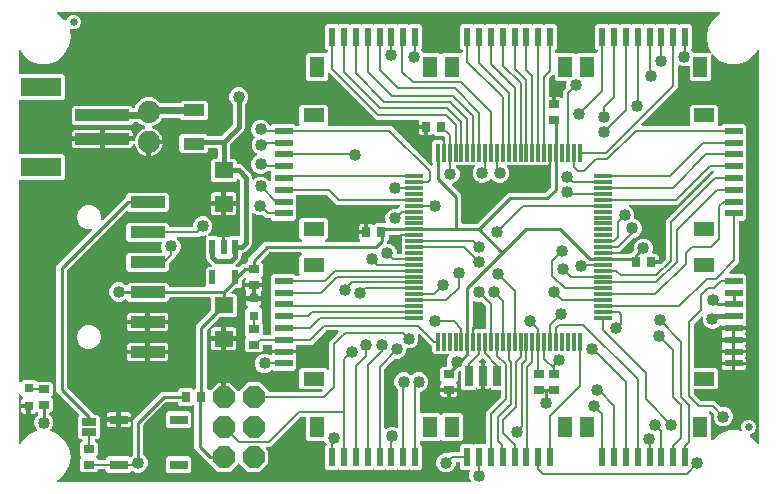
<source format=gbr>
G04 EAGLE Gerber RS-274X export*
G75*
%MOMM*%
%FSLAX34Y34*%
%LPD*%
%INTop Copper*%
%IPPOS*%
%AMOC8*
5,1,8,0,0,1.08239X$1,22.5*%
G01*
%ADD10R,1.500000X0.300000*%
%ADD11R,0.300000X1.500000*%
%ADD12P,2.034460X8X112.500000*%
%ADD13R,0.700000X1.700000*%
%ADD14R,0.800000X0.800000*%
%ADD15R,0.900000X0.700000*%
%ADD16R,1.524000X0.762000*%
%ADD17R,0.700000X0.900000*%
%ADD18R,1.600000X1.400000*%
%ADD19R,0.600000X1.550000*%
%ADD20R,1.200000X1.800000*%
%ADD21R,1.550000X0.600000*%
%ADD22R,1.800000X1.200000*%
%ADD23R,1.270000X0.635000*%
%ADD24C,1.879600*%
%ADD25R,0.550000X1.200000*%
%ADD26R,1.800000X1.000000*%
%ADD27R,4.600000X1.000000*%
%ADD28R,3.400000X1.600000*%
%ADD29R,3.000000X1.000000*%
%ADD30C,0.635000*%
%ADD31C,0.203200*%
%ADD32C,1.016000*%
%ADD33C,0.254000*%
%ADD34C,0.406400*%
%ADD35C,0.609600*%
%ADD36C,0.279400*%

G36*
X386064Y4081D02*
X386064Y4081D01*
X386179Y4091D01*
X386204Y4101D01*
X386232Y4105D01*
X386337Y4152D01*
X386444Y4193D01*
X386466Y4209D01*
X386491Y4221D01*
X386579Y4295D01*
X386671Y4364D01*
X386687Y4387D01*
X386708Y4404D01*
X386772Y4500D01*
X386841Y4592D01*
X386851Y4618D01*
X386866Y4641D01*
X386901Y4751D01*
X386941Y4858D01*
X386943Y4886D01*
X386952Y4912D01*
X386955Y5027D01*
X386964Y5141D01*
X386958Y5166D01*
X386959Y5196D01*
X386892Y5453D01*
X386888Y5469D01*
X385825Y8035D01*
X385825Y11269D01*
X386624Y13197D01*
X386653Y13309D01*
X386687Y13418D01*
X386688Y13446D01*
X386695Y13473D01*
X386692Y13587D01*
X386695Y13702D01*
X386688Y13729D01*
X386687Y13757D01*
X386652Y13866D01*
X386623Y13977D01*
X386609Y14001D01*
X386600Y14028D01*
X386536Y14123D01*
X386478Y14222D01*
X386457Y14241D01*
X386442Y14264D01*
X386354Y14338D01*
X386270Y14416D01*
X386246Y14429D01*
X386224Y14447D01*
X386120Y14493D01*
X386017Y14546D01*
X385993Y14550D01*
X385965Y14562D01*
X385701Y14599D01*
X385686Y14601D01*
X379837Y14601D01*
X378051Y16387D01*
X378051Y20320D01*
X378043Y20376D01*
X378045Y20425D01*
X378044Y20426D01*
X378045Y20436D01*
X378023Y20518D01*
X378011Y20602D01*
X377988Y20655D01*
X377973Y20711D01*
X377930Y20784D01*
X377895Y20861D01*
X377857Y20906D01*
X377828Y20956D01*
X377766Y21014D01*
X377712Y21078D01*
X377663Y21110D01*
X377620Y21150D01*
X377545Y21189D01*
X377475Y21236D01*
X377419Y21253D01*
X377367Y21280D01*
X377299Y21291D01*
X377204Y21321D01*
X377104Y21324D01*
X377036Y21335D01*
X375158Y21335D01*
X375100Y21327D01*
X375042Y21329D01*
X374960Y21307D01*
X374876Y21295D01*
X374823Y21272D01*
X374767Y21257D01*
X374694Y21214D01*
X374617Y21179D01*
X374572Y21141D01*
X374522Y21112D01*
X374464Y21050D01*
X374400Y20996D01*
X374368Y20947D01*
X374328Y20904D01*
X374289Y20829D01*
X374242Y20759D01*
X374225Y20703D01*
X374198Y20651D01*
X374187Y20583D01*
X374157Y20488D01*
X374154Y20388D01*
X374143Y20320D01*
X374143Y18957D01*
X372905Y15969D01*
X370619Y13683D01*
X367631Y12445D01*
X364397Y12445D01*
X361409Y13683D01*
X359123Y15969D01*
X357885Y18957D01*
X357885Y22191D01*
X359123Y25179D01*
X361409Y27465D01*
X364397Y28703D01*
X367684Y28703D01*
X367819Y28668D01*
X367821Y28668D01*
X367822Y28667D01*
X367963Y28672D01*
X368103Y28676D01*
X368105Y28676D01*
X368107Y28676D01*
X368241Y28720D01*
X368374Y28763D01*
X368376Y28763D01*
X368377Y28764D01*
X368389Y28773D01*
X368610Y28921D01*
X368630Y28944D01*
X368650Y28959D01*
X369156Y29465D01*
X377036Y29465D01*
X377094Y29473D01*
X377152Y29471D01*
X377234Y29493D01*
X377318Y29505D01*
X377371Y29528D01*
X377427Y29543D01*
X377500Y29586D01*
X377577Y29621D01*
X377622Y29659D01*
X377672Y29688D01*
X377730Y29750D01*
X377794Y29804D01*
X377826Y29853D01*
X377866Y29896D01*
X377905Y29971D01*
X377952Y30041D01*
X377969Y30097D01*
X377996Y30149D01*
X378007Y30217D01*
X378037Y30312D01*
X378040Y30412D01*
X378051Y30480D01*
X378051Y34413D01*
X379837Y36199D01*
X388363Y36199D01*
X388382Y36179D01*
X388429Y36144D01*
X388469Y36102D01*
X388542Y36059D01*
X388609Y36009D01*
X388664Y35988D01*
X388714Y35958D01*
X388796Y35937D01*
X388875Y35907D01*
X388933Y35902D01*
X388990Y35888D01*
X389074Y35891D01*
X389158Y35884D01*
X389216Y35895D01*
X389274Y35897D01*
X389354Y35923D01*
X389437Y35940D01*
X389489Y35967D01*
X389545Y35985D01*
X389601Y36025D01*
X389689Y36071D01*
X389762Y36139D01*
X389818Y36179D01*
X389837Y36199D01*
X398376Y36199D01*
X398439Y36157D01*
X398529Y36089D01*
X398557Y36078D01*
X398581Y36062D01*
X398689Y36028D01*
X398795Y35987D01*
X398824Y35985D01*
X398852Y35976D01*
X398965Y35973D01*
X399078Y35964D01*
X399107Y35969D01*
X399136Y35969D01*
X399246Y35997D01*
X399357Y36020D01*
X399383Y36033D01*
X399411Y36041D01*
X399508Y36098D01*
X399609Y36151D01*
X399631Y36171D01*
X399656Y36186D01*
X399733Y36268D01*
X399815Y36346D01*
X399830Y36372D01*
X399850Y36393D01*
X399902Y36494D01*
X399959Y36592D01*
X399966Y36620D01*
X399980Y36646D01*
X399993Y36723D01*
X400029Y36867D01*
X400027Y36930D01*
X400035Y36977D01*
X400035Y63900D01*
X412198Y76062D01*
X412250Y76132D01*
X412310Y76196D01*
X412336Y76245D01*
X412369Y76290D01*
X412400Y76371D01*
X412440Y76449D01*
X412448Y76497D01*
X412470Y76555D01*
X412482Y76703D01*
X412495Y76780D01*
X412495Y81416D01*
X412487Y81474D01*
X412489Y81532D01*
X412467Y81614D01*
X412455Y81698D01*
X412432Y81751D01*
X412417Y81807D01*
X412374Y81880D01*
X412339Y81957D01*
X412301Y82002D01*
X412272Y82052D01*
X412210Y82110D01*
X412156Y82174D01*
X412107Y82206D01*
X412064Y82246D01*
X411989Y82285D01*
X411919Y82332D01*
X411863Y82349D01*
X411811Y82376D01*
X411743Y82387D01*
X411648Y82417D01*
X411548Y82420D01*
X411480Y82431D01*
X404747Y82431D01*
X403857Y83321D01*
X403803Y83362D01*
X403755Y83411D01*
X403690Y83447D01*
X403630Y83492D01*
X403566Y83516D01*
X403507Y83550D01*
X403434Y83567D01*
X403364Y83593D01*
X403296Y83599D01*
X403230Y83615D01*
X403155Y83611D01*
X403081Y83617D01*
X403014Y83603D01*
X402946Y83600D01*
X402887Y83578D01*
X402802Y83561D01*
X402701Y83509D01*
X402632Y83483D01*
X401991Y83112D01*
X401344Y82939D01*
X399259Y82939D01*
X399259Y93246D01*
X399251Y93304D01*
X399253Y93362D01*
X399231Y93444D01*
X399219Y93527D01*
X399196Y93581D01*
X399181Y93637D01*
X399138Y93710D01*
X399103Y93787D01*
X399065Y93831D01*
X399036Y93882D01*
X398974Y93939D01*
X398937Y93983D01*
X398938Y93984D01*
X399002Y94039D01*
X399034Y94087D01*
X399074Y94130D01*
X399113Y94205D01*
X399160Y94275D01*
X399177Y94331D01*
X399204Y94383D01*
X399215Y94451D01*
X399245Y94546D01*
X399248Y94646D01*
X399259Y94714D01*
X399259Y105043D01*
X399267Y105045D01*
X399379Y105061D01*
X399406Y105072D01*
X399435Y105078D01*
X399535Y105130D01*
X399639Y105177D01*
X399661Y105196D01*
X399687Y105209D01*
X399769Y105287D01*
X399856Y105360D01*
X399872Y105385D01*
X399893Y105405D01*
X399951Y105503D01*
X400013Y105597D01*
X400022Y105625D01*
X400037Y105650D01*
X400065Y105760D01*
X400099Y105868D01*
X400100Y105897D01*
X400107Y105926D01*
X400104Y106039D01*
X400106Y106152D01*
X400099Y106181D01*
X400098Y106210D01*
X400063Y106318D01*
X400035Y106427D01*
X400020Y106453D01*
X400011Y106480D01*
X399965Y106544D01*
X399889Y106672D01*
X399844Y106715D01*
X399816Y106754D01*
X397720Y108850D01*
X397673Y108885D01*
X397633Y108927D01*
X397560Y108970D01*
X397493Y109021D01*
X397438Y109041D01*
X397388Y109071D01*
X397306Y109092D01*
X397227Y109122D01*
X397169Y109127D01*
X397112Y109141D01*
X397028Y109138D01*
X396944Y109145D01*
X396886Y109134D01*
X396828Y109132D01*
X396748Y109106D01*
X396665Y109090D01*
X396613Y109063D01*
X396557Y109045D01*
X396501Y109004D01*
X396413Y108959D01*
X396340Y108890D01*
X396284Y108850D01*
X394188Y106754D01*
X394171Y106730D01*
X394148Y106711D01*
X394085Y106617D01*
X394017Y106527D01*
X394007Y106499D01*
X393991Y106475D01*
X393956Y106367D01*
X393916Y106261D01*
X393914Y106232D01*
X393905Y106204D01*
X393902Y106090D01*
X393893Y105978D01*
X393898Y105949D01*
X393898Y105920D01*
X393926Y105810D01*
X393948Y105699D01*
X393962Y105673D01*
X393969Y105645D01*
X394027Y105547D01*
X394079Y105447D01*
X394100Y105425D01*
X394115Y105400D01*
X394197Y105323D01*
X394275Y105241D01*
X394301Y105226D01*
X394322Y105206D01*
X394423Y105154D01*
X394521Y105097D01*
X394549Y105090D01*
X394575Y105076D01*
X394652Y105063D01*
X394796Y105027D01*
X394859Y105029D01*
X394906Y105021D01*
X395761Y105021D01*
X395761Y94714D01*
X395769Y94656D01*
X395767Y94598D01*
X395789Y94516D01*
X395801Y94433D01*
X395824Y94379D01*
X395839Y94323D01*
X395882Y94250D01*
X395917Y94173D01*
X395955Y94129D01*
X395984Y94078D01*
X396046Y94021D01*
X396083Y93977D01*
X396082Y93976D01*
X396018Y93921D01*
X395986Y93873D01*
X395946Y93830D01*
X395907Y93755D01*
X395860Y93685D01*
X395843Y93629D01*
X395816Y93577D01*
X395805Y93509D01*
X395775Y93414D01*
X395772Y93314D01*
X395761Y93246D01*
X395761Y82939D01*
X393676Y82939D01*
X393029Y83112D01*
X392388Y83483D01*
X392325Y83508D01*
X392266Y83542D01*
X392194Y83561D01*
X392125Y83589D01*
X392057Y83596D01*
X391991Y83613D01*
X391916Y83610D01*
X391842Y83618D01*
X391775Y83606D01*
X391707Y83604D01*
X391635Y83581D01*
X391562Y83567D01*
X391501Y83537D01*
X391436Y83516D01*
X391385Y83480D01*
X391307Y83441D01*
X391223Y83364D01*
X391163Y83321D01*
X390273Y82431D01*
X380747Y82431D01*
X378961Y84217D01*
X378961Y97281D01*
X378945Y97394D01*
X378935Y97509D01*
X378925Y97535D01*
X378921Y97562D01*
X378875Y97667D01*
X378833Y97774D01*
X378817Y97796D01*
X378805Y97822D01*
X378731Y97909D01*
X378662Y98001D01*
X378639Y98017D01*
X378622Y98039D01*
X378526Y98102D01*
X378434Y98171D01*
X378408Y98181D01*
X378385Y98196D01*
X378275Y98231D01*
X378168Y98271D01*
X378140Y98274D01*
X378114Y98282D01*
X377999Y98285D01*
X377885Y98294D01*
X377860Y98288D01*
X377830Y98289D01*
X377573Y98222D01*
X377557Y98219D01*
X376475Y97770D01*
X376474Y97770D01*
X376473Y97769D01*
X376354Y97699D01*
X376231Y97626D01*
X376230Y97625D01*
X376228Y97624D01*
X376130Y97520D01*
X376035Y97419D01*
X376035Y97418D01*
X376034Y97417D01*
X375969Y97291D01*
X375905Y97167D01*
X375905Y97165D01*
X375904Y97164D01*
X375902Y97149D01*
X375850Y96888D01*
X375853Y96857D01*
X375849Y96832D01*
X375849Y90637D01*
X374470Y89259D01*
X374435Y89212D01*
X374393Y89172D01*
X374350Y89099D01*
X374299Y89032D01*
X374278Y88977D01*
X374249Y88926D01*
X374228Y88845D01*
X374198Y88766D01*
X374193Y88707D01*
X374179Y88651D01*
X374182Y88567D01*
X374175Y88483D01*
X374186Y88425D01*
X374188Y88367D01*
X374214Y88287D01*
X374230Y88204D01*
X374257Y88152D01*
X374275Y88096D01*
X374315Y88040D01*
X374361Y87951D01*
X374430Y87879D01*
X374470Y87823D01*
X374833Y87460D01*
X375168Y86881D01*
X375341Y86234D01*
X375341Y84149D01*
X369034Y84149D01*
X368976Y84141D01*
X368918Y84143D01*
X368836Y84121D01*
X368753Y84109D01*
X368699Y84086D01*
X368643Y84071D01*
X368570Y84028D01*
X368493Y83993D01*
X368449Y83955D01*
X368398Y83926D01*
X368341Y83864D01*
X368297Y83827D01*
X368296Y83828D01*
X368241Y83892D01*
X368193Y83924D01*
X368150Y83964D01*
X368075Y84003D01*
X368005Y84050D01*
X367949Y84067D01*
X367897Y84094D01*
X367829Y84105D01*
X367734Y84135D01*
X367634Y84138D01*
X367566Y84149D01*
X361259Y84149D01*
X361259Y86234D01*
X361432Y86881D01*
X361767Y87460D01*
X362130Y87823D01*
X362165Y87870D01*
X362207Y87910D01*
X362250Y87983D01*
X362301Y88050D01*
X362322Y88105D01*
X362351Y88155D01*
X362372Y88237D01*
X362402Y88316D01*
X362407Y88374D01*
X362421Y88431D01*
X362418Y88515D01*
X362425Y88599D01*
X362414Y88656D01*
X362412Y88715D01*
X362386Y88795D01*
X362370Y88878D01*
X362343Y88930D01*
X362325Y88985D01*
X362284Y89042D01*
X362239Y89130D01*
X362170Y89202D01*
X362130Y89259D01*
X360751Y90637D01*
X360751Y100163D01*
X362537Y101949D01*
X366230Y101949D01*
X366344Y101965D01*
X366458Y101975D01*
X366484Y101985D01*
X366512Y101989D01*
X366617Y102036D01*
X366724Y102077D01*
X366746Y102093D01*
X366771Y102105D01*
X366859Y102179D01*
X366950Y102248D01*
X366967Y102271D01*
X366988Y102288D01*
X367052Y102384D01*
X367121Y102476D01*
X367130Y102502D01*
X367146Y102525D01*
X367180Y102635D01*
X367221Y102742D01*
X367223Y102770D01*
X367232Y102796D01*
X367234Y102911D01*
X367244Y103025D01*
X367238Y103050D01*
X367239Y103080D01*
X367172Y103337D01*
X367168Y103353D01*
X366775Y104301D01*
X366775Y107535D01*
X368013Y110523D01*
X368408Y110918D01*
X368426Y110942D01*
X368448Y110961D01*
X368511Y111055D01*
X368579Y111145D01*
X368590Y111173D01*
X368606Y111197D01*
X368640Y111305D01*
X368680Y111411D01*
X368683Y111440D01*
X368692Y111468D01*
X368695Y111581D01*
X368704Y111694D01*
X368698Y111723D01*
X368699Y111752D01*
X368670Y111862D01*
X368648Y111973D01*
X368635Y111999D01*
X368627Y112027D01*
X368570Y112124D01*
X368517Y112225D01*
X368497Y112247D01*
X368482Y112272D01*
X368399Y112349D01*
X368321Y112431D01*
X368296Y112446D01*
X368275Y112466D01*
X368174Y112518D01*
X368076Y112575D01*
X368048Y112582D01*
X368022Y112596D01*
X367944Y112609D01*
X367801Y112645D01*
X367738Y112643D01*
X367690Y112651D01*
X356337Y112651D01*
X354551Y114437D01*
X354551Y118324D01*
X354539Y118410D01*
X354536Y118498D01*
X354519Y118550D01*
X354511Y118605D01*
X354476Y118685D01*
X354449Y118768D01*
X354421Y118808D01*
X354395Y118865D01*
X354299Y118978D01*
X354254Y119042D01*
X343741Y129554D01*
X343673Y129606D01*
X343610Y129665D01*
X343560Y129691D01*
X343514Y129725D01*
X343434Y129756D01*
X343357Y129795D01*
X343302Y129806D01*
X343248Y129826D01*
X343163Y129833D01*
X343079Y129850D01*
X343022Y129845D01*
X342965Y129850D01*
X342881Y129833D01*
X342795Y129826D01*
X342742Y129805D01*
X342686Y129794D01*
X342610Y129754D01*
X342530Y129724D01*
X342485Y129689D01*
X342434Y129663D01*
X342372Y129604D01*
X342303Y129552D01*
X342269Y129506D01*
X342228Y129467D01*
X342185Y129393D01*
X342133Y129324D01*
X342113Y129271D01*
X342084Y129222D01*
X342063Y129139D01*
X342033Y129058D01*
X342028Y129002D01*
X342014Y128946D01*
X342017Y128861D01*
X342010Y128775D01*
X342021Y128727D01*
X342023Y128662D01*
X342068Y128524D01*
X342085Y128448D01*
X342647Y127093D01*
X342647Y123859D01*
X341409Y120871D01*
X339123Y118585D01*
X336135Y117347D01*
X333502Y117347D01*
X333444Y117339D01*
X333386Y117341D01*
X333304Y117319D01*
X333220Y117307D01*
X333167Y117284D01*
X333111Y117269D01*
X333038Y117226D01*
X332961Y117191D01*
X332916Y117153D01*
X332866Y117124D01*
X332808Y117062D01*
X332744Y117008D01*
X332712Y116959D01*
X332672Y116916D01*
X332633Y116841D01*
X332586Y116771D01*
X332569Y116715D01*
X332542Y116663D01*
X332531Y116595D01*
X332501Y116500D01*
X332498Y116400D01*
X332487Y116332D01*
X332487Y114969D01*
X331249Y111981D01*
X328963Y109695D01*
X325975Y108457D01*
X322688Y108457D01*
X322553Y108492D01*
X322551Y108492D01*
X322550Y108493D01*
X322411Y108488D01*
X322269Y108484D01*
X322267Y108484D01*
X322265Y108484D01*
X322134Y108441D01*
X321998Y108398D01*
X321997Y108397D01*
X321995Y108396D01*
X321982Y108387D01*
X321762Y108239D01*
X321742Y108216D01*
X321722Y108201D01*
X314162Y100642D01*
X314110Y100572D01*
X314050Y100508D01*
X314024Y100459D01*
X313991Y100414D01*
X313960Y100333D01*
X313920Y100255D01*
X313912Y100207D01*
X313890Y100149D01*
X313878Y100001D01*
X313865Y99924D01*
X313865Y50190D01*
X313869Y50160D01*
X313866Y50131D01*
X313889Y50020D01*
X313905Y49908D01*
X313917Y49881D01*
X313922Y49852D01*
X313975Y49752D01*
X314021Y49649D01*
X314040Y49626D01*
X314053Y49600D01*
X314131Y49518D01*
X314204Y49432D01*
X314229Y49415D01*
X314249Y49394D01*
X314347Y49337D01*
X314441Y49274D01*
X314469Y49265D01*
X314494Y49250D01*
X314604Y49222D01*
X314712Y49188D01*
X314742Y49187D01*
X314770Y49180D01*
X314883Y49184D01*
X314996Y49181D01*
X315025Y49188D01*
X315054Y49189D01*
X315162Y49224D01*
X315271Y49253D01*
X315297Y49268D01*
X315325Y49277D01*
X315389Y49322D01*
X315516Y49398D01*
X315559Y49444D01*
X315598Y49472D01*
X315943Y49817D01*
X318931Y51055D01*
X322165Y51055D01*
X324331Y50157D01*
X324443Y50129D01*
X324552Y50094D01*
X324580Y50093D01*
X324607Y50086D01*
X324721Y50090D01*
X324836Y50087D01*
X324863Y50094D01*
X324891Y50095D01*
X325000Y50130D01*
X325111Y50159D01*
X325135Y50173D01*
X325162Y50181D01*
X325257Y50245D01*
X325356Y50304D01*
X325375Y50324D01*
X325398Y50339D01*
X325472Y50427D01*
X325550Y50511D01*
X325563Y50536D01*
X325581Y50557D01*
X325627Y50662D01*
X325680Y50764D01*
X325684Y50789D01*
X325696Y50817D01*
X325733Y51081D01*
X325735Y51095D01*
X325735Y81448D01*
X325723Y81535D01*
X325720Y81622D01*
X325703Y81675D01*
X325695Y81730D01*
X325660Y81810D01*
X325633Y81893D01*
X325605Y81932D01*
X325579Y81989D01*
X325483Y82103D01*
X325438Y82166D01*
X323309Y84295D01*
X322071Y87283D01*
X322071Y90517D01*
X323309Y93505D01*
X325595Y95791D01*
X328583Y97029D01*
X331817Y97029D01*
X334805Y95791D01*
X335832Y94764D01*
X335879Y94729D01*
X335919Y94686D01*
X335992Y94643D01*
X336059Y94593D01*
X336114Y94572D01*
X336164Y94542D01*
X336246Y94522D01*
X336325Y94492D01*
X336383Y94487D01*
X336440Y94472D01*
X336524Y94475D01*
X336608Y94468D01*
X336666Y94479D01*
X336724Y94481D01*
X336804Y94507D01*
X336887Y94524D01*
X336939Y94551D01*
X336995Y94569D01*
X337051Y94609D01*
X337139Y94655D01*
X337212Y94724D01*
X337268Y94764D01*
X338295Y95791D01*
X341283Y97029D01*
X344517Y97029D01*
X347505Y95791D01*
X349791Y93505D01*
X351029Y90517D01*
X351029Y87283D01*
X349791Y84295D01*
X347505Y82009D01*
X344491Y80761D01*
X344490Y80760D01*
X344489Y80760D01*
X344370Y80689D01*
X344247Y80616D01*
X344246Y80615D01*
X344244Y80614D01*
X344147Y80510D01*
X344051Y80410D01*
X344051Y80408D01*
X344050Y80407D01*
X343984Y80279D01*
X343921Y80157D01*
X343921Y80155D01*
X343920Y80154D01*
X343918Y80139D01*
X343866Y79878D01*
X343869Y79847D01*
X343865Y79823D01*
X343865Y63477D01*
X343869Y63448D01*
X343866Y63419D01*
X343889Y63308D01*
X343905Y63196D01*
X343917Y63169D01*
X343922Y63140D01*
X343974Y63040D01*
X344021Y62936D01*
X344040Y62914D01*
X344053Y62888D01*
X344131Y62806D01*
X344204Y62719D01*
X344229Y62703D01*
X344249Y62682D01*
X344347Y62625D01*
X344441Y62562D01*
X344469Y62553D01*
X344494Y62538D01*
X344604Y62510D01*
X344712Y62476D01*
X344741Y62475D01*
X344770Y62468D01*
X344883Y62472D01*
X344996Y62469D01*
X345025Y62476D01*
X345054Y62477D01*
X345162Y62512D01*
X345271Y62541D01*
X345297Y62556D01*
X345325Y62565D01*
X345388Y62610D01*
X345516Y62686D01*
X345528Y62699D01*
X360063Y62699D01*
X361232Y61529D01*
X361279Y61494D01*
X361319Y61452D01*
X361392Y61409D01*
X361459Y61359D01*
X361514Y61338D01*
X361564Y61308D01*
X361646Y61287D01*
X361725Y61257D01*
X361783Y61252D01*
X361840Y61238D01*
X361924Y61241D01*
X362008Y61234D01*
X362066Y61245D01*
X362124Y61247D01*
X362204Y61273D01*
X362287Y61290D01*
X362339Y61317D01*
X362395Y61335D01*
X362451Y61375D01*
X362539Y61421D01*
X362612Y61489D01*
X362668Y61529D01*
X363837Y62699D01*
X378363Y62699D01*
X380149Y60913D01*
X380149Y40387D01*
X378363Y38601D01*
X363837Y38601D01*
X362668Y39771D01*
X362621Y39806D01*
X362581Y39848D01*
X362508Y39891D01*
X362441Y39941D01*
X362386Y39962D01*
X362336Y39992D01*
X362254Y40013D01*
X362175Y40043D01*
X362117Y40048D01*
X362060Y40062D01*
X361976Y40059D01*
X361892Y40066D01*
X361834Y40055D01*
X361776Y40053D01*
X361696Y40027D01*
X361613Y40010D01*
X361561Y39983D01*
X361505Y39965D01*
X361449Y39925D01*
X361361Y39879D01*
X361288Y39811D01*
X361232Y39771D01*
X360063Y38601D01*
X345524Y38601D01*
X345461Y38643D01*
X345371Y38711D01*
X345343Y38722D01*
X345319Y38738D01*
X345211Y38772D01*
X345105Y38813D01*
X345076Y38815D01*
X345048Y38824D01*
X344935Y38827D01*
X344822Y38836D01*
X344793Y38831D01*
X344764Y38831D01*
X344654Y38803D01*
X344543Y38780D01*
X344517Y38767D01*
X344489Y38759D01*
X344392Y38702D01*
X344291Y38649D01*
X344269Y38629D01*
X344244Y38614D01*
X344167Y38532D01*
X344085Y38454D01*
X344070Y38428D01*
X344050Y38407D01*
X343998Y38306D01*
X343941Y38208D01*
X343934Y38180D01*
X343920Y38154D01*
X343907Y38077D01*
X343871Y37933D01*
X343873Y37870D01*
X343865Y37823D01*
X343865Y36817D01*
X343877Y36731D01*
X343880Y36643D01*
X343897Y36591D01*
X343905Y36536D01*
X343940Y36456D01*
X343967Y36373D01*
X343995Y36334D01*
X344021Y36276D01*
X344117Y36163D01*
X344162Y36099D01*
X345849Y34413D01*
X345849Y16387D01*
X344063Y14601D01*
X335537Y14601D01*
X335518Y14621D01*
X335471Y14656D01*
X335431Y14698D01*
X335358Y14741D01*
X335291Y14791D01*
X335236Y14812D01*
X335186Y14842D01*
X335104Y14863D01*
X335025Y14893D01*
X334967Y14898D01*
X334910Y14912D01*
X334826Y14909D01*
X334742Y14916D01*
X334684Y14905D01*
X334626Y14903D01*
X334546Y14877D01*
X334463Y14860D01*
X334411Y14833D01*
X334355Y14815D01*
X334299Y14775D01*
X334211Y14729D01*
X334138Y14661D01*
X334082Y14621D01*
X334063Y14601D01*
X325537Y14601D01*
X325518Y14621D01*
X325471Y14656D01*
X325431Y14698D01*
X325358Y14741D01*
X325291Y14791D01*
X325236Y14812D01*
X325186Y14842D01*
X325104Y14863D01*
X325025Y14893D01*
X324967Y14898D01*
X324910Y14912D01*
X324826Y14909D01*
X324742Y14916D01*
X324684Y14905D01*
X324626Y14903D01*
X324546Y14877D01*
X324463Y14860D01*
X324411Y14833D01*
X324355Y14815D01*
X324299Y14775D01*
X324211Y14729D01*
X324138Y14661D01*
X324082Y14621D01*
X324063Y14601D01*
X315537Y14601D01*
X315518Y14621D01*
X315471Y14656D01*
X315431Y14698D01*
X315358Y14741D01*
X315291Y14791D01*
X315236Y14812D01*
X315186Y14842D01*
X315104Y14863D01*
X315025Y14893D01*
X314967Y14898D01*
X314910Y14912D01*
X314826Y14909D01*
X314742Y14916D01*
X314684Y14905D01*
X314626Y14903D01*
X314546Y14877D01*
X314463Y14860D01*
X314411Y14833D01*
X314355Y14815D01*
X314299Y14775D01*
X314211Y14729D01*
X314138Y14661D01*
X314082Y14621D01*
X314063Y14601D01*
X305537Y14601D01*
X305518Y14621D01*
X305471Y14656D01*
X305431Y14698D01*
X305358Y14741D01*
X305291Y14791D01*
X305236Y14812D01*
X305186Y14842D01*
X305104Y14863D01*
X305025Y14893D01*
X304967Y14898D01*
X304910Y14912D01*
X304826Y14909D01*
X304742Y14916D01*
X304684Y14905D01*
X304626Y14903D01*
X304546Y14877D01*
X304463Y14860D01*
X304411Y14833D01*
X304355Y14815D01*
X304299Y14775D01*
X304211Y14729D01*
X304138Y14661D01*
X304082Y14621D01*
X304063Y14601D01*
X295537Y14601D01*
X295518Y14621D01*
X295471Y14656D01*
X295431Y14698D01*
X295358Y14741D01*
X295291Y14791D01*
X295236Y14812D01*
X295186Y14842D01*
X295104Y14863D01*
X295025Y14893D01*
X294967Y14898D01*
X294910Y14912D01*
X294826Y14909D01*
X294742Y14916D01*
X294684Y14905D01*
X294626Y14903D01*
X294546Y14877D01*
X294463Y14860D01*
X294411Y14833D01*
X294355Y14815D01*
X294299Y14775D01*
X294211Y14729D01*
X294138Y14661D01*
X294082Y14621D01*
X294063Y14601D01*
X285537Y14601D01*
X285518Y14621D01*
X285471Y14656D01*
X285431Y14698D01*
X285358Y14741D01*
X285291Y14791D01*
X285236Y14812D01*
X285186Y14842D01*
X285104Y14863D01*
X285025Y14893D01*
X284967Y14898D01*
X284910Y14912D01*
X284826Y14909D01*
X284742Y14916D01*
X284684Y14905D01*
X284626Y14903D01*
X284546Y14877D01*
X284463Y14860D01*
X284411Y14833D01*
X284355Y14815D01*
X284299Y14775D01*
X284211Y14729D01*
X284138Y14661D01*
X284082Y14621D01*
X284063Y14601D01*
X275537Y14601D01*
X275518Y14621D01*
X275471Y14656D01*
X275431Y14698D01*
X275358Y14741D01*
X275291Y14791D01*
X275236Y14812D01*
X275186Y14842D01*
X275104Y14863D01*
X275025Y14893D01*
X274967Y14898D01*
X274910Y14912D01*
X274826Y14909D01*
X274742Y14916D01*
X274684Y14905D01*
X274626Y14903D01*
X274546Y14877D01*
X274463Y14860D01*
X274411Y14833D01*
X274355Y14815D01*
X274299Y14775D01*
X274211Y14729D01*
X274138Y14661D01*
X274082Y14621D01*
X274063Y14601D01*
X265537Y14601D01*
X263751Y16387D01*
X263751Y34413D01*
X264667Y35329D01*
X264703Y35376D01*
X264745Y35416D01*
X264788Y35489D01*
X264838Y35556D01*
X264859Y35611D01*
X264889Y35661D01*
X264910Y35743D01*
X264940Y35822D01*
X264944Y35880D01*
X264959Y35937D01*
X264956Y36021D01*
X264963Y36105D01*
X264952Y36162D01*
X264950Y36221D01*
X264924Y36301D01*
X264907Y36384D01*
X264880Y36436D01*
X264862Y36491D01*
X264822Y36548D01*
X264776Y36636D01*
X264708Y36709D01*
X264667Y36765D01*
X264127Y37305D01*
X263850Y37975D01*
X263849Y37976D01*
X263848Y37977D01*
X263780Y38092D01*
X263705Y38219D01*
X263704Y38220D01*
X263703Y38222D01*
X263599Y38319D01*
X263498Y38415D01*
X263497Y38415D01*
X263496Y38416D01*
X263370Y38481D01*
X263246Y38545D01*
X263244Y38545D01*
X263243Y38546D01*
X263228Y38548D01*
X262967Y38600D01*
X262936Y38597D01*
X262912Y38601D01*
X249537Y38601D01*
X247751Y40387D01*
X247751Y58420D01*
X247743Y58478D01*
X247745Y58536D01*
X247723Y58618D01*
X247711Y58702D01*
X247688Y58755D01*
X247673Y58811D01*
X247630Y58884D01*
X247595Y58961D01*
X247557Y59006D01*
X247528Y59056D01*
X247466Y59114D01*
X247412Y59178D01*
X247363Y59210D01*
X247320Y59250D01*
X247245Y59289D01*
X247175Y59336D01*
X247119Y59353D01*
X247067Y59380D01*
X246999Y59391D01*
X246904Y59421D01*
X246804Y59424D01*
X246736Y59435D01*
X243404Y59435D01*
X243318Y59423D01*
X243230Y59420D01*
X243178Y59403D01*
X243123Y59395D01*
X243043Y59360D01*
X242960Y59333D01*
X242920Y59305D01*
X242863Y59279D01*
X242750Y59183D01*
X242686Y59138D01*
X217584Y34035D01*
X214618Y34035D01*
X214589Y34031D01*
X214560Y34034D01*
X214449Y34011D01*
X214337Y33995D01*
X214310Y33983D01*
X214281Y33978D01*
X214180Y33925D01*
X214077Y33879D01*
X214055Y33860D01*
X214029Y33847D01*
X213947Y33769D01*
X213860Y33696D01*
X213844Y33671D01*
X213823Y33651D01*
X213765Y33553D01*
X213703Y33459D01*
X213694Y33431D01*
X213679Y33406D01*
X213651Y33296D01*
X213617Y33188D01*
X213616Y33158D01*
X213609Y33130D01*
X213612Y33017D01*
X213610Y32904D01*
X213617Y32875D01*
X213618Y32846D01*
X213653Y32738D01*
X213681Y32629D01*
X213696Y32603D01*
X213705Y32575D01*
X213751Y32512D01*
X213827Y32384D01*
X213872Y32341D01*
X213900Y32302D01*
X215647Y30556D01*
X215647Y20244D01*
X208356Y12953D01*
X198044Y12953D01*
X191218Y19780D01*
X191171Y19815D01*
X191131Y19857D01*
X191058Y19900D01*
X190991Y19951D01*
X190936Y19971D01*
X190886Y20001D01*
X190804Y20022D01*
X190725Y20052D01*
X190667Y20057D01*
X190610Y20071D01*
X190526Y20068D01*
X190442Y20075D01*
X190384Y20064D01*
X190326Y20062D01*
X190246Y20036D01*
X190163Y20020D01*
X190111Y19993D01*
X190055Y19975D01*
X189999Y19935D01*
X189911Y19889D01*
X189838Y19820D01*
X189782Y19780D01*
X182956Y12953D01*
X172644Y12953D01*
X165277Y20320D01*
X165275Y20330D01*
X165232Y20403D01*
X165197Y20480D01*
X165159Y20525D01*
X165130Y20575D01*
X165068Y20633D01*
X165014Y20697D01*
X164965Y20729D01*
X164922Y20769D01*
X164847Y20808D01*
X164777Y20855D01*
X164721Y20872D01*
X164669Y20899D01*
X164601Y20910D01*
X164559Y20923D01*
X161627Y23856D01*
X155936Y29547D01*
X153034Y32448D01*
X153034Y68572D01*
X153030Y68601D01*
X153033Y68630D01*
X153010Y68741D01*
X152994Y68853D01*
X152982Y68880D01*
X152977Y68909D01*
X152924Y69009D01*
X152878Y69113D01*
X152859Y69135D01*
X152846Y69161D01*
X152768Y69243D01*
X152695Y69330D01*
X152670Y69346D01*
X152650Y69367D01*
X152552Y69424D01*
X152458Y69487D01*
X152430Y69496D01*
X152405Y69511D01*
X152295Y69539D01*
X152187Y69573D01*
X152157Y69574D01*
X152129Y69581D01*
X152016Y69577D01*
X151903Y69580D01*
X151874Y69573D01*
X151845Y69572D01*
X151737Y69537D01*
X151628Y69508D01*
X151602Y69494D01*
X151574Y69484D01*
X151510Y69439D01*
X151383Y69363D01*
X151340Y69318D01*
X151301Y69290D01*
X150663Y68651D01*
X141137Y68651D01*
X139351Y70437D01*
X139351Y70866D01*
X139343Y70924D01*
X139345Y70982D01*
X139323Y71064D01*
X139311Y71148D01*
X139288Y71201D01*
X139273Y71257D01*
X139230Y71330D01*
X139195Y71407D01*
X139157Y71452D01*
X139128Y71502D01*
X139066Y71560D01*
X139012Y71624D01*
X138963Y71656D01*
X138920Y71696D01*
X138845Y71735D01*
X138775Y71782D01*
X138719Y71799D01*
X138667Y71826D01*
X138599Y71837D01*
X138504Y71867D01*
X138404Y71870D01*
X138336Y71881D01*
X129209Y71881D01*
X129123Y71869D01*
X129035Y71866D01*
X128983Y71849D01*
X128928Y71841D01*
X128848Y71806D01*
X128765Y71779D01*
X128726Y71751D01*
X128669Y71725D01*
X128555Y71629D01*
X128492Y71584D01*
X110026Y53118D01*
X109974Y53049D01*
X109914Y52985D01*
X109888Y52935D01*
X109855Y52891D01*
X109824Y52810D01*
X109784Y52732D01*
X109776Y52684D01*
X109754Y52626D01*
X109742Y52478D01*
X109729Y52401D01*
X109729Y27918D01*
X109741Y27831D01*
X109744Y27744D01*
X109761Y27691D01*
X109769Y27636D01*
X109804Y27556D01*
X109831Y27473D01*
X109859Y27434D01*
X109885Y27377D01*
X109981Y27263D01*
X110026Y27200D01*
X112301Y24925D01*
X113539Y21937D01*
X113539Y18703D01*
X112301Y15715D01*
X110015Y13429D01*
X107027Y12191D01*
X103793Y12191D01*
X100805Y13429D01*
X100631Y13603D01*
X100584Y13639D01*
X100544Y13681D01*
X100471Y13724D01*
X100404Y13774D01*
X100349Y13795D01*
X100298Y13825D01*
X100217Y13846D01*
X100138Y13876D01*
X100080Y13880D01*
X100023Y13895D01*
X99939Y13892D01*
X99855Y13899D01*
X99797Y13888D01*
X99739Y13886D01*
X99659Y13860D01*
X99576Y13843D01*
X99524Y13816D01*
X99468Y13798D01*
X99412Y13758D01*
X99324Y13712D01*
X99251Y13644D01*
X99195Y13603D01*
X97783Y12191D01*
X80017Y12191D01*
X78230Y13978D01*
X78223Y14028D01*
X78225Y14086D01*
X78203Y14168D01*
X78191Y14252D01*
X78168Y14305D01*
X78153Y14361D01*
X78110Y14434D01*
X78075Y14511D01*
X78037Y14556D01*
X78008Y14606D01*
X77946Y14664D01*
X77892Y14728D01*
X77843Y14760D01*
X77800Y14800D01*
X77725Y14839D01*
X77655Y14886D01*
X77599Y14903D01*
X77547Y14930D01*
X77479Y14941D01*
X77384Y14971D01*
X77284Y14974D01*
X77216Y14985D01*
X72064Y14985D01*
X72006Y14977D01*
X71948Y14979D01*
X71866Y14957D01*
X71782Y14945D01*
X71729Y14922D01*
X71673Y14907D01*
X71600Y14864D01*
X71523Y14829D01*
X71478Y14791D01*
X71428Y14762D01*
X71370Y14700D01*
X71306Y14646D01*
X71274Y14597D01*
X71234Y14554D01*
X71195Y14479D01*
X71148Y14409D01*
X71131Y14353D01*
X71104Y14301D01*
X71093Y14233D01*
X71069Y14157D01*
X69263Y12351D01*
X57737Y12351D01*
X55951Y14137D01*
X55951Y23663D01*
X56971Y24682D01*
X56983Y24699D01*
X56996Y24709D01*
X57013Y24736D01*
X57048Y24769D01*
X57091Y24842D01*
X57141Y24909D01*
X57162Y24964D01*
X57192Y25014D01*
X57213Y25096D01*
X57243Y25175D01*
X57248Y25233D01*
X57262Y25290D01*
X57259Y25374D01*
X57266Y25458D01*
X57255Y25516D01*
X57253Y25574D01*
X57227Y25654D01*
X57210Y25737D01*
X57183Y25789D01*
X57165Y25845D01*
X57125Y25901D01*
X57079Y25989D01*
X57011Y26062D01*
X56971Y26118D01*
X55951Y27137D01*
X55951Y36663D01*
X58013Y38724D01*
X58030Y38748D01*
X58053Y38767D01*
X58115Y38861D01*
X58183Y38951D01*
X58194Y38979D01*
X58210Y39003D01*
X58244Y39111D01*
X58285Y39217D01*
X58287Y39246D01*
X58296Y39274D01*
X58299Y39388D01*
X58308Y39500D01*
X58303Y39529D01*
X58303Y39558D01*
X58275Y39668D01*
X58252Y39779D01*
X58239Y39805D01*
X58231Y39833D01*
X58174Y39931D01*
X58121Y40031D01*
X58101Y40053D01*
X58086Y40078D01*
X58004Y40155D01*
X57926Y40237D01*
X57900Y40252D01*
X57879Y40272D01*
X57778Y40324D01*
X57680Y40381D01*
X57652Y40388D01*
X57626Y40402D01*
X57548Y40415D01*
X57405Y40451D01*
X57342Y40449D01*
X57295Y40457D01*
X55887Y40457D01*
X54101Y42243D01*
X54101Y59357D01*
X55106Y60361D01*
X55141Y60408D01*
X55183Y60448D01*
X55226Y60521D01*
X55277Y60588D01*
X55297Y60643D01*
X55327Y60694D01*
X55348Y60775D01*
X55378Y60854D01*
X55383Y60912D01*
X55397Y60969D01*
X55394Y61053D01*
X55401Y61137D01*
X55390Y61195D01*
X55388Y61253D01*
X55362Y61333D01*
X55346Y61416D01*
X55319Y61468D01*
X55301Y61524D01*
X55261Y61580D01*
X55215Y61668D01*
X55146Y61741D01*
X55106Y61797D01*
X36194Y80709D01*
X36194Y187262D01*
X39096Y190163D01*
X65751Y216818D01*
X65769Y216842D01*
X65791Y216861D01*
X65854Y216955D01*
X65922Y217045D01*
X65932Y217073D01*
X65949Y217097D01*
X65983Y217205D01*
X66023Y217311D01*
X66025Y217340D01*
X66034Y217368D01*
X66037Y217482D01*
X66047Y217594D01*
X66041Y217623D01*
X66042Y217652D01*
X66013Y217762D01*
X65991Y217873D01*
X65977Y217899D01*
X65970Y217927D01*
X65912Y218025D01*
X65860Y218125D01*
X65840Y218147D01*
X65825Y218172D01*
X65742Y218249D01*
X65664Y218331D01*
X65639Y218346D01*
X65617Y218366D01*
X65516Y218418D01*
X65419Y218475D01*
X65390Y218482D01*
X65364Y218496D01*
X65287Y218509D01*
X65143Y218545D01*
X65081Y218543D01*
X65033Y218551D01*
X61501Y218551D01*
X57808Y220081D01*
X54981Y222908D01*
X53451Y226601D01*
X53451Y230599D01*
X54981Y234292D01*
X57808Y237119D01*
X61501Y238649D01*
X65499Y238649D01*
X69192Y237119D01*
X72019Y234292D01*
X73549Y230599D01*
X73549Y227067D01*
X73553Y227038D01*
X73550Y227009D01*
X73573Y226898D01*
X73589Y226785D01*
X73601Y226759D01*
X73606Y226730D01*
X73658Y226629D01*
X73705Y226526D01*
X73724Y226504D01*
X73737Y226478D01*
X73815Y226396D01*
X73888Y226309D01*
X73913Y226293D01*
X73933Y226272D01*
X74031Y226214D01*
X74125Y226151D01*
X74153Y226143D01*
X74178Y226128D01*
X74288Y226100D01*
X74396Y226066D01*
X74426Y226065D01*
X74454Y226058D01*
X74567Y226061D01*
X74680Y226058D01*
X74709Y226066D01*
X74738Y226067D01*
X74846Y226102D01*
X74955Y226130D01*
X74981Y226145D01*
X75009Y226154D01*
X75072Y226200D01*
X75200Y226275D01*
X75243Y226321D01*
X75282Y226349D01*
X94719Y245786D01*
X94771Y245809D01*
X94827Y245824D01*
X94900Y245867D01*
X94977Y245902D01*
X95022Y245940D01*
X95072Y245969D01*
X95130Y246031D01*
X95194Y246085D01*
X95226Y246134D01*
X95266Y246177D01*
X95305Y246252D01*
X95352Y246322D01*
X95369Y246378D01*
X95396Y246430D01*
X95407Y246498D01*
X95437Y246593D01*
X95440Y246693D01*
X95451Y246761D01*
X95451Y247563D01*
X97237Y249349D01*
X129763Y249349D01*
X131549Y247563D01*
X131549Y235037D01*
X129763Y233251D01*
X97237Y233251D01*
X96716Y233773D01*
X96669Y233808D01*
X96629Y233850D01*
X96556Y233893D01*
X96489Y233944D01*
X96434Y233964D01*
X96383Y233994D01*
X96302Y234015D01*
X96223Y234045D01*
X96165Y234050D01*
X96108Y234064D01*
X96024Y234061D01*
X95940Y234068D01*
X95882Y234057D01*
X95824Y234055D01*
X95744Y234029D01*
X95661Y234013D01*
X95609Y233986D01*
X95553Y233968D01*
X95497Y233928D01*
X95409Y233882D01*
X95336Y233813D01*
X95280Y233773D01*
X45383Y183876D01*
X45331Y183806D01*
X45271Y183742D01*
X45245Y183693D01*
X45212Y183649D01*
X45181Y183567D01*
X45141Y183489D01*
X45133Y183442D01*
X45111Y183383D01*
X45099Y183235D01*
X45086Y183158D01*
X45086Y84812D01*
X45098Y84725D01*
X45101Y84638D01*
X45118Y84585D01*
X45126Y84531D01*
X45161Y84451D01*
X45188Y84367D01*
X45216Y84328D01*
X45242Y84271D01*
X45338Y84158D01*
X45383Y84094D01*
X68037Y61440D01*
X68107Y61388D01*
X68171Y61328D01*
X68220Y61302D01*
X68264Y61269D01*
X68346Y61238D01*
X68424Y61198D01*
X68471Y61190D01*
X68530Y61168D01*
X68678Y61156D01*
X68755Y61143D01*
X71113Y61143D01*
X72899Y59357D01*
X72899Y42243D01*
X71113Y40457D01*
X69705Y40457D01*
X69676Y40453D01*
X69647Y40456D01*
X69536Y40433D01*
X69424Y40417D01*
X69397Y40405D01*
X69368Y40400D01*
X69268Y40347D01*
X69164Y40301D01*
X69142Y40282D01*
X69116Y40269D01*
X69034Y40191D01*
X68947Y40118D01*
X68931Y40093D01*
X68910Y40073D01*
X68853Y39975D01*
X68790Y39881D01*
X68781Y39853D01*
X68766Y39828D01*
X68738Y39718D01*
X68704Y39610D01*
X68703Y39580D01*
X68696Y39552D01*
X68700Y39439D01*
X68697Y39326D01*
X68704Y39297D01*
X68705Y39268D01*
X68740Y39160D01*
X68769Y39051D01*
X68784Y39025D01*
X68793Y38997D01*
X68838Y38934D01*
X68914Y38806D01*
X68959Y38763D01*
X68987Y38724D01*
X71049Y36663D01*
X71049Y27137D01*
X70029Y26118D01*
X69994Y26071D01*
X69952Y26031D01*
X69909Y25958D01*
X69859Y25891D01*
X69838Y25836D01*
X69808Y25786D01*
X69787Y25704D01*
X69757Y25625D01*
X69752Y25567D01*
X69738Y25510D01*
X69741Y25426D01*
X69734Y25342D01*
X69745Y25284D01*
X69747Y25226D01*
X69773Y25146D01*
X69790Y25063D01*
X69817Y25011D01*
X69835Y24955D01*
X69875Y24899D01*
X69921Y24811D01*
X69957Y24772D01*
X69971Y24749D01*
X70004Y24719D01*
X70029Y24682D01*
X71299Y23412D01*
X71369Y23360D01*
X71433Y23300D01*
X71483Y23274D01*
X71527Y23241D01*
X71608Y23210D01*
X71686Y23170D01*
X71734Y23162D01*
X71792Y23140D01*
X71940Y23128D01*
X72017Y23115D01*
X77216Y23115D01*
X77274Y23123D01*
X77332Y23121D01*
X77414Y23143D01*
X77498Y23155D01*
X77551Y23178D01*
X77607Y23193D01*
X77680Y23236D01*
X77757Y23271D01*
X77802Y23309D01*
X77852Y23338D01*
X77910Y23400D01*
X77974Y23454D01*
X78006Y23503D01*
X78046Y23546D01*
X78085Y23621D01*
X78132Y23691D01*
X78149Y23747D01*
X78176Y23799D01*
X78187Y23867D01*
X78217Y23962D01*
X78220Y24062D01*
X78230Y24121D01*
X80017Y25909D01*
X97783Y25909D01*
X97925Y25767D01*
X97972Y25731D01*
X98012Y25689D01*
X98085Y25646D01*
X98152Y25596D01*
X98207Y25575D01*
X98257Y25545D01*
X98339Y25525D01*
X98418Y25494D01*
X98476Y25490D01*
X98533Y25475D01*
X98617Y25478D01*
X98701Y25471D01*
X98759Y25482D01*
X98817Y25484D01*
X98897Y25510D01*
X98980Y25527D01*
X99032Y25554D01*
X99087Y25572D01*
X99144Y25612D01*
X99232Y25658D01*
X99304Y25726D01*
X99361Y25767D01*
X100794Y27200D01*
X100846Y27270D01*
X100906Y27333D01*
X100932Y27383D01*
X100965Y27427D01*
X100996Y27509D01*
X101036Y27587D01*
X101044Y27634D01*
X101066Y27693D01*
X101078Y27840D01*
X101091Y27918D01*
X101091Y56399D01*
X125211Y80519D01*
X138336Y80519D01*
X138394Y80527D01*
X138452Y80525D01*
X138534Y80547D01*
X138618Y80559D01*
X138671Y80582D01*
X138727Y80597D01*
X138800Y80640D01*
X138877Y80675D01*
X138922Y80713D01*
X138972Y80742D01*
X139030Y80804D01*
X139094Y80858D01*
X139126Y80907D01*
X139166Y80950D01*
X139205Y81025D01*
X139252Y81095D01*
X139269Y81151D01*
X139296Y81203D01*
X139307Y81271D01*
X139337Y81366D01*
X139340Y81466D01*
X139351Y81534D01*
X139351Y81963D01*
X141137Y83749D01*
X150663Y83749D01*
X151682Y82729D01*
X151729Y82694D01*
X151769Y82652D01*
X151842Y82609D01*
X151909Y82559D01*
X151964Y82538D01*
X152014Y82508D01*
X152096Y82487D01*
X152175Y82457D01*
X152233Y82452D01*
X152290Y82438D01*
X152374Y82441D01*
X152458Y82434D01*
X152516Y82445D01*
X152574Y82447D01*
X152654Y82473D01*
X152737Y82490D01*
X152789Y82517D01*
X152845Y82535D01*
X152901Y82575D01*
X152989Y82621D01*
X153062Y82689D01*
X153118Y82729D01*
X154157Y83768D01*
X154209Y83838D01*
X154269Y83902D01*
X154295Y83951D01*
X154328Y83996D01*
X154359Y84077D01*
X154399Y84155D01*
X154407Y84203D01*
X154429Y84261D01*
X154441Y84409D01*
X154454Y84486D01*
X154454Y136642D01*
X166454Y148641D01*
X166506Y148711D01*
X166566Y148775D01*
X166592Y148824D01*
X166625Y148868D01*
X166656Y148950D01*
X166696Y149028D01*
X166704Y149076D01*
X166726Y149134D01*
X166738Y149282D01*
X166751Y149359D01*
X166751Y159639D01*
X166743Y159697D01*
X166745Y159755D01*
X166723Y159837D01*
X166711Y159921D01*
X166688Y159974D01*
X166673Y160030D01*
X166630Y160103D01*
X166595Y160180D01*
X166557Y160225D01*
X166528Y160275D01*
X166466Y160333D01*
X166412Y160397D01*
X166363Y160429D01*
X166320Y160469D01*
X166245Y160508D01*
X166175Y160555D01*
X166119Y160572D01*
X166067Y160599D01*
X165999Y160610D01*
X165904Y160640D01*
X165804Y160643D01*
X165736Y160654D01*
X132564Y160654D01*
X132506Y160646D01*
X132448Y160648D01*
X132366Y160626D01*
X132282Y160614D01*
X132229Y160591D01*
X132173Y160576D01*
X132100Y160533D01*
X132023Y160498D01*
X131978Y160460D01*
X131928Y160431D01*
X131870Y160369D01*
X131806Y160315D01*
X131774Y160266D01*
X131734Y160223D01*
X131695Y160148D01*
X131648Y160078D01*
X131631Y160022D01*
X131604Y159970D01*
X131593Y159902D01*
X131563Y159807D01*
X131560Y159707D01*
X131549Y159639D01*
X131549Y158837D01*
X129763Y157051D01*
X97237Y157051D01*
X95510Y158778D01*
X95463Y158814D01*
X95423Y158856D01*
X95350Y158899D01*
X95283Y158949D01*
X95228Y158970D01*
X95178Y159000D01*
X95096Y159021D01*
X95017Y159051D01*
X94959Y159055D01*
X94902Y159070D01*
X94818Y159067D01*
X94734Y159074D01*
X94677Y159063D01*
X94618Y159061D01*
X94538Y159035D01*
X94455Y159018D01*
X94403Y158991D01*
X94348Y158973D01*
X94291Y158933D01*
X94203Y158887D01*
X94130Y158819D01*
X94074Y158778D01*
X93505Y158209D01*
X90517Y156971D01*
X87283Y156971D01*
X84295Y158209D01*
X82009Y160495D01*
X80771Y163483D01*
X80771Y166717D01*
X82009Y169705D01*
X84295Y171991D01*
X87283Y173229D01*
X90517Y173229D01*
X93505Y171991D01*
X94074Y171422D01*
X94121Y171386D01*
X94161Y171344D01*
X94234Y171301D01*
X94301Y171251D01*
X94356Y171230D01*
X94407Y171200D01*
X94488Y171180D01*
X94567Y171149D01*
X94625Y171145D01*
X94682Y171130D01*
X94766Y171133D01*
X94850Y171126D01*
X94908Y171137D01*
X94966Y171139D01*
X95046Y171165D01*
X95129Y171182D01*
X95181Y171209D01*
X95237Y171227D01*
X95293Y171267D01*
X95381Y171313D01*
X95454Y171381D01*
X95510Y171422D01*
X97237Y173149D01*
X129763Y173149D01*
X131549Y171363D01*
X131549Y170561D01*
X131557Y170504D01*
X131555Y170449D01*
X131556Y170449D01*
X131555Y170445D01*
X131577Y170363D01*
X131589Y170279D01*
X131613Y170226D01*
X131627Y170170D01*
X131670Y170097D01*
X131705Y170020D01*
X131743Y169975D01*
X131772Y169925D01*
X131834Y169867D01*
X131888Y169803D01*
X131937Y169771D01*
X131980Y169731D01*
X132055Y169692D01*
X132125Y169645D01*
X132181Y169628D01*
X132233Y169601D01*
X132301Y169590D01*
X132396Y169560D01*
X132496Y169557D01*
X132564Y169546D01*
X161486Y169546D01*
X161544Y169554D01*
X161602Y169552D01*
X161684Y169574D01*
X161768Y169586D01*
X161821Y169609D01*
X161877Y169624D01*
X161950Y169667D01*
X162027Y169702D01*
X162072Y169740D01*
X162122Y169769D01*
X162180Y169831D01*
X162244Y169885D01*
X162276Y169934D01*
X162316Y169977D01*
X162355Y170052D01*
X162402Y170122D01*
X162419Y170178D01*
X162446Y170230D01*
X162457Y170298D01*
X162487Y170393D01*
X162490Y170493D01*
X162501Y170561D01*
X162501Y184762D01*
X164287Y186548D01*
X167036Y186548D01*
X167065Y186552D01*
X167094Y186549D01*
X167205Y186572D01*
X167318Y186588D01*
X167344Y186600D01*
X167373Y186605D01*
X167474Y186657D01*
X167577Y186704D01*
X167599Y186723D01*
X167625Y186736D01*
X167707Y186814D01*
X167794Y186887D01*
X167810Y186912D01*
X167831Y186932D01*
X167889Y187030D01*
X167952Y187124D01*
X167960Y187152D01*
X167975Y187177D01*
X168003Y187287D01*
X168037Y187395D01*
X168038Y187425D01*
X168045Y187453D01*
X168042Y187566D01*
X168045Y187679D01*
X168037Y187708D01*
X168036Y187737D01*
X168001Y187845D01*
X167973Y187954D01*
X167958Y187980D01*
X167949Y188008D01*
X167903Y188071D01*
X167828Y188199D01*
X167782Y188242D01*
X167754Y188281D01*
X163993Y192042D01*
X163219Y193909D01*
X163219Y195100D01*
X163207Y195186D01*
X163204Y195274D01*
X163187Y195326D01*
X163179Y195381D01*
X163144Y195461D01*
X163117Y195544D01*
X163089Y195583D01*
X163063Y195641D01*
X162967Y195754D01*
X162922Y195818D01*
X162501Y196238D01*
X162501Y210764D01*
X163067Y211329D01*
X163119Y211398D01*
X163178Y211461D01*
X163204Y211511D01*
X163238Y211557D01*
X163268Y211637D01*
X163308Y211713D01*
X163319Y211769D01*
X163339Y211822D01*
X163346Y211908D01*
X163363Y211992D01*
X163358Y212049D01*
X163363Y212106D01*
X163346Y212190D01*
X163338Y212276D01*
X163318Y212329D01*
X163307Y212384D01*
X163267Y212461D01*
X163236Y212541D01*
X163202Y212586D01*
X163176Y212637D01*
X163117Y212699D01*
X163065Y212768D01*
X163019Y212802D01*
X162980Y212843D01*
X162906Y212886D01*
X162837Y212938D01*
X162784Y212958D01*
X162735Y212987D01*
X162651Y213008D01*
X162571Y213038D01*
X162514Y213043D01*
X162459Y213057D01*
X162373Y213054D01*
X162288Y213061D01*
X162239Y213050D01*
X162175Y213048D01*
X162037Y213003D01*
X161960Y212985D01*
X161637Y212851D01*
X158350Y212851D01*
X158215Y212886D01*
X158213Y212886D01*
X158212Y212887D01*
X158071Y212882D01*
X157931Y212878D01*
X157929Y212878D01*
X157927Y212878D01*
X157793Y212834D01*
X157660Y212791D01*
X157658Y212791D01*
X157657Y212790D01*
X157645Y212781D01*
X157424Y212633D01*
X157404Y212610D01*
X157384Y212595D01*
X156624Y211835D01*
X138916Y211835D01*
X138886Y211831D01*
X138857Y211834D01*
X138746Y211811D01*
X138634Y211795D01*
X138607Y211783D01*
X138578Y211778D01*
X138478Y211725D01*
X138375Y211679D01*
X138352Y211660D01*
X138326Y211647D01*
X138244Y211569D01*
X138158Y211496D01*
X138141Y211471D01*
X138120Y211451D01*
X138063Y211353D01*
X138000Y211259D01*
X137991Y211231D01*
X137976Y211206D01*
X137949Y211096D01*
X137914Y210988D01*
X137913Y210958D01*
X137906Y210930D01*
X137910Y210817D01*
X137907Y210704D01*
X137914Y210675D01*
X137915Y210646D01*
X137950Y210538D01*
X137979Y210429D01*
X137994Y210403D01*
X138003Y210375D01*
X138048Y210312D01*
X138124Y210184D01*
X138170Y210141D01*
X138198Y210102D01*
X139987Y208313D01*
X141225Y205325D01*
X141225Y202091D01*
X139987Y199103D01*
X137663Y196780D01*
X137543Y196708D01*
X137542Y196707D01*
X137540Y196706D01*
X137445Y196604D01*
X137348Y196502D01*
X137347Y196500D01*
X137346Y196499D01*
X137282Y196374D01*
X137217Y196249D01*
X137217Y196247D01*
X137216Y196246D01*
X137214Y196231D01*
X137162Y195970D01*
X137165Y195939D01*
X137161Y195915D01*
X137161Y194912D01*
X131846Y189598D01*
X131794Y189528D01*
X131734Y189464D01*
X131708Y189415D01*
X131675Y189370D01*
X131644Y189289D01*
X131604Y189211D01*
X131596Y189163D01*
X131574Y189105D01*
X131567Y189022D01*
X131563Y189008D01*
X131561Y188955D01*
X131549Y188880D01*
X131549Y184237D01*
X129763Y182451D01*
X97237Y182451D01*
X95451Y184237D01*
X95451Y196763D01*
X97237Y198549D01*
X124915Y198549D01*
X125029Y198565D01*
X125143Y198575D01*
X125169Y198585D01*
X125197Y198589D01*
X125302Y198636D01*
X125409Y198677D01*
X125431Y198693D01*
X125456Y198705D01*
X125544Y198779D01*
X125635Y198848D01*
X125652Y198871D01*
X125673Y198888D01*
X125737Y198984D01*
X125805Y199076D01*
X125815Y199102D01*
X125831Y199125D01*
X125865Y199235D01*
X125906Y199342D01*
X125908Y199370D01*
X125916Y199396D01*
X125919Y199511D01*
X125929Y199625D01*
X125923Y199650D01*
X125924Y199680D01*
X125857Y199937D01*
X125853Y199953D01*
X124967Y202091D01*
X124967Y205325D01*
X125432Y206447D01*
X125461Y206559D01*
X125496Y206668D01*
X125496Y206696D01*
X125503Y206723D01*
X125500Y206837D01*
X125503Y206952D01*
X125496Y206979D01*
X125495Y207007D01*
X125460Y207116D01*
X125431Y207227D01*
X125417Y207251D01*
X125408Y207278D01*
X125344Y207373D01*
X125286Y207472D01*
X125266Y207491D01*
X125250Y207514D01*
X125162Y207588D01*
X125078Y207666D01*
X125054Y207679D01*
X125033Y207697D01*
X124928Y207743D01*
X124825Y207796D01*
X124801Y207800D01*
X124773Y207812D01*
X124509Y207849D01*
X124494Y207851D01*
X97237Y207851D01*
X95451Y209637D01*
X95451Y222163D01*
X97237Y223949D01*
X129763Y223949D01*
X131549Y222163D01*
X131549Y220980D01*
X131557Y220922D01*
X131555Y220864D01*
X131577Y220782D01*
X131589Y220698D01*
X131612Y220645D01*
X131627Y220589D01*
X131670Y220516D01*
X131705Y220439D01*
X131743Y220394D01*
X131772Y220344D01*
X131834Y220286D01*
X131888Y220222D01*
X131937Y220190D01*
X131980Y220150D01*
X132055Y220111D01*
X132125Y220064D01*
X132181Y220047D01*
X132233Y220020D01*
X132301Y220009D01*
X132396Y219979D01*
X132496Y219976D01*
X132564Y219965D01*
X150876Y219965D01*
X150934Y219973D01*
X150992Y219971D01*
X151074Y219993D01*
X151158Y220005D01*
X151211Y220028D01*
X151267Y220043D01*
X151340Y220086D01*
X151417Y220121D01*
X151462Y220159D01*
X151512Y220188D01*
X151570Y220250D01*
X151634Y220304D01*
X151666Y220353D01*
X151706Y220396D01*
X151745Y220471D01*
X151792Y220541D01*
X151809Y220597D01*
X151836Y220649D01*
X151847Y220717D01*
X151877Y220812D01*
X151880Y220912D01*
X151891Y220980D01*
X151891Y222597D01*
X153129Y225585D01*
X155415Y227871D01*
X158403Y229109D01*
X161637Y229109D01*
X164625Y227871D01*
X166911Y225585D01*
X168149Y222597D01*
X168149Y219363D01*
X166911Y216375D01*
X164819Y214283D01*
X164801Y214259D01*
X164779Y214240D01*
X164716Y214146D01*
X164648Y214056D01*
X164637Y214028D01*
X164621Y214004D01*
X164587Y213896D01*
X164547Y213790D01*
X164544Y213761D01*
X164535Y213733D01*
X164532Y213619D01*
X164523Y213507D01*
X164529Y213478D01*
X164528Y213449D01*
X164557Y213339D01*
X164579Y213228D01*
X164592Y213202D01*
X164600Y213174D01*
X164658Y213076D01*
X164710Y212976D01*
X164730Y212954D01*
X164745Y212929D01*
X164828Y212852D01*
X164906Y212770D01*
X164931Y212755D01*
X164952Y212735D01*
X165053Y212683D01*
X165151Y212626D01*
X165179Y212619D01*
X165205Y212605D01*
X165283Y212592D01*
X165426Y212556D01*
X165489Y212558D01*
X165537Y212550D01*
X172313Y212550D01*
X172837Y212026D01*
X172891Y211985D01*
X172939Y211936D01*
X173004Y211900D01*
X173064Y211855D01*
X173128Y211831D01*
X173187Y211797D01*
X173260Y211780D01*
X173330Y211754D01*
X173398Y211748D01*
X173464Y211733D01*
X173538Y211736D01*
X173613Y211730D01*
X173680Y211744D01*
X173748Y211747D01*
X173807Y211769D01*
X173892Y211786D01*
X173993Y211839D01*
X174062Y211865D01*
X174069Y211869D01*
X174716Y212042D01*
X176426Y212042D01*
X176426Y203860D01*
X176434Y203802D01*
X176432Y203744D01*
X176454Y203662D01*
X176466Y203579D01*
X176489Y203525D01*
X176504Y203469D01*
X176547Y203396D01*
X176582Y203319D01*
X176620Y203275D01*
X176649Y203224D01*
X176711Y203167D01*
X176765Y203102D01*
X176814Y203070D01*
X176857Y203030D01*
X176932Y202991D01*
X177002Y202945D01*
X177058Y202927D01*
X177110Y202900D01*
X177178Y202889D01*
X177273Y202859D01*
X177373Y202856D01*
X177441Y202845D01*
X178159Y202845D01*
X178217Y202853D01*
X178275Y202852D01*
X178357Y202873D01*
X178441Y202885D01*
X178494Y202909D01*
X178550Y202923D01*
X178623Y202967D01*
X178700Y203001D01*
X178745Y203039D01*
X178795Y203069D01*
X178853Y203130D01*
X178917Y203185D01*
X178949Y203233D01*
X178989Y203276D01*
X179028Y203351D01*
X179075Y203421D01*
X179092Y203477D01*
X179119Y203529D01*
X179130Y203597D01*
X179160Y203692D01*
X179163Y203792D01*
X179174Y203860D01*
X179174Y212042D01*
X180884Y212042D01*
X181531Y211869D01*
X181538Y211865D01*
X181601Y211839D01*
X181660Y211805D01*
X181732Y211786D01*
X181801Y211758D01*
X181869Y211751D01*
X181935Y211734D01*
X182010Y211737D01*
X182084Y211729D01*
X182151Y211741D01*
X182219Y211743D01*
X182290Y211766D01*
X182364Y211780D01*
X182425Y211810D01*
X182490Y211831D01*
X182541Y211867D01*
X182619Y211906D01*
X182703Y211983D01*
X182763Y212026D01*
X183287Y212550D01*
X190754Y212550D01*
X190812Y212558D01*
X190870Y212556D01*
X190952Y212578D01*
X191036Y212590D01*
X191089Y212613D01*
X191145Y212628D01*
X191218Y212671D01*
X191295Y212706D01*
X191340Y212744D01*
X191390Y212773D01*
X191448Y212835D01*
X191512Y212889D01*
X191544Y212938D01*
X191584Y212981D01*
X191623Y213056D01*
X191670Y213126D01*
X191687Y213182D01*
X191714Y213234D01*
X191725Y213302D01*
X191755Y213397D01*
X191758Y213497D01*
X191769Y213565D01*
X191769Y259095D01*
X191757Y259182D01*
X191754Y259269D01*
X191737Y259322D01*
X191729Y259376D01*
X191694Y259456D01*
X191667Y259539D01*
X191639Y259579D01*
X191613Y259636D01*
X191517Y259749D01*
X191472Y259813D01*
X190582Y260703D01*
X190558Y260721D01*
X190539Y260743D01*
X190445Y260806D01*
X190355Y260874D01*
X190327Y260884D01*
X190303Y260901D01*
X190195Y260935D01*
X190089Y260975D01*
X190060Y260977D01*
X190032Y260986D01*
X189918Y260989D01*
X189806Y260999D01*
X189777Y260993D01*
X189748Y260994D01*
X189638Y260965D01*
X189527Y260943D01*
X189501Y260929D01*
X189473Y260922D01*
X189375Y260864D01*
X189275Y260812D01*
X189253Y260791D01*
X189228Y260777D01*
X189151Y260694D01*
X189069Y260616D01*
X189054Y260591D01*
X189034Y260569D01*
X188982Y260468D01*
X188925Y260371D01*
X188918Y260342D01*
X188904Y260316D01*
X188891Y260239D01*
X188855Y260095D01*
X188857Y260033D01*
X188849Y259985D01*
X188849Y259737D01*
X187063Y257951D01*
X168537Y257951D01*
X166751Y259737D01*
X166751Y276263D01*
X168537Y278049D01*
X171704Y278049D01*
X171762Y278057D01*
X171820Y278055D01*
X171902Y278077D01*
X171986Y278089D01*
X172039Y278112D01*
X172095Y278127D01*
X172168Y278170D01*
X172245Y278205D01*
X172290Y278243D01*
X172340Y278272D01*
X172398Y278334D01*
X172462Y278388D01*
X172494Y278437D01*
X172534Y278480D01*
X172573Y278555D01*
X172620Y278625D01*
X172637Y278681D01*
X172664Y278733D01*
X172675Y278801D01*
X172705Y278896D01*
X172708Y278996D01*
X172719Y279064D01*
X172719Y286004D01*
X172711Y286062D01*
X172713Y286120D01*
X172691Y286202D01*
X172679Y286286D01*
X172656Y286339D01*
X172641Y286395D01*
X172598Y286468D01*
X172563Y286545D01*
X172525Y286590D01*
X172496Y286640D01*
X172434Y286698D01*
X172380Y286762D01*
X172331Y286794D01*
X172288Y286834D01*
X172213Y286873D01*
X172143Y286920D01*
X172087Y286937D01*
X172035Y286964D01*
X171967Y286975D01*
X171872Y287005D01*
X171772Y287008D01*
X171704Y287019D01*
X165464Y287019D01*
X165406Y287011D01*
X165348Y287013D01*
X165266Y286991D01*
X165182Y286979D01*
X165129Y286956D01*
X165073Y286941D01*
X165000Y286898D01*
X164923Y286863D01*
X164878Y286825D01*
X164828Y286796D01*
X164770Y286734D01*
X164706Y286680D01*
X164674Y286631D01*
X164634Y286588D01*
X164595Y286513D01*
X164548Y286443D01*
X164531Y286387D01*
X164504Y286335D01*
X164493Y286267D01*
X164463Y286172D01*
X164460Y286072D01*
X164449Y286004D01*
X164449Y284537D01*
X162663Y282751D01*
X142137Y282751D01*
X140351Y284537D01*
X140351Y297063D01*
X142137Y298849D01*
X162663Y298849D01*
X164033Y297478D01*
X164103Y297426D01*
X164167Y297366D01*
X164217Y297340D01*
X164261Y297307D01*
X164342Y297276D01*
X164420Y297236D01*
X164468Y297228D01*
X164526Y297206D01*
X164674Y297194D01*
X164751Y297181D01*
X175275Y297181D01*
X175362Y297193D01*
X175449Y297196D01*
X175502Y297213D01*
X175556Y297221D01*
X175636Y297256D01*
X175719Y297283D01*
X175759Y297311D01*
X175816Y297337D01*
X175929Y297433D01*
X175993Y297478D01*
X185122Y306607D01*
X185174Y306677D01*
X185234Y306741D01*
X185260Y306790D01*
X185293Y306834D01*
X185324Y306916D01*
X185364Y306994D01*
X185372Y307042D01*
X185394Y307100D01*
X185406Y307248D01*
X185419Y307325D01*
X185419Y323364D01*
X185407Y323451D01*
X185404Y323538D01*
X185387Y323591D01*
X185379Y323646D01*
X185344Y323726D01*
X185317Y323809D01*
X185289Y323848D01*
X185263Y323905D01*
X185167Y324019D01*
X185122Y324082D01*
X183609Y325595D01*
X182371Y328583D01*
X182371Y331817D01*
X183609Y334805D01*
X185895Y337091D01*
X188883Y338329D01*
X192117Y338329D01*
X195105Y337091D01*
X197391Y334805D01*
X198629Y331817D01*
X198629Y328583D01*
X197391Y325595D01*
X195878Y324082D01*
X195826Y324013D01*
X195766Y323949D01*
X195740Y323899D01*
X195707Y323855D01*
X195676Y323773D01*
X195636Y323695D01*
X195628Y323648D01*
X195606Y323589D01*
X195594Y323442D01*
X195581Y323364D01*
X195581Y303789D01*
X194807Y301922D01*
X183178Y290293D01*
X183126Y290223D01*
X183066Y290159D01*
X183040Y290110D01*
X183007Y290066D01*
X182976Y289984D01*
X182936Y289906D01*
X182928Y289858D01*
X182906Y289800D01*
X182894Y289652D01*
X182881Y289575D01*
X182881Y279064D01*
X182889Y279006D01*
X182887Y278948D01*
X182909Y278866D01*
X182921Y278782D01*
X182944Y278729D01*
X182959Y278673D01*
X183002Y278600D01*
X183037Y278523D01*
X183075Y278478D01*
X183104Y278428D01*
X183166Y278370D01*
X183220Y278306D01*
X183269Y278274D01*
X183312Y278234D01*
X183387Y278195D01*
X183457Y278148D01*
X183513Y278131D01*
X183565Y278104D01*
X183633Y278093D01*
X183728Y278063D01*
X183828Y278060D01*
X183896Y278049D01*
X187063Y278049D01*
X188849Y276263D01*
X188849Y274096D01*
X188856Y274042D01*
X188855Y274005D01*
X188856Y274003D01*
X188855Y273980D01*
X188877Y273898D01*
X188889Y273814D01*
X188912Y273761D01*
X188927Y273705D01*
X188970Y273632D01*
X189005Y273555D01*
X189043Y273510D01*
X189072Y273460D01*
X189134Y273402D01*
X189188Y273338D01*
X189237Y273306D01*
X189280Y273266D01*
X189355Y273227D01*
X189425Y273180D01*
X189481Y273163D01*
X189533Y273136D01*
X189601Y273125D01*
X189696Y273095D01*
X189796Y273092D01*
X189864Y273081D01*
X191481Y273081D01*
X193348Y272307D01*
X201157Y264498D01*
X201931Y262631D01*
X201931Y261344D01*
X201935Y261314D01*
X201932Y261285D01*
X201955Y261174D01*
X201971Y261062D01*
X201983Y261035D01*
X201988Y261006D01*
X202041Y260906D01*
X202087Y260803D01*
X202106Y260780D01*
X202119Y260754D01*
X202197Y260672D01*
X202270Y260586D01*
X202295Y260569D01*
X202315Y260548D01*
X202413Y260491D01*
X202507Y260428D01*
X202535Y260419D01*
X202560Y260404D01*
X202670Y260376D01*
X202778Y260342D01*
X202808Y260341D01*
X202836Y260334D01*
X202949Y260338D01*
X203062Y260335D01*
X203091Y260342D01*
X203120Y260343D01*
X203228Y260378D01*
X203337Y260407D01*
X203363Y260422D01*
X203391Y260431D01*
X203455Y260476D01*
X203582Y260552D01*
X203625Y260598D01*
X203664Y260626D01*
X204437Y261399D01*
X207425Y262637D01*
X210659Y262637D01*
X213647Y261399D01*
X216068Y258978D01*
X216092Y258960D01*
X216111Y258938D01*
X216205Y258875D01*
X216295Y258807D01*
X216323Y258796D01*
X216347Y258780D01*
X216455Y258746D01*
X216561Y258706D01*
X216590Y258703D01*
X216618Y258694D01*
X216732Y258691D01*
X216844Y258682D01*
X216873Y258688D01*
X216902Y258687D01*
X217012Y258716D01*
X217123Y258738D01*
X217149Y258751D01*
X217177Y258759D01*
X217275Y258817D01*
X217375Y258869D01*
X217397Y258889D01*
X217422Y258904D01*
X217499Y258987D01*
X217581Y259065D01*
X217596Y259090D01*
X217616Y259111D01*
X217668Y259212D01*
X217725Y259310D01*
X217732Y259338D01*
X217746Y259364D01*
X217759Y259442D01*
X217795Y259585D01*
X217793Y259648D01*
X217801Y259696D01*
X217801Y265976D01*
X217843Y266039D01*
X217911Y266129D01*
X217922Y266157D01*
X217938Y266181D01*
X217972Y266289D01*
X218013Y266395D01*
X218015Y266424D01*
X218024Y266452D01*
X218027Y266565D01*
X218036Y266678D01*
X218031Y266707D01*
X218031Y266736D01*
X218003Y266846D01*
X217980Y266957D01*
X217967Y266983D01*
X217959Y267011D01*
X217902Y267108D01*
X217849Y267209D01*
X217829Y267231D01*
X217814Y267256D01*
X217732Y267333D01*
X217654Y267415D01*
X217628Y267430D01*
X217607Y267450D01*
X217506Y267502D01*
X217408Y267559D01*
X217380Y267566D01*
X217354Y267580D01*
X217277Y267593D01*
X217133Y267629D01*
X217070Y267627D01*
X217023Y267635D01*
X215544Y267635D01*
X215457Y267623D01*
X215370Y267620D01*
X215317Y267603D01*
X215262Y267595D01*
X215182Y267560D01*
X215099Y267533D01*
X215060Y267505D01*
X215003Y267479D01*
X214889Y267383D01*
X214826Y267338D01*
X213901Y266413D01*
X210913Y265175D01*
X207679Y265175D01*
X204691Y266413D01*
X202405Y268699D01*
X201167Y271687D01*
X201167Y274921D01*
X202405Y277909D01*
X204691Y280195D01*
X205540Y280547D01*
X205565Y280562D01*
X205593Y280570D01*
X205687Y280634D01*
X205785Y280691D01*
X205805Y280712D01*
X205829Y280729D01*
X205902Y280815D01*
X205980Y280898D01*
X205993Y280924D01*
X206012Y280946D01*
X206058Y281050D01*
X206110Y281151D01*
X206116Y281179D01*
X206128Y281206D01*
X206143Y281318D01*
X206165Y281429D01*
X206163Y281459D01*
X206167Y281488D01*
X206150Y281600D01*
X206141Y281713D01*
X206130Y281740D01*
X206126Y281769D01*
X206079Y281872D01*
X206039Y281978D01*
X206021Y282001D01*
X206009Y282028D01*
X205935Y282114D01*
X205867Y282205D01*
X205844Y282222D01*
X205825Y282245D01*
X205758Y282286D01*
X205639Y282375D01*
X205581Y282397D01*
X205540Y282423D01*
X204945Y282669D01*
X202659Y284955D01*
X201421Y287943D01*
X201421Y291177D01*
X202659Y294165D01*
X203813Y295319D01*
X203848Y295366D01*
X203891Y295406D01*
X203934Y295479D01*
X203984Y295546D01*
X204005Y295601D01*
X204035Y295651D01*
X204055Y295733D01*
X204085Y295812D01*
X204090Y295870D01*
X204105Y295927D01*
X204102Y296011D01*
X204109Y296095D01*
X204098Y296153D01*
X204096Y296211D01*
X204070Y296291D01*
X204053Y296374D01*
X204026Y296426D01*
X204008Y296482D01*
X203968Y296538D01*
X203922Y296626D01*
X203853Y296699D01*
X203813Y296755D01*
X202405Y298163D01*
X201167Y301151D01*
X201167Y304385D01*
X202405Y307373D01*
X204691Y309659D01*
X207679Y310897D01*
X210913Y310897D01*
X213901Y309659D01*
X216187Y307373D01*
X216491Y306638D01*
X216550Y306539D01*
X216603Y306437D01*
X216622Y306417D01*
X216636Y306393D01*
X216720Y306314D01*
X216798Y306231D01*
X216822Y306217D01*
X216843Y306198D01*
X216945Y306145D01*
X217044Y306088D01*
X217071Y306081D01*
X217095Y306068D01*
X217208Y306046D01*
X217319Y306017D01*
X217347Y306018D01*
X217374Y306013D01*
X217489Y306023D01*
X217603Y306026D01*
X217630Y306035D01*
X217657Y306037D01*
X217765Y306079D01*
X217874Y306114D01*
X217894Y306128D01*
X217923Y306139D01*
X218135Y306300D01*
X218147Y306309D01*
X219587Y307749D01*
X237613Y307749D01*
X239299Y306062D01*
X239369Y306010D01*
X239433Y305950D01*
X239483Y305924D01*
X239527Y305891D01*
X239608Y305860D01*
X239686Y305820D01*
X239734Y305812D01*
X239792Y305790D01*
X239940Y305778D01*
X240017Y305765D01*
X241023Y305765D01*
X241052Y305769D01*
X241081Y305766D01*
X241192Y305789D01*
X241304Y305805D01*
X241331Y305817D01*
X241360Y305822D01*
X241460Y305874D01*
X241564Y305921D01*
X241586Y305940D01*
X241612Y305953D01*
X241694Y306031D01*
X241781Y306104D01*
X241797Y306129D01*
X241818Y306149D01*
X241875Y306247D01*
X241938Y306341D01*
X241947Y306369D01*
X241962Y306394D01*
X241990Y306504D01*
X242024Y306612D01*
X242025Y306641D01*
X242032Y306670D01*
X242028Y306783D01*
X242031Y306896D01*
X242024Y306925D01*
X242023Y306954D01*
X241988Y307062D01*
X241959Y307171D01*
X241944Y307197D01*
X241935Y307225D01*
X241890Y307288D01*
X241814Y307416D01*
X241801Y307428D01*
X241801Y321963D01*
X243587Y323749D01*
X264113Y323749D01*
X265899Y321963D01*
X265899Y307424D01*
X265857Y307361D01*
X265789Y307271D01*
X265778Y307243D01*
X265762Y307219D01*
X265728Y307111D01*
X265687Y307005D01*
X265685Y306976D01*
X265676Y306948D01*
X265673Y306835D01*
X265664Y306722D01*
X265669Y306693D01*
X265669Y306664D01*
X265697Y306554D01*
X265720Y306443D01*
X265733Y306417D01*
X265741Y306389D01*
X265798Y306292D01*
X265851Y306191D01*
X265871Y306169D01*
X265886Y306144D01*
X265968Y306067D01*
X266046Y305985D01*
X266072Y305970D01*
X266093Y305950D01*
X266194Y305898D01*
X266292Y305841D01*
X266320Y305834D01*
X266346Y305820D01*
X266423Y305807D01*
X266567Y305771D01*
X266630Y305773D01*
X266677Y305765D01*
X319490Y305765D01*
X352921Y272333D01*
X352945Y272316D01*
X352964Y272293D01*
X353058Y272230D01*
X353148Y272162D01*
X353176Y272152D01*
X353200Y272136D01*
X353308Y272101D01*
X353414Y272061D01*
X353443Y272059D01*
X353471Y272050D01*
X353585Y272047D01*
X353697Y272038D01*
X353726Y272043D01*
X353755Y272043D01*
X353865Y272071D01*
X353976Y272093D01*
X354002Y272107D01*
X354030Y272114D01*
X354128Y272172D01*
X354228Y272224D01*
X354250Y272245D01*
X354275Y272260D01*
X354352Y272342D01*
X354434Y272420D01*
X354449Y272446D01*
X354469Y272467D01*
X354521Y272568D01*
X354578Y272666D01*
X354585Y272694D01*
X354599Y272720D01*
X354612Y272797D01*
X354648Y272941D01*
X354646Y273004D01*
X354654Y273051D01*
X354654Y273914D01*
X354642Y274000D01*
X354639Y274088D01*
X354622Y274140D01*
X354614Y274195D01*
X354579Y274275D01*
X354552Y274358D01*
X354551Y274359D01*
X354551Y291963D01*
X356337Y293749D01*
X361863Y293749D01*
X362073Y293538D01*
X362143Y293486D01*
X362207Y293426D01*
X362257Y293400D01*
X362301Y293367D01*
X362382Y293336D01*
X362460Y293296D01*
X362508Y293288D01*
X362566Y293266D01*
X362714Y293254D01*
X362791Y293241D01*
X364020Y293241D01*
X364078Y293249D01*
X364136Y293247D01*
X364218Y293269D01*
X364302Y293281D01*
X364355Y293304D01*
X364411Y293319D01*
X364484Y293362D01*
X364561Y293397D01*
X364606Y293435D01*
X364656Y293464D01*
X364714Y293526D01*
X364778Y293580D01*
X364810Y293629D01*
X364850Y293672D01*
X364889Y293747D01*
X364936Y293817D01*
X364953Y293873D01*
X364980Y293925D01*
X364991Y293993D01*
X365021Y294088D01*
X365024Y294188D01*
X365035Y294256D01*
X365035Y295696D01*
X365023Y295782D01*
X365020Y295870D01*
X365003Y295922D01*
X364995Y295977D01*
X364960Y296057D01*
X364933Y296140D01*
X364905Y296180D01*
X364879Y296237D01*
X364783Y296350D01*
X364738Y296414D01*
X364198Y296954D01*
X364128Y297006D01*
X364064Y297066D01*
X364015Y297092D01*
X363971Y297125D01*
X363889Y297156D01*
X363811Y297196D01*
X363763Y297204D01*
X363705Y297226D01*
X363557Y297238D01*
X363480Y297251D01*
X357337Y297251D01*
X355959Y298630D01*
X355912Y298665D01*
X355872Y298707D01*
X355799Y298750D01*
X355732Y298801D01*
X355677Y298822D01*
X355626Y298851D01*
X355545Y298872D01*
X355466Y298902D01*
X355407Y298907D01*
X355351Y298921D01*
X355267Y298918D01*
X355183Y298925D01*
X355125Y298914D01*
X355067Y298912D01*
X354987Y298886D01*
X354904Y298870D01*
X354852Y298843D01*
X354796Y298825D01*
X354740Y298785D01*
X354651Y298739D01*
X354579Y298670D01*
X354523Y298630D01*
X354160Y298267D01*
X353581Y297932D01*
X352934Y297759D01*
X350849Y297759D01*
X350849Y304066D01*
X350841Y304124D01*
X350843Y304182D01*
X350821Y304264D01*
X350809Y304347D01*
X350786Y304401D01*
X350771Y304457D01*
X350728Y304530D01*
X350693Y304607D01*
X350655Y304651D01*
X350626Y304702D01*
X350564Y304759D01*
X350510Y304824D01*
X350461Y304856D01*
X350418Y304896D01*
X350343Y304935D01*
X350273Y304981D01*
X350217Y304999D01*
X350165Y305026D01*
X350097Y305037D01*
X350002Y305067D01*
X349902Y305070D01*
X349834Y305081D01*
X349381Y305081D01*
X349381Y305534D01*
X349373Y305592D01*
X349374Y305650D01*
X349353Y305732D01*
X349341Y305816D01*
X349317Y305869D01*
X349303Y305925D01*
X349259Y305998D01*
X349225Y306075D01*
X349187Y306120D01*
X349157Y306170D01*
X349096Y306228D01*
X349041Y306292D01*
X348993Y306324D01*
X348950Y306364D01*
X348875Y306403D01*
X348805Y306450D01*
X348749Y306467D01*
X348697Y306494D01*
X348629Y306505D01*
X348534Y306535D01*
X348434Y306538D01*
X348366Y306549D01*
X343059Y306549D01*
X343059Y309655D01*
X343061Y309666D01*
X343075Y309712D01*
X343078Y309806D01*
X343089Y309899D01*
X343081Y309948D01*
X343083Y309996D01*
X343059Y310087D01*
X343044Y310180D01*
X343023Y310224D01*
X343011Y310271D01*
X342963Y310352D01*
X342923Y310437D01*
X342890Y310474D01*
X342865Y310516D01*
X342797Y310580D01*
X342735Y310651D01*
X342694Y310677D01*
X342658Y310710D01*
X342574Y310753D01*
X342495Y310804D01*
X342448Y310818D01*
X342405Y310840D01*
X342332Y310852D01*
X342223Y310884D01*
X342136Y310885D01*
X342074Y310895D01*
X306926Y310895D01*
X267582Y350240D01*
X267558Y350257D01*
X267539Y350280D01*
X267445Y350343D01*
X267355Y350411D01*
X267327Y350421D01*
X267303Y350437D01*
X267195Y350472D01*
X267089Y350512D01*
X267060Y350514D01*
X267032Y350523D01*
X266918Y350526D01*
X266806Y350535D01*
X266777Y350530D01*
X266748Y350530D01*
X266638Y350502D01*
X266527Y350480D01*
X266501Y350466D01*
X266473Y350459D01*
X266375Y350401D01*
X266275Y350349D01*
X266253Y350328D01*
X266228Y350313D01*
X266151Y350231D01*
X266069Y350153D01*
X266054Y350127D01*
X266034Y350106D01*
X265982Y350005D01*
X265925Y349907D01*
X265918Y349879D01*
X265904Y349853D01*
X265891Y349776D01*
X265855Y349632D01*
X265857Y349569D01*
X265849Y349522D01*
X265849Y345487D01*
X264063Y343701D01*
X249537Y343701D01*
X247751Y345487D01*
X247751Y366013D01*
X249537Y367799D01*
X264076Y367799D01*
X264139Y367757D01*
X264229Y367689D01*
X264257Y367678D01*
X264281Y367662D01*
X264389Y367628D01*
X264495Y367587D01*
X264524Y367585D01*
X264552Y367576D01*
X264665Y367573D01*
X264778Y367564D01*
X264807Y367569D01*
X264836Y367569D01*
X264946Y367597D01*
X265057Y367620D01*
X265083Y367633D01*
X265111Y367641D01*
X265208Y367698D01*
X265309Y367751D01*
X265331Y367771D01*
X265356Y367786D01*
X265433Y367868D01*
X265515Y367946D01*
X265530Y367972D01*
X265550Y367993D01*
X265602Y368094D01*
X265659Y368192D01*
X265666Y368220D01*
X265680Y368246D01*
X265693Y368323D01*
X265729Y368467D01*
X265727Y368530D01*
X265735Y368577D01*
X265735Y369583D01*
X265728Y369636D01*
X265729Y369671D01*
X265722Y369696D01*
X265720Y369757D01*
X265703Y369809D01*
X265695Y369864D01*
X265660Y369944D01*
X265633Y370027D01*
X265605Y370066D01*
X265579Y370124D01*
X265483Y370237D01*
X265438Y370301D01*
X263751Y371987D01*
X263751Y390013D01*
X265537Y391799D01*
X274063Y391799D01*
X274082Y391779D01*
X274129Y391744D01*
X274169Y391702D01*
X274242Y391659D01*
X274309Y391609D01*
X274364Y391588D01*
X274414Y391558D01*
X274496Y391537D01*
X274575Y391507D01*
X274633Y391502D01*
X274690Y391488D01*
X274774Y391491D01*
X274858Y391484D01*
X274916Y391495D01*
X274974Y391497D01*
X275054Y391523D01*
X275137Y391540D01*
X275189Y391567D01*
X275245Y391585D01*
X275301Y391625D01*
X275389Y391671D01*
X275462Y391739D01*
X275518Y391779D01*
X275537Y391799D01*
X284063Y391799D01*
X284082Y391779D01*
X284129Y391744D01*
X284169Y391702D01*
X284242Y391659D01*
X284309Y391609D01*
X284364Y391588D01*
X284414Y391558D01*
X284496Y391537D01*
X284575Y391507D01*
X284633Y391502D01*
X284690Y391488D01*
X284774Y391491D01*
X284858Y391484D01*
X284916Y391495D01*
X284974Y391497D01*
X285054Y391523D01*
X285137Y391540D01*
X285189Y391567D01*
X285245Y391585D01*
X285301Y391625D01*
X285389Y391671D01*
X285462Y391739D01*
X285518Y391779D01*
X285537Y391799D01*
X294063Y391799D01*
X294082Y391779D01*
X294129Y391744D01*
X294169Y391702D01*
X294242Y391659D01*
X294309Y391609D01*
X294364Y391588D01*
X294414Y391558D01*
X294496Y391537D01*
X294575Y391507D01*
X294633Y391502D01*
X294690Y391488D01*
X294774Y391491D01*
X294858Y391484D01*
X294916Y391495D01*
X294974Y391497D01*
X295054Y391523D01*
X295137Y391540D01*
X295189Y391567D01*
X295245Y391585D01*
X295301Y391625D01*
X295389Y391671D01*
X295462Y391739D01*
X295518Y391779D01*
X295537Y391799D01*
X304063Y391799D01*
X304082Y391779D01*
X304129Y391744D01*
X304169Y391702D01*
X304242Y391659D01*
X304309Y391609D01*
X304364Y391588D01*
X304414Y391558D01*
X304496Y391537D01*
X304575Y391507D01*
X304633Y391502D01*
X304690Y391488D01*
X304774Y391491D01*
X304858Y391484D01*
X304916Y391495D01*
X304974Y391497D01*
X305054Y391523D01*
X305137Y391540D01*
X305189Y391567D01*
X305245Y391585D01*
X305301Y391625D01*
X305389Y391671D01*
X305462Y391739D01*
X305518Y391779D01*
X305537Y391799D01*
X314063Y391799D01*
X314082Y391779D01*
X314129Y391744D01*
X314169Y391702D01*
X314242Y391659D01*
X314309Y391609D01*
X314364Y391588D01*
X314414Y391558D01*
X314496Y391537D01*
X314575Y391507D01*
X314633Y391502D01*
X314690Y391488D01*
X314774Y391491D01*
X314858Y391484D01*
X314916Y391495D01*
X314974Y391497D01*
X315054Y391523D01*
X315137Y391540D01*
X315189Y391567D01*
X315245Y391585D01*
X315301Y391625D01*
X315389Y391671D01*
X315462Y391739D01*
X315518Y391779D01*
X315537Y391799D01*
X324063Y391799D01*
X324082Y391779D01*
X324129Y391744D01*
X324169Y391702D01*
X324242Y391659D01*
X324309Y391609D01*
X324364Y391588D01*
X324414Y391558D01*
X324496Y391537D01*
X324575Y391507D01*
X324633Y391502D01*
X324690Y391488D01*
X324774Y391491D01*
X324858Y391484D01*
X324916Y391495D01*
X324974Y391497D01*
X325054Y391523D01*
X325137Y391540D01*
X325189Y391567D01*
X325245Y391585D01*
X325301Y391625D01*
X325389Y391671D01*
X325462Y391739D01*
X325518Y391779D01*
X325537Y391799D01*
X334063Y391799D01*
X334082Y391779D01*
X334129Y391744D01*
X334169Y391702D01*
X334242Y391659D01*
X334309Y391609D01*
X334364Y391588D01*
X334414Y391558D01*
X334496Y391537D01*
X334575Y391507D01*
X334633Y391502D01*
X334690Y391488D01*
X334774Y391491D01*
X334858Y391484D01*
X334916Y391495D01*
X334974Y391497D01*
X335054Y391523D01*
X335137Y391540D01*
X335189Y391567D01*
X335245Y391585D01*
X335301Y391625D01*
X335389Y391671D01*
X335462Y391739D01*
X335518Y391779D01*
X335537Y391799D01*
X344063Y391799D01*
X345849Y390013D01*
X345849Y371987D01*
X345060Y371198D01*
X345024Y371151D01*
X344982Y371111D01*
X344939Y371038D01*
X344889Y370971D01*
X344868Y370916D01*
X344838Y370866D01*
X344817Y370784D01*
X344787Y370705D01*
X344783Y370647D01*
X344768Y370590D01*
X344771Y370506D01*
X344764Y370422D01*
X344775Y370365D01*
X344777Y370306D01*
X344803Y370226D01*
X344820Y370143D01*
X344847Y370091D01*
X344865Y370036D01*
X344905Y369979D01*
X344951Y369891D01*
X345019Y369818D01*
X345060Y369762D01*
X345727Y369095D01*
X346004Y368425D01*
X346005Y368424D01*
X346006Y368423D01*
X346076Y368304D01*
X346149Y368181D01*
X346150Y368180D01*
X346151Y368178D01*
X346255Y368081D01*
X346356Y367985D01*
X346357Y367985D01*
X346358Y367984D01*
X346484Y367919D01*
X346608Y367855D01*
X346610Y367855D01*
X346611Y367854D01*
X346626Y367852D01*
X346887Y367800D01*
X346918Y367803D01*
X346942Y367799D01*
X360063Y367799D01*
X361232Y366629D01*
X361279Y366594D01*
X361319Y366552D01*
X361392Y366509D01*
X361459Y366459D01*
X361514Y366438D01*
X361564Y366408D01*
X361646Y366387D01*
X361725Y366357D01*
X361783Y366352D01*
X361840Y366338D01*
X361924Y366341D01*
X362008Y366334D01*
X362066Y366345D01*
X362124Y366347D01*
X362204Y366373D01*
X362287Y366390D01*
X362339Y366417D01*
X362395Y366435D01*
X362451Y366475D01*
X362539Y366521D01*
X362612Y366589D01*
X362668Y366629D01*
X363837Y367799D01*
X378376Y367799D01*
X378439Y367757D01*
X378529Y367689D01*
X378557Y367678D01*
X378581Y367662D01*
X378689Y367628D01*
X378795Y367587D01*
X378824Y367585D01*
X378852Y367576D01*
X378965Y367573D01*
X379078Y367564D01*
X379107Y367569D01*
X379136Y367569D01*
X379246Y367597D01*
X379357Y367620D01*
X379383Y367633D01*
X379411Y367641D01*
X379508Y367698D01*
X379609Y367751D01*
X379631Y367771D01*
X379656Y367786D01*
X379733Y367868D01*
X379815Y367946D01*
X379830Y367972D01*
X379850Y367993D01*
X379902Y368094D01*
X379959Y368192D01*
X379966Y368220D01*
X379980Y368246D01*
X379993Y368323D01*
X380029Y368467D01*
X380027Y368530D01*
X380035Y368577D01*
X380035Y369583D01*
X380028Y369636D01*
X380029Y369671D01*
X380022Y369696D01*
X380020Y369757D01*
X380003Y369809D01*
X379995Y369864D01*
X379960Y369944D01*
X379933Y370027D01*
X379905Y370066D01*
X379879Y370124D01*
X379783Y370237D01*
X379738Y370301D01*
X378051Y371987D01*
X378051Y390013D01*
X379837Y391799D01*
X388363Y391799D01*
X388382Y391779D01*
X388429Y391744D01*
X388469Y391702D01*
X388542Y391659D01*
X388609Y391609D01*
X388664Y391588D01*
X388714Y391558D01*
X388796Y391537D01*
X388875Y391507D01*
X388933Y391502D01*
X388990Y391488D01*
X389074Y391491D01*
X389158Y391484D01*
X389216Y391495D01*
X389274Y391497D01*
X389354Y391523D01*
X389437Y391540D01*
X389489Y391567D01*
X389545Y391585D01*
X389601Y391625D01*
X389689Y391671D01*
X389762Y391739D01*
X389818Y391779D01*
X389837Y391799D01*
X398363Y391799D01*
X398382Y391779D01*
X398429Y391744D01*
X398469Y391702D01*
X398542Y391659D01*
X398609Y391609D01*
X398664Y391588D01*
X398714Y391558D01*
X398796Y391537D01*
X398875Y391507D01*
X398933Y391502D01*
X398990Y391488D01*
X399074Y391491D01*
X399158Y391484D01*
X399216Y391495D01*
X399274Y391497D01*
X399354Y391523D01*
X399437Y391540D01*
X399489Y391567D01*
X399545Y391585D01*
X399601Y391625D01*
X399689Y391671D01*
X399762Y391739D01*
X399818Y391779D01*
X399837Y391799D01*
X408363Y391799D01*
X408382Y391779D01*
X408429Y391744D01*
X408469Y391702D01*
X408542Y391659D01*
X408609Y391609D01*
X408664Y391588D01*
X408714Y391558D01*
X408796Y391537D01*
X408875Y391507D01*
X408933Y391502D01*
X408990Y391488D01*
X409074Y391491D01*
X409158Y391484D01*
X409216Y391495D01*
X409274Y391497D01*
X409354Y391523D01*
X409437Y391540D01*
X409489Y391567D01*
X409545Y391585D01*
X409601Y391625D01*
X409689Y391671D01*
X409762Y391739D01*
X409818Y391779D01*
X409837Y391799D01*
X418363Y391799D01*
X418382Y391779D01*
X418429Y391744D01*
X418469Y391702D01*
X418542Y391659D01*
X418609Y391609D01*
X418664Y391588D01*
X418714Y391558D01*
X418796Y391537D01*
X418875Y391507D01*
X418933Y391502D01*
X418990Y391488D01*
X419074Y391491D01*
X419158Y391484D01*
X419216Y391495D01*
X419274Y391497D01*
X419354Y391523D01*
X419437Y391540D01*
X419489Y391567D01*
X419545Y391585D01*
X419601Y391625D01*
X419689Y391671D01*
X419762Y391739D01*
X419818Y391779D01*
X419837Y391799D01*
X428363Y391799D01*
X428382Y391779D01*
X428429Y391744D01*
X428469Y391702D01*
X428542Y391659D01*
X428609Y391609D01*
X428664Y391588D01*
X428714Y391558D01*
X428796Y391537D01*
X428875Y391507D01*
X428933Y391502D01*
X428990Y391488D01*
X429074Y391491D01*
X429158Y391484D01*
X429216Y391495D01*
X429274Y391497D01*
X429354Y391523D01*
X429437Y391540D01*
X429489Y391567D01*
X429545Y391585D01*
X429601Y391625D01*
X429689Y391671D01*
X429762Y391739D01*
X429818Y391779D01*
X429837Y391799D01*
X438363Y391799D01*
X438382Y391779D01*
X438429Y391744D01*
X438469Y391702D01*
X438542Y391659D01*
X438609Y391609D01*
X438664Y391588D01*
X438714Y391558D01*
X438796Y391537D01*
X438875Y391507D01*
X438933Y391502D01*
X438990Y391488D01*
X439074Y391491D01*
X439158Y391484D01*
X439216Y391495D01*
X439274Y391497D01*
X439354Y391523D01*
X439437Y391540D01*
X439489Y391567D01*
X439545Y391585D01*
X439601Y391625D01*
X439689Y391671D01*
X439762Y391739D01*
X439818Y391779D01*
X439837Y391799D01*
X448363Y391799D01*
X448382Y391779D01*
X448429Y391744D01*
X448469Y391702D01*
X448542Y391659D01*
X448609Y391609D01*
X448664Y391588D01*
X448714Y391558D01*
X448796Y391537D01*
X448875Y391507D01*
X448933Y391502D01*
X448990Y391488D01*
X449074Y391491D01*
X449158Y391484D01*
X449216Y391495D01*
X449274Y391497D01*
X449354Y391523D01*
X449437Y391540D01*
X449489Y391567D01*
X449545Y391585D01*
X449601Y391625D01*
X449689Y391671D01*
X449762Y391739D01*
X449818Y391779D01*
X449837Y391799D01*
X458363Y391799D01*
X460149Y390013D01*
X460149Y371987D01*
X458462Y370301D01*
X458410Y370231D01*
X458350Y370167D01*
X458324Y370118D01*
X458291Y370073D01*
X458260Y369992D01*
X458220Y369914D01*
X458212Y369866D01*
X458190Y369808D01*
X458184Y369741D01*
X458179Y369723D01*
X458177Y369656D01*
X458165Y369583D01*
X458165Y368577D01*
X458169Y368548D01*
X458166Y368519D01*
X458189Y368408D01*
X458205Y368296D01*
X458217Y368269D01*
X458222Y368240D01*
X458274Y368140D01*
X458321Y368036D01*
X458340Y368014D01*
X458353Y367988D01*
X458431Y367906D01*
X458504Y367819D01*
X458529Y367803D01*
X458549Y367782D01*
X458647Y367725D01*
X458741Y367662D01*
X458769Y367653D01*
X458794Y367638D01*
X458904Y367610D01*
X459012Y367576D01*
X459041Y367575D01*
X459070Y367568D01*
X459183Y367572D01*
X459296Y367569D01*
X459325Y367576D01*
X459354Y367577D01*
X459462Y367612D01*
X459571Y367641D01*
X459597Y367656D01*
X459625Y367665D01*
X459688Y367710D01*
X459816Y367786D01*
X459828Y367799D01*
X474363Y367799D01*
X475532Y366629D01*
X475579Y366594D01*
X475619Y366552D01*
X475692Y366509D01*
X475759Y366459D01*
X475814Y366438D01*
X475864Y366408D01*
X475946Y366387D01*
X476025Y366357D01*
X476083Y366352D01*
X476140Y366338D01*
X476224Y366341D01*
X476308Y366334D01*
X476366Y366345D01*
X476424Y366347D01*
X476504Y366373D01*
X476587Y366390D01*
X476639Y366417D01*
X476695Y366435D01*
X476751Y366475D01*
X476839Y366521D01*
X476912Y366589D01*
X476968Y366629D01*
X478137Y367799D01*
X492676Y367799D01*
X492739Y367757D01*
X492829Y367689D01*
X492857Y367678D01*
X492881Y367662D01*
X492989Y367628D01*
X493095Y367587D01*
X493124Y367585D01*
X493152Y367576D01*
X493265Y367573D01*
X493378Y367564D01*
X493407Y367569D01*
X493436Y367569D01*
X493546Y367597D01*
X493657Y367620D01*
X493683Y367633D01*
X493711Y367641D01*
X493808Y367698D01*
X493909Y367751D01*
X493931Y367771D01*
X493956Y367786D01*
X494033Y367868D01*
X494115Y367946D01*
X494130Y367972D01*
X494150Y367993D01*
X494202Y368094D01*
X494259Y368192D01*
X494266Y368220D01*
X494280Y368246D01*
X494293Y368323D01*
X494329Y368467D01*
X494327Y368530D01*
X494335Y368577D01*
X494335Y369583D01*
X494328Y369636D01*
X494329Y369671D01*
X494322Y369696D01*
X494320Y369757D01*
X494303Y369809D01*
X494295Y369864D01*
X494260Y369944D01*
X494233Y370027D01*
X494205Y370066D01*
X494179Y370124D01*
X494083Y370237D01*
X494038Y370301D01*
X492351Y371987D01*
X492351Y390013D01*
X494137Y391799D01*
X502663Y391799D01*
X502682Y391779D01*
X502729Y391744D01*
X502769Y391702D01*
X502842Y391659D01*
X502909Y391609D01*
X502964Y391588D01*
X503014Y391558D01*
X503096Y391537D01*
X503175Y391507D01*
X503233Y391502D01*
X503290Y391488D01*
X503374Y391491D01*
X503458Y391484D01*
X503516Y391495D01*
X503574Y391497D01*
X503654Y391523D01*
X503737Y391540D01*
X503789Y391567D01*
X503845Y391585D01*
X503901Y391625D01*
X503989Y391671D01*
X504062Y391739D01*
X504118Y391779D01*
X504137Y391799D01*
X512663Y391799D01*
X512682Y391779D01*
X512729Y391744D01*
X512769Y391702D01*
X512842Y391659D01*
X512909Y391609D01*
X512964Y391588D01*
X513014Y391558D01*
X513096Y391537D01*
X513175Y391507D01*
X513233Y391502D01*
X513290Y391488D01*
X513374Y391491D01*
X513458Y391484D01*
X513516Y391495D01*
X513574Y391497D01*
X513654Y391523D01*
X513737Y391540D01*
X513789Y391567D01*
X513845Y391585D01*
X513901Y391625D01*
X513989Y391671D01*
X514062Y391739D01*
X514118Y391779D01*
X514137Y391799D01*
X522663Y391799D01*
X522682Y391779D01*
X522729Y391744D01*
X522769Y391702D01*
X522842Y391659D01*
X522909Y391609D01*
X522964Y391588D01*
X523014Y391558D01*
X523096Y391537D01*
X523175Y391507D01*
X523233Y391502D01*
X523290Y391488D01*
X523374Y391491D01*
X523458Y391484D01*
X523516Y391495D01*
X523574Y391497D01*
X523654Y391523D01*
X523737Y391540D01*
X523789Y391567D01*
X523845Y391585D01*
X523901Y391625D01*
X523989Y391671D01*
X524062Y391739D01*
X524118Y391779D01*
X524137Y391799D01*
X532663Y391799D01*
X532682Y391779D01*
X532729Y391744D01*
X532769Y391702D01*
X532842Y391659D01*
X532909Y391609D01*
X532964Y391588D01*
X533014Y391558D01*
X533096Y391537D01*
X533175Y391507D01*
X533233Y391502D01*
X533290Y391488D01*
X533374Y391491D01*
X533458Y391484D01*
X533516Y391495D01*
X533574Y391497D01*
X533654Y391523D01*
X533737Y391540D01*
X533789Y391567D01*
X533845Y391585D01*
X533901Y391625D01*
X533989Y391671D01*
X534062Y391739D01*
X534118Y391779D01*
X534137Y391799D01*
X542663Y391799D01*
X542682Y391779D01*
X542729Y391744D01*
X542769Y391702D01*
X542842Y391659D01*
X542909Y391609D01*
X542964Y391588D01*
X543014Y391558D01*
X543096Y391537D01*
X543175Y391507D01*
X543233Y391502D01*
X543290Y391488D01*
X543374Y391491D01*
X543458Y391484D01*
X543516Y391495D01*
X543574Y391497D01*
X543654Y391523D01*
X543737Y391540D01*
X543789Y391567D01*
X543845Y391585D01*
X543901Y391625D01*
X543989Y391671D01*
X544062Y391739D01*
X544118Y391779D01*
X544137Y391799D01*
X552663Y391799D01*
X552682Y391779D01*
X552729Y391744D01*
X552769Y391702D01*
X552842Y391659D01*
X552909Y391609D01*
X552964Y391588D01*
X553014Y391558D01*
X553096Y391537D01*
X553175Y391507D01*
X553233Y391502D01*
X553290Y391488D01*
X553374Y391491D01*
X553458Y391484D01*
X553516Y391495D01*
X553574Y391497D01*
X553654Y391523D01*
X553737Y391540D01*
X553789Y391567D01*
X553845Y391585D01*
X553901Y391625D01*
X553989Y391671D01*
X554062Y391739D01*
X554118Y391779D01*
X554137Y391799D01*
X562663Y391799D01*
X562682Y391779D01*
X562729Y391744D01*
X562769Y391702D01*
X562842Y391659D01*
X562909Y391609D01*
X562964Y391588D01*
X563014Y391558D01*
X563096Y391537D01*
X563175Y391507D01*
X563233Y391502D01*
X563290Y391488D01*
X563374Y391491D01*
X563458Y391484D01*
X563516Y391495D01*
X563574Y391497D01*
X563654Y391523D01*
X563737Y391540D01*
X563789Y391567D01*
X563845Y391585D01*
X563901Y391625D01*
X563989Y391671D01*
X564062Y391739D01*
X564118Y391779D01*
X564137Y391799D01*
X572663Y391799D01*
X574449Y390013D01*
X574449Y371987D01*
X573660Y371198D01*
X573624Y371151D01*
X573582Y371111D01*
X573539Y371038D01*
X573489Y370971D01*
X573468Y370916D01*
X573438Y370866D01*
X573418Y370784D01*
X573387Y370705D01*
X573383Y370647D01*
X573368Y370590D01*
X573371Y370506D01*
X573364Y370422D01*
X573375Y370365D01*
X573377Y370306D01*
X573403Y370226D01*
X573420Y370143D01*
X573447Y370091D01*
X573465Y370036D01*
X573505Y369979D01*
X573551Y369891D01*
X573619Y369818D01*
X573660Y369762D01*
X574581Y368841D01*
X574753Y368425D01*
X574754Y368424D01*
X574754Y368423D01*
X574826Y368302D01*
X574898Y368181D01*
X574899Y368180D01*
X574900Y368178D01*
X575004Y368081D01*
X575104Y367985D01*
X575106Y367985D01*
X575107Y367984D01*
X575233Y367919D01*
X575357Y367855D01*
X575359Y367855D01*
X575360Y367854D01*
X575375Y367852D01*
X575636Y367800D01*
X575666Y367803D01*
X575691Y367799D01*
X588663Y367799D01*
X589018Y367443D01*
X589026Y367437D01*
X589032Y367430D01*
X589140Y367351D01*
X589246Y367272D01*
X589255Y367269D01*
X589263Y367263D01*
X589388Y367218D01*
X589511Y367171D01*
X589521Y367170D01*
X589530Y367167D01*
X589663Y367158D01*
X589795Y367148D01*
X589804Y367149D01*
X589814Y367149D01*
X589944Y367177D01*
X590073Y367203D01*
X590082Y367208D01*
X590092Y367210D01*
X590208Y367273D01*
X590326Y367334D01*
X590333Y367341D01*
X590341Y367346D01*
X590436Y367439D01*
X590532Y367530D01*
X590537Y367539D01*
X590544Y367546D01*
X590609Y367661D01*
X590675Y367775D01*
X590678Y367785D01*
X590683Y367794D01*
X590713Y367923D01*
X590746Y368051D01*
X590745Y368061D01*
X590747Y368070D01*
X590741Y368203D01*
X590736Y368335D01*
X590733Y368344D01*
X590733Y368354D01*
X590713Y368408D01*
X590649Y368606D01*
X590628Y368635D01*
X590615Y368669D01*
X588029Y373149D01*
X586645Y381000D01*
X588029Y388851D01*
X592015Y395755D01*
X597720Y400542D01*
X597769Y400597D01*
X597825Y400645D01*
X597864Y400702D01*
X597910Y400754D01*
X597942Y400820D01*
X597983Y400881D01*
X598004Y400947D01*
X598034Y401010D01*
X598046Y401082D01*
X598068Y401152D01*
X598070Y401221D01*
X598082Y401290D01*
X598074Y401363D01*
X598076Y401436D01*
X598058Y401503D01*
X598051Y401572D01*
X598023Y401640D01*
X598004Y401711D01*
X597969Y401771D01*
X597942Y401835D01*
X597896Y401893D01*
X597859Y401956D01*
X597808Y402003D01*
X597765Y402057D01*
X597705Y402100D01*
X597651Y402150D01*
X597590Y402182D01*
X597533Y402222D01*
X597464Y402246D01*
X597398Y402280D01*
X597340Y402290D01*
X597265Y402316D01*
X597143Y402323D01*
X597067Y402335D01*
X37933Y402335D01*
X37860Y402325D01*
X37786Y402325D01*
X37720Y402305D01*
X37651Y402295D01*
X37584Y402265D01*
X37514Y402245D01*
X37455Y402208D01*
X37392Y402179D01*
X37336Y402132D01*
X37274Y402092D01*
X37228Y402040D01*
X37175Y401996D01*
X37134Y401934D01*
X37085Y401879D01*
X37056Y401817D01*
X37017Y401759D01*
X36995Y401689D01*
X36964Y401622D01*
X36952Y401554D01*
X36932Y401488D01*
X36930Y401414D01*
X36918Y401342D01*
X36926Y401273D01*
X36924Y401204D01*
X36943Y401133D01*
X36952Y401059D01*
X36979Y400996D01*
X36996Y400929D01*
X37034Y400865D01*
X37062Y400798D01*
X37101Y400753D01*
X37141Y400684D01*
X37231Y400600D01*
X37280Y400542D01*
X42985Y395756D01*
X43079Y395592D01*
X43144Y395509D01*
X43203Y395422D01*
X43231Y395398D01*
X43255Y395368D01*
X43340Y395307D01*
X43420Y395239D01*
X43455Y395224D01*
X43485Y395202D01*
X43584Y395166D01*
X43680Y395123D01*
X43717Y395118D01*
X43753Y395105D01*
X43858Y395099D01*
X43962Y395084D01*
X43999Y395090D01*
X44036Y395087D01*
X44139Y395110D01*
X44243Y395125D01*
X44277Y395140D01*
X44314Y395149D01*
X44406Y395199D01*
X44502Y395242D01*
X44531Y395266D01*
X44564Y395284D01*
X44638Y395358D01*
X44719Y395426D01*
X44736Y395455D01*
X44766Y395484D01*
X44864Y395660D01*
X44897Y395711D01*
X45524Y397225D01*
X47274Y398976D01*
X49562Y399924D01*
X52038Y399924D01*
X54326Y398976D01*
X56076Y397226D01*
X57024Y394938D01*
X57024Y392462D01*
X56076Y390174D01*
X54326Y388424D01*
X52038Y387476D01*
X49562Y387476D01*
X48738Y387818D01*
X48679Y387833D01*
X48623Y387857D01*
X48542Y387868D01*
X48463Y387888D01*
X48402Y387887D01*
X48341Y387895D01*
X48260Y387883D01*
X48179Y387880D01*
X48120Y387862D01*
X48060Y387853D01*
X47986Y387819D01*
X47908Y387794D01*
X47857Y387760D01*
X47801Y387734D01*
X47740Y387681D01*
X47672Y387635D01*
X47632Y387589D01*
X47586Y387549D01*
X47541Y387480D01*
X47489Y387418D01*
X47464Y387362D01*
X47430Y387311D01*
X47407Y387233D01*
X47373Y387158D01*
X47365Y387097D01*
X47347Y387039D01*
X47348Y386972D01*
X47334Y386876D01*
X47349Y386774D01*
X47350Y386703D01*
X48355Y381000D01*
X46971Y373149D01*
X42985Y366245D01*
X36878Y361120D01*
X29386Y358393D01*
X21414Y358393D01*
X13922Y361120D01*
X7815Y366244D01*
X5959Y369459D01*
X5947Y369474D01*
X5939Y369492D01*
X5860Y369586D01*
X5784Y369683D01*
X5768Y369694D01*
X5755Y369709D01*
X5653Y369778D01*
X5554Y369849D01*
X5535Y369856D01*
X5519Y369867D01*
X5401Y369904D01*
X5286Y369946D01*
X5266Y369947D01*
X5248Y369953D01*
X5125Y369956D01*
X5002Y369964D01*
X4983Y369959D01*
X4964Y369960D01*
X4845Y369929D01*
X4725Y369902D01*
X4707Y369893D01*
X4689Y369888D01*
X4583Y369826D01*
X4475Y369767D01*
X4461Y369753D01*
X4444Y369743D01*
X4360Y369653D01*
X4273Y369567D01*
X4263Y369550D01*
X4250Y369536D01*
X4194Y369426D01*
X4134Y369319D01*
X4129Y369300D01*
X4120Y369282D01*
X4108Y369210D01*
X4069Y369042D01*
X4071Y368991D01*
X4065Y368951D01*
X4065Y350864D01*
X4073Y350806D01*
X4071Y350748D01*
X4093Y350666D01*
X4105Y350582D01*
X4128Y350529D01*
X4143Y350473D01*
X4186Y350400D01*
X4221Y350323D01*
X4259Y350278D01*
X4288Y350228D01*
X4350Y350170D01*
X4404Y350106D01*
X4453Y350074D01*
X4496Y350034D01*
X4571Y349995D01*
X4641Y349948D01*
X4697Y349931D01*
X4749Y349904D01*
X4817Y349893D01*
X4912Y349863D01*
X5012Y349860D01*
X5080Y349849D01*
X41363Y349849D01*
X43149Y348063D01*
X43149Y329537D01*
X41363Y327751D01*
X5080Y327751D01*
X5022Y327743D01*
X4964Y327745D01*
X4882Y327723D01*
X4798Y327711D01*
X4745Y327688D01*
X4689Y327673D01*
X4616Y327630D01*
X4539Y327595D01*
X4494Y327557D01*
X4444Y327528D01*
X4386Y327466D01*
X4322Y327412D01*
X4290Y327363D01*
X4250Y327320D01*
X4211Y327245D01*
X4164Y327175D01*
X4147Y327119D01*
X4120Y327067D01*
X4109Y326999D01*
X4079Y326904D01*
X4076Y326804D01*
X4065Y326736D01*
X4065Y282864D01*
X4073Y282806D01*
X4071Y282748D01*
X4093Y282666D01*
X4105Y282582D01*
X4128Y282529D01*
X4143Y282473D01*
X4186Y282400D01*
X4221Y282323D01*
X4259Y282278D01*
X4288Y282228D01*
X4350Y282170D01*
X4404Y282106D01*
X4453Y282074D01*
X4496Y282034D01*
X4571Y281995D01*
X4641Y281948D01*
X4697Y281931D01*
X4749Y281904D01*
X4817Y281893D01*
X4912Y281863D01*
X5012Y281860D01*
X5080Y281849D01*
X41363Y281849D01*
X43149Y280063D01*
X43149Y261537D01*
X41363Y259751D01*
X5080Y259751D01*
X5022Y259743D01*
X4964Y259745D01*
X4882Y259723D01*
X4798Y259711D01*
X4745Y259688D01*
X4689Y259673D01*
X4616Y259630D01*
X4539Y259595D01*
X4494Y259557D01*
X4444Y259528D01*
X4386Y259466D01*
X4322Y259412D01*
X4290Y259363D01*
X4250Y259320D01*
X4211Y259245D01*
X4164Y259175D01*
X4147Y259119D01*
X4120Y259067D01*
X4109Y258999D01*
X4079Y258904D01*
X4076Y258804D01*
X4065Y258736D01*
X4065Y89827D01*
X4069Y89798D01*
X4066Y89769D01*
X4089Y89658D01*
X4105Y89546D01*
X4117Y89519D01*
X4122Y89490D01*
X4175Y89390D01*
X4221Y89286D01*
X4240Y89264D01*
X4253Y89238D01*
X4331Y89156D01*
X4404Y89069D01*
X4429Y89053D01*
X4449Y89032D01*
X4547Y88975D01*
X4641Y88912D01*
X4669Y88903D01*
X4694Y88888D01*
X4804Y88860D01*
X4912Y88826D01*
X4942Y88825D01*
X4970Y88818D01*
X5083Y88822D01*
X5196Y88819D01*
X5225Y88826D01*
X5254Y88827D01*
X5362Y88862D01*
X5471Y88891D01*
X5497Y88906D01*
X5525Y88915D01*
X5588Y88960D01*
X5716Y89036D01*
X5759Y89081D01*
X5798Y89109D01*
X7437Y90749D01*
X17963Y90749D01*
X19165Y89546D01*
X19235Y89494D01*
X19299Y89434D01*
X19349Y89408D01*
X19393Y89375D01*
X19474Y89344D01*
X19552Y89304D01*
X19600Y89296D01*
X19658Y89274D01*
X19806Y89262D01*
X19883Y89249D01*
X31163Y89249D01*
X32949Y87463D01*
X32949Y77937D01*
X31929Y76918D01*
X31894Y76871D01*
X31852Y76831D01*
X31809Y76758D01*
X31759Y76691D01*
X31738Y76636D01*
X31708Y76586D01*
X31687Y76504D01*
X31657Y76425D01*
X31652Y76367D01*
X31638Y76310D01*
X31641Y76226D01*
X31634Y76142D01*
X31645Y76084D01*
X31647Y76026D01*
X31673Y75946D01*
X31690Y75863D01*
X31717Y75811D01*
X31735Y75755D01*
X31775Y75699D01*
X31821Y75611D01*
X31889Y75538D01*
X31929Y75482D01*
X32949Y74463D01*
X32949Y64937D01*
X31163Y63151D01*
X30861Y63151D01*
X30803Y63143D01*
X30745Y63145D01*
X30663Y63123D01*
X30579Y63111D01*
X30526Y63088D01*
X30470Y63073D01*
X30397Y63030D01*
X30320Y62995D01*
X30275Y62957D01*
X30225Y62928D01*
X30167Y62866D01*
X30103Y62812D01*
X30071Y62763D01*
X30031Y62720D01*
X29992Y62645D01*
X29945Y62575D01*
X29928Y62519D01*
X29901Y62467D01*
X29890Y62399D01*
X29860Y62304D01*
X29857Y62213D01*
X29852Y62191D01*
X29852Y62175D01*
X29846Y62136D01*
X29846Y62081D01*
X29853Y62031D01*
X29852Y62020D01*
X29857Y62004D01*
X29858Y61994D01*
X29861Y61907D01*
X29878Y61854D01*
X29886Y61799D01*
X29921Y61719D01*
X29948Y61636D01*
X29976Y61597D01*
X30002Y61540D01*
X30098Y61426D01*
X30143Y61363D01*
X32291Y59215D01*
X33529Y56227D01*
X33529Y52993D01*
X32291Y50005D01*
X31178Y48892D01*
X31095Y48783D01*
X31012Y48674D01*
X31010Y48669D01*
X31007Y48665D01*
X30958Y48537D01*
X30908Y48409D01*
X30907Y48404D01*
X30905Y48399D01*
X30894Y48263D01*
X30881Y48126D01*
X30882Y48121D01*
X30882Y48116D01*
X30909Y47982D01*
X30934Y47847D01*
X30937Y47842D01*
X30938Y47837D01*
X31001Y47715D01*
X31062Y47593D01*
X31066Y47589D01*
X31069Y47585D01*
X31163Y47485D01*
X31256Y47385D01*
X31260Y47383D01*
X31264Y47378D01*
X31510Y47235D01*
X31532Y47229D01*
X31548Y47220D01*
X36878Y45280D01*
X42985Y40156D01*
X46971Y33251D01*
X48355Y25400D01*
X46971Y17549D01*
X42985Y10645D01*
X37280Y5858D01*
X37231Y5803D01*
X37175Y5755D01*
X37136Y5698D01*
X37090Y5646D01*
X37058Y5580D01*
X37017Y5519D01*
X36996Y5453D01*
X36966Y5390D01*
X36954Y5318D01*
X36932Y5248D01*
X36930Y5179D01*
X36918Y5110D01*
X36926Y5037D01*
X36924Y4964D01*
X36942Y4897D01*
X36949Y4828D01*
X36977Y4760D01*
X36996Y4689D01*
X37031Y4629D01*
X37058Y4565D01*
X37104Y4507D01*
X37141Y4444D01*
X37192Y4397D01*
X37235Y4343D01*
X37295Y4300D01*
X37349Y4250D01*
X37410Y4218D01*
X37467Y4178D01*
X37536Y4154D01*
X37602Y4120D01*
X37660Y4110D01*
X37735Y4084D01*
X37857Y4077D01*
X37933Y4065D01*
X385950Y4065D01*
X386064Y4081D01*
G37*
G36*
X630017Y36441D02*
X630017Y36441D01*
X630036Y36440D01*
X630155Y36471D01*
X630275Y36498D01*
X630293Y36507D01*
X630311Y36512D01*
X630417Y36574D01*
X630525Y36633D01*
X630539Y36647D01*
X630556Y36657D01*
X630640Y36747D01*
X630727Y36833D01*
X630737Y36850D01*
X630750Y36864D01*
X630806Y36974D01*
X630866Y37081D01*
X630871Y37100D01*
X630880Y37118D01*
X630892Y37190D01*
X630931Y37358D01*
X630929Y37409D01*
X630935Y37449D01*
X630935Y368951D01*
X630933Y368971D01*
X630935Y368990D01*
X630913Y369111D01*
X630895Y369233D01*
X630887Y369251D01*
X630884Y369270D01*
X630829Y369380D01*
X630779Y369492D01*
X630767Y369507D01*
X630758Y369525D01*
X630675Y369616D01*
X630596Y369709D01*
X630579Y369720D01*
X630566Y369735D01*
X630461Y369799D01*
X630359Y369867D01*
X630340Y369873D01*
X630324Y369883D01*
X630205Y369916D01*
X630088Y369953D01*
X630068Y369953D01*
X630049Y369958D01*
X629927Y369957D01*
X629804Y369960D01*
X629785Y369955D01*
X629765Y369955D01*
X629647Y369919D01*
X629529Y369888D01*
X629512Y369878D01*
X629493Y369872D01*
X629390Y369806D01*
X629284Y369743D01*
X629271Y369729D01*
X629254Y369718D01*
X629208Y369661D01*
X629090Y369536D01*
X629066Y369490D01*
X629041Y369459D01*
X627185Y366244D01*
X621078Y361120D01*
X613586Y358393D01*
X605614Y358393D01*
X598122Y361120D01*
X592117Y366159D01*
X592009Y366226D01*
X591903Y366297D01*
X591888Y366302D01*
X591875Y366310D01*
X591753Y366344D01*
X591632Y366383D01*
X591617Y366383D01*
X591602Y366387D01*
X591475Y366387D01*
X591348Y366390D01*
X591333Y366386D01*
X591318Y366386D01*
X591195Y366350D01*
X591073Y366318D01*
X591059Y366311D01*
X591045Y366306D01*
X590937Y366238D01*
X590828Y366173D01*
X590818Y366162D01*
X590805Y366154D01*
X590721Y366059D01*
X590634Y365966D01*
X590627Y365952D01*
X590617Y365941D01*
X590562Y365826D01*
X590504Y365713D01*
X590502Y365699D01*
X590495Y365684D01*
X590449Y365403D01*
X590450Y365391D01*
X590449Y365382D01*
X590449Y345487D01*
X588663Y343701D01*
X574137Y343701D01*
X572351Y345487D01*
X572351Y355849D01*
X572335Y355963D01*
X572325Y356077D01*
X572315Y356103D01*
X572311Y356130D01*
X572264Y356235D01*
X572223Y356342D01*
X572207Y356364D01*
X572195Y356390D01*
X572121Y356477D01*
X572052Y356569D01*
X572029Y356586D01*
X572012Y356607D01*
X571916Y356670D01*
X571824Y356739D01*
X571798Y356749D01*
X571775Y356764D01*
X571665Y356799D01*
X571558Y356840D01*
X571530Y356842D01*
X571504Y356850D01*
X571389Y356853D01*
X571275Y356862D01*
X571250Y356857D01*
X571220Y356857D01*
X570963Y356790D01*
X570947Y356787D01*
X569307Y356107D01*
X566073Y356107D01*
X563869Y357020D01*
X563757Y357049D01*
X563648Y357084D01*
X563620Y357084D01*
X563593Y357091D01*
X563479Y357088D01*
X563364Y357091D01*
X563337Y357084D01*
X563309Y357083D01*
X563200Y357048D01*
X563089Y357019D01*
X563065Y357005D01*
X563038Y356997D01*
X562943Y356933D01*
X562844Y356874D01*
X562825Y356854D01*
X562802Y356838D01*
X562728Y356751D01*
X562650Y356667D01*
X562637Y356642D01*
X562619Y356621D01*
X562573Y356516D01*
X562520Y356414D01*
X562516Y356389D01*
X562504Y356361D01*
X562467Y356097D01*
X562465Y356082D01*
X562465Y338276D01*
X531686Y307498D01*
X531669Y307474D01*
X531646Y307455D01*
X531583Y307361D01*
X531515Y307271D01*
X531505Y307243D01*
X531489Y307219D01*
X531454Y307111D01*
X531414Y307005D01*
X531412Y306976D01*
X531403Y306948D01*
X531400Y306834D01*
X531391Y306722D01*
X531396Y306693D01*
X531396Y306664D01*
X531424Y306554D01*
X531446Y306443D01*
X531460Y306417D01*
X531467Y306389D01*
X531525Y306291D01*
X531577Y306191D01*
X531598Y306169D01*
X531613Y306144D01*
X531695Y306067D01*
X531773Y305985D01*
X531799Y305970D01*
X531820Y305950D01*
X531921Y305898D01*
X532019Y305841D01*
X532047Y305834D01*
X532073Y305820D01*
X532150Y305807D01*
X532294Y305771D01*
X532357Y305773D01*
X532404Y305765D01*
X571523Y305765D01*
X571552Y305769D01*
X571581Y305766D01*
X571692Y305789D01*
X571804Y305805D01*
X571831Y305817D01*
X571860Y305822D01*
X571960Y305874D01*
X572064Y305921D01*
X572086Y305940D01*
X572112Y305953D01*
X572194Y306031D01*
X572281Y306104D01*
X572297Y306129D01*
X572318Y306149D01*
X572375Y306247D01*
X572438Y306341D01*
X572447Y306369D01*
X572462Y306394D01*
X572490Y306504D01*
X572524Y306612D01*
X572525Y306641D01*
X572532Y306670D01*
X572528Y306783D01*
X572531Y306896D01*
X572524Y306925D01*
X572523Y306954D01*
X572488Y307062D01*
X572459Y307171D01*
X572444Y307197D01*
X572435Y307225D01*
X572390Y307288D01*
X572314Y307416D01*
X572301Y307428D01*
X572301Y321963D01*
X574087Y323749D01*
X594613Y323749D01*
X596399Y321963D01*
X596399Y307424D01*
X596357Y307361D01*
X596289Y307271D01*
X596278Y307243D01*
X596262Y307219D01*
X596228Y307111D01*
X596187Y307005D01*
X596185Y306976D01*
X596176Y306948D01*
X596173Y306835D01*
X596164Y306722D01*
X596169Y306693D01*
X596169Y306664D01*
X596197Y306554D01*
X596220Y306443D01*
X596233Y306417D01*
X596241Y306389D01*
X596298Y306292D01*
X596351Y306191D01*
X596371Y306169D01*
X596386Y306144D01*
X596468Y306067D01*
X596546Y305985D01*
X596572Y305970D01*
X596593Y305950D01*
X596694Y305898D01*
X596792Y305841D01*
X596820Y305834D01*
X596846Y305820D01*
X596923Y305807D01*
X597067Y305771D01*
X597130Y305773D01*
X597177Y305765D01*
X598183Y305765D01*
X598269Y305777D01*
X598357Y305780D01*
X598409Y305797D01*
X598464Y305805D01*
X598544Y305840D01*
X598627Y305867D01*
X598666Y305895D01*
X598724Y305921D01*
X598837Y306017D01*
X598901Y306062D01*
X600587Y307749D01*
X618613Y307749D01*
X620399Y305963D01*
X620399Y297437D01*
X620379Y297418D01*
X620344Y297371D01*
X620302Y297331D01*
X620259Y297258D01*
X620209Y297191D01*
X620188Y297136D01*
X620158Y297086D01*
X620137Y297004D01*
X620107Y296925D01*
X620102Y296867D01*
X620088Y296810D01*
X620091Y296726D01*
X620084Y296642D01*
X620095Y296584D01*
X620097Y296526D01*
X620123Y296446D01*
X620140Y296363D01*
X620167Y296311D01*
X620185Y296255D01*
X620225Y296199D01*
X620271Y296111D01*
X620339Y296038D01*
X620379Y295982D01*
X620399Y295963D01*
X620399Y287437D01*
X620379Y287418D01*
X620344Y287371D01*
X620302Y287331D01*
X620259Y287258D01*
X620209Y287191D01*
X620188Y287136D01*
X620158Y287086D01*
X620137Y287004D01*
X620107Y286925D01*
X620102Y286867D01*
X620088Y286810D01*
X620091Y286726D01*
X620084Y286642D01*
X620095Y286584D01*
X620097Y286526D01*
X620123Y286446D01*
X620140Y286363D01*
X620167Y286311D01*
X620185Y286255D01*
X620225Y286199D01*
X620271Y286111D01*
X620339Y286038D01*
X620379Y285982D01*
X620399Y285963D01*
X620399Y277437D01*
X620379Y277418D01*
X620344Y277371D01*
X620302Y277331D01*
X620259Y277258D01*
X620209Y277191D01*
X620188Y277136D01*
X620158Y277086D01*
X620137Y277004D01*
X620107Y276925D01*
X620102Y276867D01*
X620088Y276810D01*
X620091Y276726D01*
X620084Y276642D01*
X620095Y276584D01*
X620097Y276526D01*
X620123Y276446D01*
X620140Y276363D01*
X620167Y276311D01*
X620185Y276255D01*
X620225Y276199D01*
X620271Y276111D01*
X620339Y276038D01*
X620379Y275982D01*
X620399Y275963D01*
X620399Y267437D01*
X620379Y267418D01*
X620344Y267371D01*
X620302Y267331D01*
X620259Y267258D01*
X620209Y267191D01*
X620188Y267136D01*
X620158Y267086D01*
X620137Y267004D01*
X620107Y266925D01*
X620102Y266867D01*
X620088Y266810D01*
X620091Y266726D01*
X620084Y266642D01*
X620095Y266584D01*
X620097Y266526D01*
X620123Y266446D01*
X620140Y266363D01*
X620167Y266311D01*
X620185Y266255D01*
X620225Y266199D01*
X620271Y266111D01*
X620339Y266038D01*
X620379Y265982D01*
X620399Y265963D01*
X620399Y257437D01*
X620379Y257418D01*
X620344Y257371D01*
X620302Y257331D01*
X620259Y257258D01*
X620209Y257191D01*
X620188Y257136D01*
X620158Y257086D01*
X620137Y257004D01*
X620107Y256925D01*
X620102Y256867D01*
X620088Y256810D01*
X620091Y256726D01*
X620084Y256642D01*
X620095Y256584D01*
X620097Y256526D01*
X620123Y256446D01*
X620140Y256363D01*
X620167Y256311D01*
X620185Y256255D01*
X620225Y256199D01*
X620271Y256111D01*
X620339Y256038D01*
X620379Y255982D01*
X620399Y255963D01*
X620399Y247437D01*
X620379Y247418D01*
X620365Y247398D01*
X620349Y247385D01*
X620332Y247359D01*
X620302Y247331D01*
X620259Y247258D01*
X620209Y247191D01*
X620194Y247152D01*
X620191Y247148D01*
X620187Y247135D01*
X620158Y247086D01*
X620137Y247004D01*
X620107Y246925D01*
X620102Y246867D01*
X620088Y246810D01*
X620091Y246726D01*
X620084Y246642D01*
X620095Y246584D01*
X620097Y246526D01*
X620123Y246446D01*
X620140Y246363D01*
X620167Y246311D01*
X620185Y246255D01*
X620225Y246199D01*
X620271Y246111D01*
X620339Y246038D01*
X620379Y245982D01*
X620399Y245963D01*
X620399Y237437D01*
X620379Y237418D01*
X620344Y237371D01*
X620302Y237331D01*
X620259Y237258D01*
X620209Y237191D01*
X620188Y237136D01*
X620158Y237086D01*
X620137Y237004D01*
X620107Y236925D01*
X620102Y236867D01*
X620088Y236810D01*
X620091Y236726D01*
X620084Y236642D01*
X620095Y236584D01*
X620097Y236526D01*
X620123Y236446D01*
X620140Y236363D01*
X620167Y236311D01*
X620185Y236255D01*
X620225Y236199D01*
X620271Y236111D01*
X620339Y236038D01*
X620379Y235982D01*
X620399Y235963D01*
X620399Y227437D01*
X618613Y225651D01*
X615188Y225651D01*
X615130Y225643D01*
X615072Y225645D01*
X614990Y225623D01*
X614906Y225611D01*
X614853Y225588D01*
X614797Y225573D01*
X614724Y225530D01*
X614647Y225495D01*
X614602Y225457D01*
X614552Y225428D01*
X614494Y225366D01*
X614430Y225312D01*
X614398Y225263D01*
X614358Y225220D01*
X614319Y225145D01*
X614272Y225075D01*
X614255Y225019D01*
X614228Y224967D01*
X614217Y224899D01*
X614187Y224804D01*
X614184Y224704D01*
X614173Y224636D01*
X614173Y190594D01*
X606060Y182482D01*
X606043Y182458D01*
X606020Y182439D01*
X605957Y182345D01*
X605889Y182255D01*
X605879Y182227D01*
X605863Y182203D01*
X605828Y182095D01*
X605788Y181989D01*
X605786Y181960D01*
X605777Y181932D01*
X605774Y181818D01*
X605765Y181706D01*
X605770Y181677D01*
X605770Y181648D01*
X605798Y181538D01*
X605820Y181427D01*
X605834Y181401D01*
X605841Y181373D01*
X605899Y181275D01*
X605951Y181175D01*
X605972Y181153D01*
X605987Y181128D01*
X606069Y181051D01*
X606147Y180969D01*
X606173Y180954D01*
X606194Y180934D01*
X606295Y180882D01*
X606393Y180825D01*
X606421Y180818D01*
X606447Y180804D01*
X606524Y180791D01*
X606668Y180755D01*
X606731Y180757D01*
X606778Y180749D01*
X618613Y180749D01*
X620399Y178963D01*
X620399Y170437D01*
X620379Y170418D01*
X620344Y170371D01*
X620302Y170331D01*
X620259Y170258D01*
X620209Y170191D01*
X620188Y170136D01*
X620158Y170086D01*
X620137Y170004D01*
X620107Y169925D01*
X620102Y169867D01*
X620088Y169810D01*
X620091Y169726D01*
X620084Y169642D01*
X620095Y169584D01*
X620097Y169526D01*
X620123Y169446D01*
X620140Y169363D01*
X620167Y169311D01*
X620185Y169255D01*
X620225Y169199D01*
X620271Y169111D01*
X620339Y169038D01*
X620379Y168982D01*
X620399Y168963D01*
X620399Y160437D01*
X620379Y160418D01*
X620344Y160371D01*
X620302Y160331D01*
X620259Y160258D01*
X620209Y160191D01*
X620188Y160136D01*
X620158Y160086D01*
X620137Y160004D01*
X620107Y159925D01*
X620102Y159867D01*
X620088Y159810D01*
X620091Y159726D01*
X620084Y159642D01*
X620095Y159584D01*
X620097Y159526D01*
X620123Y159446D01*
X620140Y159363D01*
X620167Y159311D01*
X620185Y159255D01*
X620225Y159199D01*
X620271Y159111D01*
X620339Y159038D01*
X620379Y158982D01*
X620399Y158963D01*
X620399Y150437D01*
X620379Y150418D01*
X620344Y150371D01*
X620302Y150331D01*
X620259Y150258D01*
X620209Y150191D01*
X620188Y150136D01*
X620158Y150086D01*
X620137Y150004D01*
X620107Y149925D01*
X620102Y149867D01*
X620088Y149810D01*
X620091Y149726D01*
X620084Y149642D01*
X620095Y149584D01*
X620097Y149526D01*
X620123Y149446D01*
X620140Y149363D01*
X620167Y149311D01*
X620185Y149255D01*
X620225Y149199D01*
X620271Y149111D01*
X620339Y149038D01*
X620379Y148982D01*
X620399Y148963D01*
X620399Y140437D01*
X619875Y139913D01*
X619834Y139859D01*
X619785Y139811D01*
X619749Y139746D01*
X619704Y139686D01*
X619680Y139622D01*
X619646Y139563D01*
X619629Y139490D01*
X619603Y139420D01*
X619597Y139352D01*
X619582Y139286D01*
X619585Y139212D01*
X619579Y139137D01*
X619593Y139070D01*
X619596Y139002D01*
X619618Y138943D01*
X619635Y138858D01*
X619688Y138757D01*
X619714Y138688D01*
X619718Y138681D01*
X619891Y138034D01*
X619891Y136199D01*
X610084Y136199D01*
X610026Y136191D01*
X609968Y136193D01*
X609886Y136171D01*
X609803Y136159D01*
X609749Y136136D01*
X609693Y136121D01*
X609620Y136078D01*
X609601Y136069D01*
X609555Y136100D01*
X609499Y136117D01*
X609447Y136144D01*
X609379Y136155D01*
X609284Y136185D01*
X609184Y136188D01*
X609116Y136199D01*
X599287Y136199D01*
X599285Y136206D01*
X599269Y136318D01*
X599257Y136345D01*
X599252Y136374D01*
X599199Y136474D01*
X599153Y136577D01*
X599134Y136600D01*
X599121Y136626D01*
X599043Y136708D01*
X598970Y136794D01*
X598945Y136811D01*
X598925Y136832D01*
X598827Y136889D01*
X598733Y136952D01*
X598705Y136961D01*
X598680Y136976D01*
X598570Y137003D01*
X598462Y137038D01*
X598432Y137039D01*
X598404Y137046D01*
X598291Y137042D01*
X598178Y137045D01*
X598149Y137038D01*
X598120Y137037D01*
X598012Y137002D01*
X597903Y136973D01*
X597877Y136958D01*
X597849Y136949D01*
X597785Y136904D01*
X597658Y136828D01*
X597615Y136782D01*
X597576Y136754D01*
X596171Y135349D01*
X593183Y134111D01*
X589949Y134111D01*
X586961Y135349D01*
X584675Y137635D01*
X583437Y140623D01*
X583437Y143438D01*
X583433Y143467D01*
X583436Y143496D01*
X583413Y143607D01*
X583397Y143719D01*
X583385Y143746D01*
X583380Y143775D01*
X583328Y143875D01*
X583281Y143979D01*
X583262Y144001D01*
X583249Y144027D01*
X583171Y144109D01*
X583098Y144196D01*
X583073Y144212D01*
X583053Y144233D01*
X582955Y144291D01*
X582861Y144353D01*
X582833Y144362D01*
X582808Y144377D01*
X582698Y144405D01*
X582590Y144439D01*
X582560Y144440D01*
X582532Y144447D01*
X582419Y144444D01*
X582306Y144446D01*
X582277Y144439D01*
X582248Y144438D01*
X582140Y144403D01*
X582031Y144375D01*
X582005Y144360D01*
X581977Y144351D01*
X581914Y144305D01*
X581786Y144229D01*
X581743Y144184D01*
X581704Y144156D01*
X575862Y138314D01*
X575810Y138244D01*
X575750Y138180D01*
X575724Y138131D01*
X575691Y138086D01*
X575660Y138005D01*
X575620Y137927D01*
X575612Y137879D01*
X575590Y137821D01*
X575578Y137673D01*
X575565Y137596D01*
X575565Y101764D01*
X575573Y101706D01*
X575571Y101648D01*
X575593Y101566D01*
X575605Y101482D01*
X575628Y101429D01*
X575643Y101373D01*
X575686Y101300D01*
X575721Y101223D01*
X575759Y101178D01*
X575788Y101128D01*
X575850Y101070D01*
X575904Y101006D01*
X575953Y100974D01*
X575996Y100934D01*
X576071Y100895D01*
X576141Y100848D01*
X576197Y100831D01*
X576249Y100804D01*
X576317Y100793D01*
X576412Y100763D01*
X576512Y100760D01*
X576580Y100749D01*
X594613Y100749D01*
X596399Y98963D01*
X596399Y84437D01*
X594613Y82651D01*
X576580Y82651D01*
X576522Y82643D01*
X576464Y82645D01*
X576382Y82623D01*
X576298Y82611D01*
X576245Y82588D01*
X576189Y82573D01*
X576116Y82530D01*
X576039Y82495D01*
X575994Y82457D01*
X575944Y82428D01*
X575886Y82366D01*
X575822Y82312D01*
X575790Y82263D01*
X575750Y82220D01*
X575711Y82145D01*
X575664Y82075D01*
X575647Y82019D01*
X575620Y81967D01*
X575609Y81899D01*
X575579Y81804D01*
X575576Y81704D01*
X575565Y81636D01*
X575565Y79574D01*
X575577Y79488D01*
X575580Y79400D01*
X575597Y79348D01*
X575605Y79293D01*
X575640Y79213D01*
X575667Y79130D01*
X575695Y79090D01*
X575721Y79033D01*
X575817Y78920D01*
X575862Y78856D01*
X581776Y72942D01*
X581846Y72890D01*
X581910Y72830D01*
X581959Y72804D01*
X582004Y72771D01*
X582085Y72740D01*
X582163Y72700D01*
X582211Y72692D01*
X582269Y72670D01*
X582417Y72658D01*
X582494Y72645D01*
X593504Y72645D01*
X598074Y68075D01*
X598075Y68074D01*
X598076Y68073D01*
X598194Y67984D01*
X598301Y67904D01*
X598302Y67903D01*
X598304Y67902D01*
X598437Y67852D01*
X598566Y67803D01*
X598568Y67803D01*
X598570Y67802D01*
X598708Y67791D01*
X598850Y67779D01*
X598851Y67779D01*
X598853Y67779D01*
X598868Y67783D01*
X599047Y67819D01*
X602327Y67819D01*
X605315Y66581D01*
X607601Y64295D01*
X608839Y61307D01*
X608839Y58073D01*
X607601Y55085D01*
X605315Y52799D01*
X602327Y51561D01*
X599093Y51561D01*
X596105Y52799D01*
X593819Y55085D01*
X592581Y58073D01*
X592581Y61360D01*
X592616Y61495D01*
X592616Y61497D01*
X592617Y61498D01*
X592612Y61636D01*
X592608Y61779D01*
X592608Y61781D01*
X592608Y61783D01*
X592564Y61917D01*
X592521Y62050D01*
X592521Y62052D01*
X592520Y62053D01*
X592511Y62065D01*
X592363Y62286D01*
X592340Y62306D01*
X592325Y62326D01*
X590434Y64218D01*
X590364Y64270D01*
X590300Y64330D01*
X590251Y64356D01*
X590206Y64389D01*
X590125Y64420D01*
X590047Y64460D01*
X589999Y64468D01*
X589941Y64490D01*
X589793Y64502D01*
X589716Y64515D01*
X589297Y64515D01*
X589268Y64511D01*
X589239Y64514D01*
X589128Y64491D01*
X589016Y64475D01*
X588989Y64463D01*
X588960Y64458D01*
X588860Y64405D01*
X588756Y64359D01*
X588734Y64340D01*
X588708Y64327D01*
X588626Y64249D01*
X588539Y64176D01*
X588523Y64151D01*
X588502Y64131D01*
X588445Y64033D01*
X588382Y63939D01*
X588373Y63911D01*
X588358Y63886D01*
X588330Y63776D01*
X588296Y63668D01*
X588295Y63638D01*
X588288Y63610D01*
X588292Y63497D01*
X588289Y63384D01*
X588296Y63355D01*
X588297Y63326D01*
X588332Y63218D01*
X588361Y63109D01*
X588376Y63083D01*
X588385Y63055D01*
X588430Y62992D01*
X588506Y62864D01*
X588551Y62821D01*
X588579Y62782D01*
X590449Y60913D01*
X590449Y41018D01*
X590467Y40893D01*
X590481Y40766D01*
X590486Y40752D01*
X590489Y40737D01*
X590541Y40621D01*
X590589Y40503D01*
X590599Y40491D01*
X590605Y40477D01*
X590687Y40380D01*
X590766Y40281D01*
X590779Y40272D01*
X590788Y40260D01*
X590894Y40190D01*
X590998Y40116D01*
X591012Y40111D01*
X591025Y40103D01*
X591146Y40064D01*
X591266Y40023D01*
X591282Y40022D01*
X591296Y40017D01*
X591423Y40014D01*
X591550Y40007D01*
X591565Y40010D01*
X591580Y40010D01*
X591703Y40042D01*
X591827Y40070D01*
X591839Y40077D01*
X591855Y40082D01*
X592100Y40227D01*
X592108Y40236D01*
X592117Y40241D01*
X598122Y45280D01*
X605614Y48007D01*
X613586Y48007D01*
X615109Y47453D01*
X615116Y47451D01*
X615122Y47448D01*
X615253Y47422D01*
X615387Y47394D01*
X615394Y47394D01*
X615401Y47393D01*
X615535Y47404D01*
X615670Y47414D01*
X615677Y47417D01*
X615684Y47417D01*
X615810Y47466D01*
X615937Y47513D01*
X615943Y47517D01*
X615949Y47519D01*
X616057Y47601D01*
X616166Y47681D01*
X616170Y47687D01*
X616176Y47691D01*
X616258Y47800D01*
X616339Y47906D01*
X616342Y47913D01*
X616346Y47919D01*
X616394Y48046D01*
X616444Y48171D01*
X616444Y48178D01*
X616447Y48185D01*
X616457Y48318D01*
X616470Y48454D01*
X616469Y48461D01*
X616469Y48468D01*
X616459Y48513D01*
X616417Y48733D01*
X616401Y48766D01*
X616394Y48795D01*
X616076Y49562D01*
X616076Y52038D01*
X617024Y54326D01*
X618774Y56076D01*
X621062Y57024D01*
X623538Y57024D01*
X625826Y56076D01*
X627576Y54326D01*
X628524Y52038D01*
X628524Y49562D01*
X627576Y47274D01*
X625825Y45524D01*
X623998Y44767D01*
X623984Y44758D01*
X623967Y44754D01*
X623861Y44686D01*
X623753Y44622D01*
X623742Y44610D01*
X623727Y44601D01*
X623644Y44507D01*
X623558Y44416D01*
X623550Y44401D01*
X623539Y44388D01*
X623485Y44275D01*
X623428Y44163D01*
X623425Y44146D01*
X623417Y44131D01*
X623397Y44007D01*
X623373Y43884D01*
X623374Y43867D01*
X623372Y43851D01*
X623387Y43725D01*
X623397Y43601D01*
X623403Y43585D01*
X623405Y43568D01*
X623454Y43453D01*
X623499Y43335D01*
X623509Y43322D01*
X623516Y43306D01*
X623562Y43253D01*
X623671Y43109D01*
X623709Y43080D01*
X623734Y43051D01*
X627185Y40156D01*
X629041Y36941D01*
X629053Y36926D01*
X629061Y36908D01*
X629140Y36814D01*
X629216Y36717D01*
X629232Y36706D01*
X629245Y36691D01*
X629347Y36622D01*
X629446Y36551D01*
X629465Y36544D01*
X629481Y36533D01*
X629599Y36496D01*
X629714Y36454D01*
X629734Y36453D01*
X629752Y36447D01*
X629875Y36444D01*
X629998Y36436D01*
X630017Y36441D01*
G37*
G36*
X178874Y76209D02*
X178874Y76209D01*
X178932Y76208D01*
X179014Y76229D01*
X179097Y76241D01*
X179151Y76265D01*
X179207Y76279D01*
X179280Y76322D01*
X179357Y76357D01*
X179402Y76395D01*
X179452Y76425D01*
X179510Y76486D01*
X179574Y76541D01*
X179606Y76589D01*
X179646Y76632D01*
X179685Y76707D01*
X179731Y76777D01*
X179749Y76833D01*
X179776Y76885D01*
X179787Y76953D01*
X179817Y77048D01*
X179820Y77148D01*
X179831Y77216D01*
X179831Y88139D01*
X182745Y88139D01*
X189423Y81461D01*
X189470Y81426D01*
X189510Y81383D01*
X189583Y81341D01*
X189650Y81290D01*
X189705Y81269D01*
X189755Y81240D01*
X189837Y81219D01*
X189916Y81189D01*
X189974Y81184D01*
X190031Y81170D01*
X190115Y81172D01*
X190199Y81165D01*
X190256Y81177D01*
X190315Y81179D01*
X190395Y81205D01*
X190478Y81221D01*
X190530Y81248D01*
X190585Y81266D01*
X190642Y81306D01*
X190730Y81352D01*
X190802Y81421D01*
X190859Y81461D01*
X198044Y88647D01*
X208356Y88647D01*
X215647Y81356D01*
X215647Y81280D01*
X215655Y81222D01*
X215653Y81164D01*
X215675Y81082D01*
X215687Y80998D01*
X215710Y80945D01*
X215725Y80889D01*
X215768Y80816D01*
X215803Y80739D01*
X215841Y80694D01*
X215870Y80644D01*
X215932Y80586D01*
X215986Y80522D01*
X216035Y80490D01*
X216078Y80450D01*
X216153Y80411D01*
X216223Y80364D01*
X216279Y80347D01*
X216331Y80320D01*
X216399Y80309D01*
X216494Y80279D01*
X216594Y80276D01*
X216662Y80265D01*
X260278Y80265D01*
X260364Y80277D01*
X260452Y80280D01*
X260504Y80297D01*
X260559Y80305D01*
X260639Y80340D01*
X260722Y80367D01*
X260762Y80395D01*
X260819Y80421D01*
X260932Y80517D01*
X260996Y80562D01*
X261352Y80918D01*
X261369Y80942D01*
X261392Y80961D01*
X261455Y81055D01*
X261523Y81145D01*
X261533Y81173D01*
X261549Y81197D01*
X261583Y81305D01*
X261624Y81411D01*
X261626Y81440D01*
X261635Y81468D01*
X261638Y81581D01*
X261647Y81694D01*
X261642Y81723D01*
X261642Y81752D01*
X261614Y81862D01*
X261592Y81973D01*
X261578Y81999D01*
X261571Y82027D01*
X261513Y82125D01*
X261461Y82225D01*
X261440Y82247D01*
X261425Y82272D01*
X261343Y82349D01*
X261265Y82431D01*
X261239Y82446D01*
X261218Y82466D01*
X261117Y82518D01*
X261020Y82575D01*
X260991Y82582D01*
X260965Y82596D01*
X260888Y82609D01*
X260744Y82645D01*
X260682Y82643D01*
X260634Y82651D01*
X243587Y82651D01*
X241801Y84437D01*
X241801Y98963D01*
X243587Y100749D01*
X264113Y100749D01*
X265220Y99641D01*
X265244Y99624D01*
X265263Y99601D01*
X265357Y99539D01*
X265447Y99471D01*
X265475Y99460D01*
X265499Y99444D01*
X265607Y99410D01*
X265713Y99369D01*
X265742Y99367D01*
X265770Y99358D01*
X265884Y99355D01*
X265996Y99346D01*
X266025Y99351D01*
X266054Y99351D01*
X266164Y99379D01*
X266275Y99402D01*
X266301Y99415D01*
X266329Y99423D01*
X266427Y99480D01*
X266527Y99533D01*
X266549Y99553D01*
X266574Y99568D01*
X266651Y99650D01*
X266733Y99728D01*
X266748Y99754D01*
X266768Y99775D01*
X266820Y99876D01*
X266877Y99974D01*
X266884Y100002D01*
X266898Y100028D01*
X266911Y100106D01*
X266947Y100249D01*
X266945Y100312D01*
X266953Y100359D01*
X266953Y122842D01*
X274276Y130164D01*
X274966Y130854D01*
X274983Y130878D01*
X275006Y130897D01*
X275069Y130991D01*
X275137Y131081D01*
X275147Y131109D01*
X275163Y131133D01*
X275198Y131241D01*
X275238Y131347D01*
X275240Y131376D01*
X275249Y131404D01*
X275252Y131518D01*
X275261Y131630D01*
X275256Y131659D01*
X275256Y131688D01*
X275228Y131798D01*
X275206Y131909D01*
X275192Y131935D01*
X275185Y131963D01*
X275127Y132061D01*
X275075Y132161D01*
X275054Y132183D01*
X275039Y132208D01*
X274957Y132285D01*
X274879Y132367D01*
X274853Y132382D01*
X274832Y132402D01*
X274731Y132454D01*
X274633Y132511D01*
X274605Y132518D01*
X274579Y132532D01*
X274502Y132545D01*
X274358Y132581D01*
X274295Y132579D01*
X274248Y132587D01*
X264994Y132587D01*
X264908Y132575D01*
X264820Y132572D01*
X264768Y132555D01*
X264713Y132547D01*
X264633Y132512D01*
X264550Y132485D01*
X264510Y132457D01*
X264453Y132431D01*
X264340Y132335D01*
X264276Y132290D01*
X252622Y120635D01*
X240017Y120635D01*
X239931Y120623D01*
X239843Y120620D01*
X239791Y120603D01*
X239736Y120595D01*
X239656Y120560D01*
X239573Y120533D01*
X239534Y120505D01*
X239476Y120479D01*
X239363Y120383D01*
X239299Y120338D01*
X238875Y119913D01*
X238834Y119859D01*
X238785Y119811D01*
X238749Y119746D01*
X238704Y119686D01*
X238680Y119622D01*
X238646Y119563D01*
X238629Y119490D01*
X238603Y119420D01*
X238597Y119352D01*
X238582Y119286D01*
X238585Y119211D01*
X238579Y119137D01*
X238593Y119070D01*
X238596Y119002D01*
X238618Y118943D01*
X238635Y118858D01*
X238688Y118757D01*
X238714Y118688D01*
X238718Y118681D01*
X238891Y118034D01*
X238891Y116199D01*
X229084Y116199D01*
X229026Y116191D01*
X228968Y116193D01*
X228886Y116171D01*
X228803Y116159D01*
X228749Y116136D01*
X228693Y116121D01*
X228620Y116078D01*
X228601Y116069D01*
X228555Y116100D01*
X228499Y116117D01*
X228447Y116144D01*
X228379Y116155D01*
X228284Y116185D01*
X228184Y116188D01*
X228116Y116199D01*
X218309Y116199D01*
X218309Y118034D01*
X218482Y118681D01*
X218486Y118688D01*
X218512Y118751D01*
X218546Y118810D01*
X218565Y118882D01*
X218593Y118951D01*
X218600Y119019D01*
X218617Y119085D01*
X218614Y119160D01*
X218622Y119234D01*
X218610Y119301D01*
X218608Y119369D01*
X218585Y119440D01*
X218571Y119514D01*
X218541Y119575D01*
X218520Y119640D01*
X218484Y119691D01*
X218445Y119769D01*
X218368Y119853D01*
X218325Y119913D01*
X217901Y120338D01*
X217831Y120390D01*
X217767Y120450D01*
X217717Y120476D01*
X217673Y120509D01*
X217592Y120540D01*
X217514Y120580D01*
X217466Y120588D01*
X217408Y120610D01*
X217260Y120622D01*
X217183Y120635D01*
X211764Y120635D01*
X211706Y120627D01*
X211648Y120629D01*
X211566Y120607D01*
X211482Y120595D01*
X211429Y120572D01*
X211373Y120557D01*
X211300Y120514D01*
X211223Y120479D01*
X211178Y120441D01*
X211128Y120412D01*
X211070Y120350D01*
X211006Y120296D01*
X210974Y120247D01*
X210934Y120204D01*
X210895Y120129D01*
X210848Y120059D01*
X210831Y120003D01*
X210804Y119951D01*
X210793Y119883D01*
X210763Y119788D01*
X210760Y119688D01*
X210749Y119620D01*
X210749Y115737D01*
X209319Y114308D01*
X209268Y114239D01*
X209209Y114177D01*
X209183Y114126D01*
X209148Y114081D01*
X209118Y114000D01*
X209078Y113924D01*
X209067Y113868D01*
X209047Y113815D01*
X209043Y113766D01*
X208992Y113792D01*
X208947Y113826D01*
X208866Y113857D01*
X208790Y113896D01*
X208741Y113904D01*
X208681Y113927D01*
X208536Y113938D01*
X208459Y113951D01*
X197437Y113951D01*
X195651Y115737D01*
X195651Y125263D01*
X196671Y126282D01*
X196706Y126329D01*
X196748Y126369D01*
X196791Y126442D01*
X196841Y126509D01*
X196862Y126564D01*
X196892Y126614D01*
X196913Y126696D01*
X196943Y126775D01*
X196948Y126833D01*
X196962Y126890D01*
X196959Y126974D01*
X196966Y127058D01*
X196955Y127116D01*
X196953Y127174D01*
X196927Y127254D01*
X196910Y127337D01*
X196883Y127389D01*
X196865Y127445D01*
X196825Y127501D01*
X196779Y127589D01*
X196711Y127662D01*
X196671Y127718D01*
X195651Y128737D01*
X195651Y138263D01*
X195871Y138482D01*
X195906Y138529D01*
X195949Y138570D01*
X195991Y138642D01*
X196041Y138709D01*
X196062Y138764D01*
X196092Y138815D01*
X196113Y138897D01*
X196143Y138975D01*
X196148Y139034D01*
X196162Y139091D01*
X196159Y139175D01*
X196166Y139258D01*
X196155Y139316D01*
X196153Y139375D01*
X196151Y139380D01*
X196151Y150163D01*
X198109Y152120D01*
X198138Y152159D01*
X198174Y152192D01*
X198223Y152272D01*
X198280Y152348D01*
X198297Y152393D01*
X198323Y152435D01*
X198348Y152525D01*
X198381Y152613D01*
X198385Y152662D01*
X198398Y152709D01*
X198397Y152803D01*
X198405Y152897D01*
X198395Y152944D01*
X198394Y152993D01*
X198367Y153083D01*
X198349Y153175D01*
X198326Y153219D01*
X198312Y153265D01*
X198261Y153344D01*
X198218Y153428D01*
X198184Y153463D01*
X198158Y153504D01*
X198100Y153551D01*
X198022Y153634D01*
X197947Y153678D01*
X197899Y153718D01*
X197640Y153867D01*
X197167Y154340D01*
X196832Y154919D01*
X196659Y155566D01*
X196659Y157901D01*
X202216Y157901D01*
X202274Y157909D01*
X202332Y157907D01*
X202414Y157929D01*
X202497Y157941D01*
X202551Y157964D01*
X202607Y157979D01*
X202680Y158022D01*
X202757Y158057D01*
X202801Y158095D01*
X202852Y158124D01*
X202909Y158186D01*
X202974Y158240D01*
X203006Y158289D01*
X203046Y158332D01*
X203085Y158407D01*
X203131Y158477D01*
X203149Y158533D01*
X203176Y158585D01*
X203187Y158653D01*
X203200Y158695D01*
X203209Y158634D01*
X203233Y158581D01*
X203247Y158525D01*
X203291Y158452D01*
X203325Y158375D01*
X203363Y158330D01*
X203393Y158280D01*
X203454Y158222D01*
X203509Y158158D01*
X203557Y158126D01*
X203600Y158086D01*
X203675Y158047D01*
X203745Y158000D01*
X203801Y157983D01*
X203853Y157956D01*
X203921Y157945D01*
X204016Y157915D01*
X204116Y157912D01*
X204184Y157901D01*
X209741Y157901D01*
X209741Y155566D01*
X209568Y154919D01*
X209233Y154340D01*
X208760Y153867D01*
X208501Y153718D01*
X208463Y153688D01*
X208420Y153665D01*
X208351Y153600D01*
X208277Y153542D01*
X208249Y153503D01*
X208214Y153469D01*
X208166Y153388D01*
X208111Y153312D01*
X208094Y153266D01*
X208070Y153224D01*
X208047Y153133D01*
X208015Y153044D01*
X208012Y152996D01*
X208000Y152948D01*
X208003Y152855D01*
X207997Y152761D01*
X208007Y152713D01*
X208009Y152664D01*
X208038Y152575D01*
X208058Y152483D01*
X208081Y152440D01*
X208096Y152394D01*
X208139Y152333D01*
X208194Y152233D01*
X208255Y152172D01*
X208291Y152120D01*
X210249Y150163D01*
X210249Y139352D01*
X210238Y139310D01*
X210241Y139226D01*
X210234Y139143D01*
X210245Y139085D01*
X210247Y139026D01*
X210273Y138946D01*
X210289Y138864D01*
X210316Y138811D01*
X210335Y138755D01*
X210374Y138700D01*
X210420Y138611D01*
X210489Y138538D01*
X210529Y138482D01*
X210749Y138263D01*
X210749Y129780D01*
X210757Y129722D01*
X210755Y129664D01*
X210777Y129582D01*
X210789Y129498D01*
X210812Y129445D01*
X210827Y129389D01*
X210870Y129316D01*
X210905Y129239D01*
X210943Y129194D01*
X210972Y129144D01*
X211034Y129086D01*
X211088Y129022D01*
X211137Y128990D01*
X211180Y128950D01*
X211255Y128911D01*
X211325Y128864D01*
X211381Y128847D01*
X211433Y128820D01*
X211501Y128809D01*
X211596Y128779D01*
X211696Y128776D01*
X211764Y128765D01*
X217023Y128765D01*
X217052Y128769D01*
X217081Y128766D01*
X217192Y128789D01*
X217304Y128805D01*
X217331Y128817D01*
X217360Y128822D01*
X217460Y128874D01*
X217564Y128921D01*
X217586Y128940D01*
X217612Y128953D01*
X217694Y129031D01*
X217781Y129104D01*
X217797Y129129D01*
X217818Y129149D01*
X217875Y129247D01*
X217938Y129341D01*
X217947Y129369D01*
X217962Y129394D01*
X217990Y129504D01*
X218024Y129612D01*
X218025Y129641D01*
X218032Y129670D01*
X218028Y129783D01*
X218031Y129896D01*
X218024Y129925D01*
X218023Y129954D01*
X217988Y130062D01*
X217959Y130171D01*
X217944Y130197D01*
X217935Y130225D01*
X217890Y130288D01*
X217814Y130416D01*
X217801Y130428D01*
X217801Y138963D01*
X217821Y138982D01*
X217856Y139029D01*
X217898Y139069D01*
X217941Y139142D01*
X217991Y139209D01*
X218012Y139264D01*
X218042Y139314D01*
X218063Y139396D01*
X218093Y139475D01*
X218098Y139533D01*
X218112Y139590D01*
X218109Y139674D01*
X218116Y139758D01*
X218105Y139816D01*
X218103Y139874D01*
X218077Y139954D01*
X218060Y140037D01*
X218033Y140089D01*
X218015Y140145D01*
X217975Y140201D01*
X217929Y140289D01*
X217861Y140362D01*
X217821Y140418D01*
X217801Y140437D01*
X217801Y148963D01*
X217821Y148982D01*
X217856Y149029D01*
X217898Y149069D01*
X217941Y149142D01*
X217991Y149209D01*
X218012Y149264D01*
X218042Y149314D01*
X218063Y149396D01*
X218093Y149475D01*
X218098Y149533D01*
X218112Y149590D01*
X218109Y149674D01*
X218116Y149758D01*
X218105Y149816D01*
X218103Y149874D01*
X218077Y149954D01*
X218060Y150037D01*
X218033Y150089D01*
X218015Y150145D01*
X217975Y150201D01*
X217929Y150289D01*
X217861Y150362D01*
X217821Y150418D01*
X217801Y150437D01*
X217801Y158963D01*
X217821Y158982D01*
X217856Y159029D01*
X217898Y159069D01*
X217941Y159142D01*
X217991Y159209D01*
X218012Y159264D01*
X218042Y159314D01*
X218063Y159396D01*
X218093Y159475D01*
X218098Y159533D01*
X218112Y159590D01*
X218109Y159674D01*
X218116Y159758D01*
X218105Y159816D01*
X218103Y159874D01*
X218077Y159954D01*
X218060Y160037D01*
X218033Y160089D01*
X218015Y160145D01*
X217975Y160201D01*
X217929Y160289D01*
X217861Y160362D01*
X217821Y160418D01*
X217801Y160437D01*
X217801Y168963D01*
X217821Y168982D01*
X217856Y169029D01*
X217898Y169069D01*
X217941Y169142D01*
X217991Y169209D01*
X218012Y169264D01*
X218042Y169314D01*
X218063Y169396D01*
X218093Y169475D01*
X218098Y169533D01*
X218112Y169590D01*
X218109Y169674D01*
X218116Y169758D01*
X218105Y169816D01*
X218103Y169874D01*
X218077Y169954D01*
X218060Y170037D01*
X218033Y170089D01*
X218015Y170145D01*
X217975Y170201D01*
X217929Y170289D01*
X217861Y170362D01*
X217821Y170418D01*
X217801Y170437D01*
X217801Y178963D01*
X219587Y180749D01*
X237613Y180749D01*
X239299Y179062D01*
X239369Y179010D01*
X239433Y178950D01*
X239482Y178924D01*
X239527Y178891D01*
X239608Y178860D01*
X239686Y178820D01*
X239734Y178812D01*
X239792Y178790D01*
X239940Y178778D01*
X240017Y178765D01*
X241023Y178765D01*
X241052Y178769D01*
X241081Y178766D01*
X241192Y178789D01*
X241304Y178805D01*
X241331Y178817D01*
X241360Y178822D01*
X241460Y178874D01*
X241564Y178921D01*
X241586Y178940D01*
X241612Y178953D01*
X241694Y179031D01*
X241781Y179104D01*
X241797Y179129D01*
X241818Y179149D01*
X241875Y179247D01*
X241938Y179341D01*
X241947Y179369D01*
X241962Y179394D01*
X241990Y179504D01*
X242024Y179612D01*
X242025Y179641D01*
X242032Y179670D01*
X242028Y179783D01*
X242031Y179896D01*
X242024Y179925D01*
X242023Y179954D01*
X241988Y180062D01*
X241959Y180171D01*
X241944Y180197D01*
X241935Y180225D01*
X241890Y180288D01*
X241814Y180416D01*
X241801Y180428D01*
X241801Y194963D01*
X243860Y197021D01*
X243877Y197045D01*
X243900Y197064D01*
X243962Y197158D01*
X244030Y197248D01*
X244041Y197276D01*
X244057Y197300D01*
X244091Y197408D01*
X244132Y197514D01*
X244134Y197543D01*
X244143Y197571D01*
X244146Y197685D01*
X244155Y197797D01*
X244150Y197826D01*
X244150Y197855D01*
X244122Y197965D01*
X244099Y198076D01*
X244086Y198102D01*
X244078Y198130D01*
X244021Y198228D01*
X243968Y198328D01*
X243948Y198350D01*
X243933Y198375D01*
X243851Y198452D01*
X243773Y198534D01*
X243747Y198549D01*
X243726Y198569D01*
X243625Y198621D01*
X243527Y198678D01*
X243499Y198685D01*
X243473Y198699D01*
X243395Y198712D01*
X243252Y198748D01*
X243189Y198746D01*
X243142Y198754D01*
X216892Y198754D01*
X216805Y198742D01*
X216718Y198739D01*
X216665Y198722D01*
X216611Y198714D01*
X216531Y198679D01*
X216447Y198652D01*
X216408Y198624D01*
X216351Y198598D01*
X216238Y198502D01*
X216174Y198457D01*
X209482Y191765D01*
X209447Y191718D01*
X209405Y191678D01*
X209362Y191605D01*
X209311Y191538D01*
X209291Y191483D01*
X209261Y191433D01*
X209240Y191351D01*
X209210Y191272D01*
X209205Y191214D01*
X209191Y191157D01*
X209194Y191073D01*
X209187Y190989D01*
X209198Y190932D01*
X209200Y190873D01*
X209226Y190793D01*
X209242Y190710D01*
X209269Y190658D01*
X209287Y190603D01*
X209328Y190546D01*
X209373Y190458D01*
X209442Y190386D01*
X209482Y190329D01*
X210749Y189063D01*
X210749Y179537D01*
X209370Y178159D01*
X209335Y178112D01*
X209293Y178072D01*
X209250Y177999D01*
X209199Y177931D01*
X209179Y177877D01*
X209149Y177826D01*
X209128Y177745D01*
X209098Y177666D01*
X209093Y177608D01*
X209079Y177551D01*
X209082Y177466D01*
X209075Y177382D01*
X209086Y177325D01*
X209088Y177267D01*
X209114Y177186D01*
X209130Y177104D01*
X209157Y177052D01*
X209175Y176996D01*
X209216Y176940D01*
X209261Y176851D01*
X209330Y176779D01*
X209370Y176723D01*
X209733Y176360D01*
X210068Y175781D01*
X210241Y175134D01*
X210241Y173049D01*
X203934Y173049D01*
X203876Y173041D01*
X203818Y173043D01*
X203736Y173021D01*
X203653Y173009D01*
X203599Y172986D01*
X203543Y172971D01*
X203470Y172928D01*
X203393Y172893D01*
X203349Y172855D01*
X203298Y172826D01*
X203241Y172764D01*
X203197Y172727D01*
X203196Y172728D01*
X203141Y172792D01*
X203093Y172824D01*
X203050Y172864D01*
X202975Y172903D01*
X202905Y172950D01*
X202849Y172967D01*
X202797Y172994D01*
X202729Y173005D01*
X202634Y173035D01*
X202534Y173038D01*
X202466Y173049D01*
X196159Y173049D01*
X196159Y175134D01*
X196332Y175781D01*
X196349Y175809D01*
X196352Y175818D01*
X196358Y175826D01*
X196405Y175949D01*
X196455Y176072D01*
X196456Y176082D01*
X196459Y176091D01*
X196470Y176223D01*
X196484Y176355D01*
X196482Y176365D01*
X196483Y176375D01*
X196457Y176505D01*
X196433Y176635D01*
X196429Y176644D01*
X196427Y176654D01*
X196366Y176772D01*
X196307Y176890D01*
X196301Y176897D01*
X196296Y176906D01*
X196205Y177002D01*
X196115Y177100D01*
X196107Y177105D01*
X196100Y177112D01*
X195987Y177179D01*
X195873Y177248D01*
X195863Y177251D01*
X195855Y177256D01*
X195727Y177288D01*
X195599Y177323D01*
X195589Y177323D01*
X195580Y177326D01*
X195448Y177322D01*
X195315Y177320D01*
X195305Y177317D01*
X195295Y177317D01*
X195169Y177276D01*
X195043Y177238D01*
X195034Y177232D01*
X195025Y177229D01*
X194979Y177196D01*
X194804Y177083D01*
X194781Y177055D01*
X194752Y177034D01*
X193396Y175679D01*
X193344Y175609D01*
X193284Y175545D01*
X193258Y175496D01*
X193225Y175452D01*
X193194Y175370D01*
X193154Y175292D01*
X193146Y175244D01*
X193124Y175186D01*
X193112Y175038D01*
X193099Y174961D01*
X193099Y170236D01*
X191313Y168450D01*
X187858Y168450D01*
X187771Y168438D01*
X187684Y168435D01*
X187631Y168418D01*
X187577Y168410D01*
X187497Y168375D01*
X187413Y168348D01*
X187374Y168320D01*
X187317Y168294D01*
X187204Y168198D01*
X187140Y168153D01*
X184469Y165482D01*
X184451Y165458D01*
X184429Y165439D01*
X184366Y165345D01*
X184298Y165255D01*
X184288Y165227D01*
X184271Y165203D01*
X184237Y165095D01*
X184197Y164989D01*
X184195Y164960D01*
X184186Y164932D01*
X184183Y164818D01*
X184173Y164706D01*
X184179Y164677D01*
X184178Y164648D01*
X184207Y164538D01*
X184229Y164427D01*
X184243Y164401D01*
X184250Y164373D01*
X184308Y164275D01*
X184360Y164175D01*
X184380Y164153D01*
X184395Y164128D01*
X184478Y164051D01*
X184556Y163969D01*
X184581Y163954D01*
X184603Y163934D01*
X184704Y163882D01*
X184801Y163825D01*
X184830Y163818D01*
X184856Y163804D01*
X184933Y163791D01*
X185077Y163755D01*
X185139Y163757D01*
X185187Y163749D01*
X187063Y163749D01*
X188849Y161963D01*
X188849Y145437D01*
X187063Y143651D01*
X174459Y143651D01*
X174372Y143639D01*
X174285Y143636D01*
X174232Y143619D01*
X174178Y143611D01*
X174098Y143576D01*
X174014Y143549D01*
X173975Y143521D01*
X173918Y143495D01*
X173805Y143399D01*
X173741Y143354D01*
X163643Y133256D01*
X163591Y133186D01*
X163531Y133122D01*
X163505Y133073D01*
X163472Y133029D01*
X163441Y132947D01*
X163401Y132869D01*
X163393Y132821D01*
X163371Y132763D01*
X163359Y132615D01*
X163346Y132538D01*
X163346Y84486D01*
X163358Y84400D01*
X163361Y84312D01*
X163378Y84260D01*
X163386Y84205D01*
X163421Y84125D01*
X163448Y84042D01*
X163476Y84003D01*
X163502Y83945D01*
X163598Y83832D01*
X163643Y83768D01*
X165346Y82066D01*
X165393Y82031D01*
X165433Y81988D01*
X165506Y81945D01*
X165573Y81895D01*
X165628Y81874D01*
X165678Y81844D01*
X165760Y81824D01*
X165839Y81793D01*
X165897Y81789D01*
X165954Y81774D01*
X166038Y81777D01*
X166122Y81770D01*
X166179Y81781D01*
X166238Y81783D01*
X166318Y81809D01*
X166401Y81826D01*
X166453Y81853D01*
X166508Y81871D01*
X166565Y81911D01*
X166653Y81957D01*
X166725Y82026D01*
X166782Y82066D01*
X172855Y88139D01*
X175769Y88139D01*
X175769Y77216D01*
X175777Y77158D01*
X175775Y77100D01*
X175797Y77018D01*
X175809Y76935D01*
X175833Y76881D01*
X175847Y76825D01*
X175890Y76752D01*
X175925Y76675D01*
X175963Y76631D01*
X175993Y76580D01*
X176054Y76523D01*
X176109Y76458D01*
X176157Y76426D01*
X176200Y76386D01*
X176275Y76347D01*
X176345Y76301D01*
X176401Y76283D01*
X176453Y76256D01*
X176521Y76245D01*
X176616Y76215D01*
X176716Y76212D01*
X176784Y76201D01*
X178816Y76201D01*
X178874Y76209D01*
G37*
G36*
X191357Y186560D02*
X191357Y186560D01*
X191444Y186563D01*
X191497Y186580D01*
X191551Y186588D01*
X191631Y186623D01*
X191715Y186650D01*
X191754Y186678D01*
X191811Y186704D01*
X191924Y186800D01*
X191988Y186845D01*
X193888Y188746D01*
X194914Y188746D01*
X195000Y188758D01*
X195088Y188761D01*
X195140Y188778D01*
X195195Y188786D01*
X195275Y188821D01*
X195358Y188848D01*
X195397Y188876D01*
X195455Y188902D01*
X195568Y188998D01*
X195632Y189043D01*
X197437Y190849D01*
X197739Y190849D01*
X197797Y190857D01*
X197855Y190855D01*
X197937Y190877D01*
X198021Y190889D01*
X198074Y190912D01*
X198130Y190927D01*
X198203Y190970D01*
X198280Y191005D01*
X198325Y191043D01*
X198375Y191072D01*
X198433Y191134D01*
X198497Y191188D01*
X198529Y191237D01*
X198569Y191280D01*
X198608Y191355D01*
X198655Y191425D01*
X198672Y191481D01*
X198699Y191533D01*
X198710Y191601D01*
X198740Y191696D01*
X198743Y191796D01*
X198754Y191864D01*
X198754Y193612D01*
X212788Y207646D01*
X243142Y207646D01*
X243171Y207650D01*
X243200Y207647D01*
X243311Y207670D01*
X243423Y207686D01*
X243450Y207698D01*
X243479Y207703D01*
X243579Y207756D01*
X243683Y207802D01*
X243705Y207821D01*
X243731Y207834D01*
X243813Y207912D01*
X243900Y207985D01*
X243916Y208010D01*
X243937Y208030D01*
X243994Y208128D01*
X244057Y208222D01*
X244066Y208250D01*
X244081Y208275D01*
X244109Y208385D01*
X244143Y208493D01*
X244144Y208523D01*
X244151Y208551D01*
X244147Y208664D01*
X244150Y208777D01*
X244143Y208806D01*
X244142Y208835D01*
X244107Y208943D01*
X244078Y209052D01*
X244063Y209078D01*
X244054Y209106D01*
X244009Y209169D01*
X243933Y209297D01*
X243888Y209340D01*
X243860Y209379D01*
X241801Y211437D01*
X241801Y225963D01*
X243587Y227749D01*
X264113Y227749D01*
X265899Y225963D01*
X265899Y211437D01*
X263840Y209379D01*
X263823Y209355D01*
X263800Y209336D01*
X263738Y209242D01*
X263670Y209152D01*
X263659Y209124D01*
X263643Y209100D01*
X263609Y208992D01*
X263568Y208886D01*
X263566Y208857D01*
X263557Y208829D01*
X263554Y208715D01*
X263545Y208603D01*
X263550Y208574D01*
X263550Y208545D01*
X263578Y208435D01*
X263601Y208324D01*
X263614Y208298D01*
X263622Y208270D01*
X263679Y208172D01*
X263732Y208072D01*
X263752Y208050D01*
X263767Y208025D01*
X263849Y207948D01*
X263927Y207866D01*
X263953Y207851D01*
X263974Y207831D01*
X264075Y207779D01*
X264173Y207722D01*
X264201Y207715D01*
X264227Y207701D01*
X264305Y207688D01*
X264448Y207652D01*
X264511Y207654D01*
X264558Y207646D01*
X292510Y207646D01*
X292539Y207650D01*
X292568Y207647D01*
X292680Y207670D01*
X292792Y207686D01*
X292818Y207698D01*
X292847Y207703D01*
X292948Y207756D01*
X293051Y207802D01*
X293073Y207821D01*
X293099Y207834D01*
X293182Y207912D01*
X293268Y207985D01*
X293284Y208010D01*
X293306Y208030D01*
X293363Y208128D01*
X293426Y208222D01*
X293434Y208250D01*
X293449Y208275D01*
X293477Y208385D01*
X293511Y208493D01*
X293512Y208523D01*
X293519Y208551D01*
X293516Y208664D01*
X293519Y208777D01*
X293511Y208806D01*
X293510Y208835D01*
X293475Y208943D01*
X293447Y209052D01*
X293432Y209078D01*
X293423Y209106D01*
X293377Y209170D01*
X293302Y209297D01*
X293256Y209340D01*
X293228Y209379D01*
X292767Y209840D01*
X292432Y210419D01*
X292259Y211066D01*
X292259Y214151D01*
X297566Y214151D01*
X297624Y214159D01*
X297682Y214157D01*
X297764Y214179D01*
X297847Y214191D01*
X297901Y214214D01*
X297957Y214229D01*
X298030Y214272D01*
X298107Y214307D01*
X298151Y214345D01*
X298202Y214374D01*
X298259Y214436D01*
X298324Y214490D01*
X298356Y214539D01*
X298396Y214582D01*
X298435Y214657D01*
X298481Y214727D01*
X298499Y214783D01*
X298526Y214835D01*
X298537Y214903D01*
X298567Y214998D01*
X298570Y215098D01*
X298581Y215166D01*
X298581Y215619D01*
X299034Y215619D01*
X299092Y215627D01*
X299150Y215626D01*
X299232Y215647D01*
X299316Y215659D01*
X299369Y215683D01*
X299425Y215697D01*
X299498Y215741D01*
X299575Y215775D01*
X299620Y215813D01*
X299670Y215843D01*
X299728Y215904D01*
X299792Y215959D01*
X299824Y216007D01*
X299864Y216050D01*
X299903Y216125D01*
X299950Y216195D01*
X299967Y216251D01*
X299994Y216303D01*
X300005Y216371D01*
X300035Y216466D01*
X300038Y216566D01*
X300049Y216634D01*
X300049Y222941D01*
X302134Y222941D01*
X302781Y222768D01*
X303360Y222433D01*
X303723Y222070D01*
X303770Y222035D01*
X303810Y221993D01*
X303883Y221950D01*
X303950Y221899D01*
X304005Y221878D01*
X304055Y221849D01*
X304137Y221828D01*
X304216Y221798D01*
X304274Y221793D01*
X304331Y221779D01*
X304415Y221782D01*
X304499Y221775D01*
X304556Y221786D01*
X304615Y221788D01*
X304695Y221814D01*
X304778Y221830D01*
X304830Y221857D01*
X304885Y221875D01*
X304942Y221916D01*
X305030Y221961D01*
X305102Y222030D01*
X305159Y222070D01*
X306537Y223449D01*
X314229Y223449D01*
X314343Y223465D01*
X314457Y223475D01*
X314483Y223485D01*
X314510Y223489D01*
X314615Y223536D01*
X314722Y223577D01*
X314745Y223593D01*
X314770Y223605D01*
X314857Y223679D01*
X314949Y223748D01*
X314966Y223771D01*
X314987Y223788D01*
X315051Y223884D01*
X315119Y223976D01*
X315129Y224002D01*
X315144Y224025D01*
X315179Y224135D01*
X315220Y224242D01*
X315222Y224270D01*
X315230Y224296D01*
X315233Y224411D01*
X315242Y224525D01*
X315237Y224550D01*
X315238Y224580D01*
X315170Y224837D01*
X315167Y224853D01*
X314705Y225967D01*
X314705Y229201D01*
X315943Y232189D01*
X318229Y234475D01*
X321217Y235713D01*
X324504Y235713D01*
X324639Y235678D01*
X324641Y235678D01*
X324642Y235677D01*
X324783Y235682D01*
X324923Y235686D01*
X324925Y235686D01*
X324927Y235686D01*
X325061Y235730D01*
X325194Y235773D01*
X325196Y235773D01*
X325197Y235774D01*
X325210Y235783D01*
X325430Y235931D01*
X325450Y235954D01*
X325470Y235969D01*
X326904Y237402D01*
X326921Y237426D01*
X326944Y237445D01*
X327007Y237539D01*
X327075Y237629D01*
X327085Y237657D01*
X327101Y237681D01*
X327136Y237789D01*
X327176Y237895D01*
X327178Y237924D01*
X327187Y237952D01*
X327190Y238066D01*
X327199Y238178D01*
X327194Y238207D01*
X327194Y238236D01*
X327166Y238346D01*
X327144Y238457D01*
X327130Y238483D01*
X327123Y238511D01*
X327065Y238609D01*
X327013Y238709D01*
X326992Y238731D01*
X326977Y238756D01*
X326895Y238833D01*
X326817Y238915D01*
X326791Y238930D01*
X326770Y238950D01*
X326669Y239002D01*
X326571Y239059D01*
X326543Y239066D01*
X326517Y239080D01*
X326440Y239093D01*
X326296Y239129D01*
X326233Y239127D01*
X326186Y239135D01*
X273516Y239135D01*
X265314Y247338D01*
X265244Y247390D01*
X265180Y247450D01*
X265131Y247476D01*
X265086Y247509D01*
X265005Y247540D01*
X264927Y247580D01*
X264879Y247588D01*
X264821Y247610D01*
X264673Y247622D01*
X264596Y247635D01*
X240177Y247635D01*
X240148Y247631D01*
X240119Y247634D01*
X240008Y247611D01*
X239896Y247595D01*
X239869Y247583D01*
X239840Y247578D01*
X239740Y247526D01*
X239636Y247479D01*
X239614Y247460D01*
X239588Y247447D01*
X239506Y247369D01*
X239419Y247296D01*
X239403Y247271D01*
X239382Y247251D01*
X239325Y247153D01*
X239262Y247059D01*
X239253Y247031D01*
X239238Y247006D01*
X239210Y246896D01*
X239176Y246788D01*
X239175Y246759D01*
X239168Y246730D01*
X239172Y246617D01*
X239169Y246504D01*
X239176Y246475D01*
X239177Y246446D01*
X239212Y246338D01*
X239241Y246229D01*
X239256Y246203D01*
X239265Y246175D01*
X239310Y246112D01*
X239386Y245984D01*
X239399Y245972D01*
X239399Y237437D01*
X239379Y237418D01*
X239344Y237371D01*
X239302Y237331D01*
X239259Y237258D01*
X239209Y237191D01*
X239188Y237136D01*
X239158Y237086D01*
X239137Y237004D01*
X239107Y236925D01*
X239102Y236867D01*
X239088Y236810D01*
X239091Y236726D01*
X239084Y236642D01*
X239095Y236584D01*
X239097Y236526D01*
X239123Y236446D01*
X239140Y236363D01*
X239167Y236311D01*
X239185Y236255D01*
X239225Y236199D01*
X239271Y236111D01*
X239339Y236038D01*
X239379Y235982D01*
X239399Y235963D01*
X239399Y227437D01*
X237613Y225651D01*
X219587Y225651D01*
X217901Y227338D01*
X217831Y227390D01*
X217767Y227450D01*
X217718Y227476D01*
X217673Y227509D01*
X217592Y227540D01*
X217514Y227580D01*
X217466Y227588D01*
X217408Y227610D01*
X217260Y227622D01*
X217183Y227635D01*
X213656Y227635D01*
X211424Y229867D01*
X211423Y229868D01*
X211422Y229870D01*
X211310Y229953D01*
X211197Y230038D01*
X211196Y230039D01*
X211194Y230040D01*
X211064Y230089D01*
X210932Y230139D01*
X210930Y230139D01*
X210928Y230140D01*
X210787Y230151D01*
X210648Y230163D01*
X210647Y230163D01*
X210645Y230163D01*
X210628Y230159D01*
X210451Y230123D01*
X207171Y230123D01*
X204183Y231361D01*
X203664Y231880D01*
X203640Y231898D01*
X203621Y231920D01*
X203527Y231983D01*
X203437Y232051D01*
X203409Y232062D01*
X203385Y232078D01*
X203277Y232112D01*
X203171Y232152D01*
X203142Y232155D01*
X203114Y232164D01*
X203000Y232167D01*
X202888Y232176D01*
X202859Y232170D01*
X202830Y232171D01*
X202720Y232142D01*
X202609Y232120D01*
X202583Y232107D01*
X202555Y232099D01*
X202457Y232042D01*
X202357Y231989D01*
X202335Y231969D01*
X202310Y231954D01*
X202233Y231871D01*
X202151Y231793D01*
X202136Y231768D01*
X202116Y231747D01*
X202064Y231646D01*
X202007Y231548D01*
X202000Y231520D01*
X201986Y231494D01*
X201973Y231416D01*
X201937Y231273D01*
X201939Y231210D01*
X201931Y231162D01*
X201931Y205999D01*
X201157Y204132D01*
X195918Y198893D01*
X194032Y198112D01*
X193998Y198113D01*
X193916Y198091D01*
X193832Y198079D01*
X193779Y198056D01*
X193723Y198041D01*
X193650Y197998D01*
X193573Y197963D01*
X193528Y197925D01*
X193478Y197896D01*
X193420Y197834D01*
X193356Y197780D01*
X193324Y197731D01*
X193284Y197688D01*
X193245Y197613D01*
X193198Y197543D01*
X193181Y197487D01*
X193154Y197435D01*
X193143Y197367D01*
X193113Y197272D01*
X193110Y197172D01*
X193099Y197104D01*
X193099Y196238D01*
X192678Y195818D01*
X192626Y195748D01*
X192566Y195684D01*
X192540Y195634D01*
X192507Y195590D01*
X192476Y195509D01*
X192436Y195431D01*
X192428Y195383D01*
X192406Y195325D01*
X192394Y195177D01*
X192381Y195100D01*
X192381Y193909D01*
X191607Y192042D01*
X188600Y189035D01*
X187846Y188281D01*
X187828Y188257D01*
X187806Y188238D01*
X187743Y188144D01*
X187675Y188054D01*
X187665Y188026D01*
X187648Y188002D01*
X187614Y187894D01*
X187574Y187788D01*
X187572Y187759D01*
X187563Y187731D01*
X187560Y187617D01*
X187550Y187505D01*
X187556Y187476D01*
X187555Y187447D01*
X187584Y187337D01*
X187606Y187226D01*
X187620Y187200D01*
X187627Y187172D01*
X187685Y187074D01*
X187737Y186974D01*
X187758Y186952D01*
X187772Y186927D01*
X187855Y186850D01*
X187933Y186768D01*
X187958Y186753D01*
X187980Y186733D01*
X188081Y186681D01*
X188178Y186624D01*
X188207Y186617D01*
X188233Y186603D01*
X188310Y186590D01*
X188454Y186554D01*
X188516Y186556D01*
X188564Y186548D01*
X191270Y186548D01*
X191357Y186560D01*
G37*
%LPC*%
G36*
X111504Y280455D02*
X111504Y280455D01*
X109717Y281036D01*
X108043Y281889D01*
X106522Y282994D01*
X105194Y284322D01*
X104089Y285843D01*
X103236Y287517D01*
X102655Y289304D01*
X102638Y289413D01*
X102617Y289483D01*
X102605Y289555D01*
X102575Y289618D01*
X102555Y289685D01*
X102515Y289746D01*
X102484Y289812D01*
X102438Y289864D01*
X102399Y289923D01*
X102344Y289971D01*
X102296Y290025D01*
X102237Y290063D01*
X102184Y290109D01*
X102118Y290139D01*
X102057Y290178D01*
X101989Y290198D01*
X101926Y290227D01*
X101854Y290238D01*
X101784Y290259D01*
X101714Y290259D01*
X101644Y290270D01*
X101572Y290260D01*
X101500Y290261D01*
X101432Y290242D01*
X101363Y290232D01*
X101296Y290203D01*
X101226Y290184D01*
X101166Y290147D01*
X101102Y290118D01*
X101046Y290072D01*
X100984Y290034D01*
X100937Y289982D01*
X100883Y289937D01*
X100843Y289877D01*
X100794Y289823D01*
X100769Y289768D01*
X100724Y289702D01*
X100686Y289586D01*
X100655Y289517D01*
X100468Y288819D01*
X100133Y288240D01*
X99660Y287767D01*
X99081Y287432D01*
X98434Y287259D01*
X77131Y287259D01*
X77131Y292769D01*
X101451Y292769D01*
X101571Y292786D01*
X101691Y292798D01*
X101711Y292806D01*
X101733Y292809D01*
X101843Y292858D01*
X101955Y292903D01*
X101972Y292916D01*
X101992Y292925D01*
X102084Y293003D01*
X102180Y293077D01*
X102193Y293095D01*
X102209Y293109D01*
X102276Y293209D01*
X102347Y293307D01*
X102354Y293325D01*
X102367Y293345D01*
X102453Y293616D01*
X102453Y293621D01*
X102454Y293625D01*
X102655Y294896D01*
X103236Y296683D01*
X104089Y298357D01*
X105194Y299878D01*
X106522Y301206D01*
X108043Y302311D01*
X109717Y303164D01*
X110837Y303528D01*
X110899Y303558D01*
X110965Y303579D01*
X111026Y303620D01*
X111092Y303653D01*
X111143Y303699D01*
X111201Y303738D01*
X111248Y303794D01*
X111303Y303843D01*
X111339Y303902D01*
X111384Y303955D01*
X111414Y304022D01*
X111453Y304085D01*
X111471Y304152D01*
X111499Y304215D01*
X111509Y304288D01*
X111529Y304359D01*
X111529Y304428D01*
X111538Y304497D01*
X111528Y304569D01*
X111527Y304643D01*
X111507Y304710D01*
X111498Y304778D01*
X111467Y304845D01*
X111446Y304916D01*
X111409Y304974D01*
X111380Y305037D01*
X111333Y305093D01*
X111293Y305155D01*
X111241Y305201D01*
X111196Y305253D01*
X111143Y305286D01*
X111079Y305343D01*
X110975Y305392D01*
X110911Y305431D01*
X107249Y306948D01*
X105792Y308406D01*
X105722Y308458D01*
X105658Y308518D01*
X105609Y308544D01*
X105565Y308577D01*
X105483Y308608D01*
X105405Y308648D01*
X105357Y308656D01*
X105299Y308678D01*
X105151Y308690D01*
X105074Y308703D01*
X101735Y308703D01*
X101649Y308691D01*
X101561Y308688D01*
X101509Y308671D01*
X101454Y308663D01*
X101374Y308628D01*
X101291Y308601D01*
X101252Y308573D01*
X101194Y308547D01*
X101081Y308451D01*
X101017Y308406D01*
X99363Y306751D01*
X50837Y306751D01*
X49051Y308537D01*
X49051Y321063D01*
X50837Y322849D01*
X99363Y322849D01*
X100891Y321321D01*
X100982Y321252D01*
X101071Y321178D01*
X101096Y321166D01*
X101118Y321150D01*
X101225Y321109D01*
X101330Y321062D01*
X101358Y321058D01*
X101384Y321049D01*
X101498Y321039D01*
X101612Y321023D01*
X101639Y321027D01*
X101667Y321025D01*
X101780Y321048D01*
X101893Y321064D01*
X101919Y321075D01*
X101946Y321081D01*
X102048Y321134D01*
X102152Y321181D01*
X102174Y321199D01*
X102198Y321212D01*
X102281Y321291D01*
X102369Y321365D01*
X102382Y321387D01*
X102404Y321408D01*
X102539Y321637D01*
X102547Y321650D01*
X103748Y324551D01*
X107249Y328052D01*
X111824Y329947D01*
X116776Y329947D01*
X121351Y328052D01*
X124208Y325194D01*
X124278Y325142D01*
X124342Y325082D01*
X124391Y325056D01*
X124435Y325023D01*
X124517Y324992D01*
X124595Y324952D01*
X124643Y324944D01*
X124701Y324922D01*
X124849Y324910D01*
X124926Y324897D01*
X139765Y324897D01*
X139851Y324909D01*
X139939Y324912D01*
X139991Y324929D01*
X140046Y324937D01*
X140126Y324972D01*
X140209Y324999D01*
X140248Y325027D01*
X140306Y325053D01*
X140419Y325149D01*
X140483Y325194D01*
X142137Y326849D01*
X162663Y326849D01*
X164449Y325063D01*
X164449Y312537D01*
X162663Y310751D01*
X142137Y310751D01*
X140483Y312406D01*
X140413Y312458D01*
X140349Y312518D01*
X140299Y312544D01*
X140255Y312577D01*
X140174Y312608D01*
X140096Y312648D01*
X140048Y312656D01*
X139990Y312678D01*
X139842Y312690D01*
X139765Y312703D01*
X126464Y312703D01*
X126462Y312703D01*
X126461Y312703D01*
X126321Y312683D01*
X126182Y312663D01*
X126181Y312663D01*
X126179Y312663D01*
X126053Y312606D01*
X125923Y312547D01*
X125922Y312546D01*
X125920Y312545D01*
X125812Y312454D01*
X125706Y312364D01*
X125705Y312362D01*
X125704Y312361D01*
X125696Y312348D01*
X125548Y312127D01*
X125548Y312125D01*
X125547Y312124D01*
X125538Y312097D01*
X125526Y312077D01*
X124852Y310449D01*
X121351Y306948D01*
X117689Y305431D01*
X117629Y305396D01*
X117565Y305370D01*
X117507Y305324D01*
X117444Y305287D01*
X117396Y305237D01*
X117342Y305194D01*
X117299Y305134D01*
X117249Y305080D01*
X117217Y305019D01*
X117177Y304962D01*
X117152Y304893D01*
X117118Y304827D01*
X117105Y304760D01*
X117082Y304694D01*
X117078Y304621D01*
X117063Y304549D01*
X117069Y304480D01*
X117065Y304411D01*
X117081Y304339D01*
X117088Y304265D01*
X117113Y304201D01*
X117128Y304133D01*
X117163Y304069D01*
X117190Y304000D01*
X117232Y303945D01*
X117265Y303884D01*
X117317Y303832D01*
X117361Y303773D01*
X117417Y303732D01*
X117466Y303683D01*
X117521Y303654D01*
X117589Y303603D01*
X117697Y303562D01*
X117763Y303528D01*
X118883Y303164D01*
X120557Y302311D01*
X122078Y301206D01*
X123406Y299878D01*
X124511Y298357D01*
X125364Y296683D01*
X125945Y294896D01*
X126066Y294131D01*
X115316Y294131D01*
X115258Y294123D01*
X115200Y294125D01*
X115118Y294103D01*
X115035Y294091D01*
X114981Y294067D01*
X114925Y294053D01*
X114852Y294010D01*
X114775Y293975D01*
X114731Y293937D01*
X114680Y293907D01*
X114623Y293846D01*
X114558Y293791D01*
X114526Y293743D01*
X114486Y293700D01*
X114447Y293625D01*
X114401Y293555D01*
X114383Y293499D01*
X114356Y293447D01*
X114345Y293379D01*
X114315Y293284D01*
X114312Y293184D01*
X114301Y293116D01*
X114301Y292099D01*
X113284Y292099D01*
X113226Y292091D01*
X113168Y292092D01*
X113086Y292071D01*
X113003Y292059D01*
X112949Y292035D01*
X112893Y292021D01*
X112820Y291978D01*
X112743Y291943D01*
X112698Y291905D01*
X112648Y291875D01*
X112590Y291814D01*
X112526Y291759D01*
X112494Y291711D01*
X112454Y291668D01*
X112415Y291593D01*
X112369Y291523D01*
X112351Y291467D01*
X112324Y291415D01*
X112313Y291347D01*
X112283Y291252D01*
X112280Y291152D01*
X112269Y291084D01*
X112269Y280334D01*
X111504Y280455D01*
G37*
%LPD*%
G36*
X391765Y222658D02*
X391765Y222658D01*
X391852Y222661D01*
X391905Y222678D01*
X391960Y222686D01*
X392039Y222721D01*
X392123Y222748D01*
X392162Y222776D01*
X392219Y222802D01*
X392332Y222898D01*
X392396Y222943D01*
X418246Y248794D01*
X449604Y248794D01*
X449691Y248806D01*
X449778Y248809D01*
X449831Y248826D01*
X449886Y248834D01*
X449965Y248869D01*
X450049Y248896D01*
X450088Y248924D01*
X450145Y248950D01*
X450258Y249046D01*
X450322Y249091D01*
X454357Y253126D01*
X454366Y253138D01*
X454369Y253141D01*
X454379Y253156D01*
X454409Y253196D01*
X454469Y253260D01*
X454495Y253309D01*
X454528Y253353D01*
X454559Y253435D01*
X454599Y253513D01*
X454607Y253561D01*
X454629Y253619D01*
X454641Y253767D01*
X454654Y253844D01*
X454654Y272144D01*
X454647Y272194D01*
X454648Y272207D01*
X454646Y272212D01*
X454648Y272260D01*
X454626Y272342D01*
X454614Y272426D01*
X454591Y272479D01*
X454576Y272535D01*
X454533Y272608D01*
X454498Y272685D01*
X454460Y272730D01*
X454431Y272780D01*
X454369Y272838D01*
X454315Y272902D01*
X454266Y272934D01*
X454223Y272974D01*
X454148Y273013D01*
X454078Y273060D01*
X454022Y273077D01*
X453970Y273104D01*
X453902Y273115D01*
X453807Y273145D01*
X453707Y273148D01*
X453639Y273159D01*
X452791Y273159D01*
X452705Y273147D01*
X452617Y273144D01*
X452565Y273127D01*
X452510Y273119D01*
X452430Y273084D01*
X452347Y273057D01*
X452308Y273029D01*
X452250Y273003D01*
X452137Y272907D01*
X452073Y272862D01*
X451863Y272651D01*
X418460Y272651D01*
X418430Y272647D01*
X418401Y272650D01*
X418290Y272627D01*
X418178Y272611D01*
X418151Y272599D01*
X418122Y272594D01*
X418022Y272541D01*
X417919Y272495D01*
X417896Y272476D01*
X417870Y272463D01*
X417788Y272385D01*
X417702Y272312D01*
X417685Y272287D01*
X417664Y272267D01*
X417607Y272169D01*
X417544Y272075D01*
X417535Y272047D01*
X417520Y272022D01*
X417492Y271912D01*
X417458Y271804D01*
X417457Y271774D01*
X417450Y271746D01*
X417454Y271633D01*
X417451Y271520D01*
X417458Y271491D01*
X417459Y271462D01*
X417494Y271354D01*
X417523Y271245D01*
X417538Y271219D01*
X417547Y271191D01*
X417592Y271127D01*
X417668Y271000D01*
X417714Y270957D01*
X417742Y270918D01*
X418371Y270289D01*
X419609Y267301D01*
X419609Y264067D01*
X418371Y261079D01*
X416085Y258793D01*
X413097Y257555D01*
X409863Y257555D01*
X406875Y258793D01*
X404705Y260963D01*
X404658Y260998D01*
X404618Y261041D01*
X404545Y261084D01*
X404478Y261134D01*
X404423Y261155D01*
X404373Y261185D01*
X404291Y261205D01*
X404212Y261235D01*
X404154Y261240D01*
X404097Y261255D01*
X404013Y261252D01*
X403929Y261259D01*
X403871Y261248D01*
X403813Y261246D01*
X403733Y261220D01*
X403650Y261203D01*
X403598Y261176D01*
X403542Y261158D01*
X403486Y261118D01*
X403398Y261072D01*
X403325Y261003D01*
X403269Y260963D01*
X401353Y259047D01*
X398365Y257809D01*
X395131Y257809D01*
X392143Y259047D01*
X389857Y261333D01*
X388619Y264321D01*
X388619Y267555D01*
X389857Y270543D01*
X390232Y270918D01*
X390250Y270942D01*
X390272Y270961D01*
X390335Y271055D01*
X390403Y271145D01*
X390414Y271173D01*
X390430Y271197D01*
X390464Y271305D01*
X390504Y271411D01*
X390507Y271440D01*
X390516Y271468D01*
X390519Y271581D01*
X390528Y271694D01*
X390522Y271723D01*
X390523Y271752D01*
X390494Y271862D01*
X390472Y271973D01*
X390459Y271999D01*
X390451Y272027D01*
X390393Y272125D01*
X390341Y272225D01*
X390321Y272247D01*
X390306Y272272D01*
X390223Y272349D01*
X390145Y272431D01*
X390120Y272446D01*
X390099Y272466D01*
X389998Y272518D01*
X389900Y272575D01*
X389872Y272582D01*
X389846Y272596D01*
X389768Y272609D01*
X389625Y272645D01*
X389562Y272643D01*
X389514Y272651D01*
X375534Y272651D01*
X375504Y272647D01*
X375475Y272650D01*
X375364Y272627D01*
X375252Y272611D01*
X375225Y272599D01*
X375196Y272594D01*
X375096Y272541D01*
X374993Y272495D01*
X374970Y272476D01*
X374944Y272463D01*
X374862Y272385D01*
X374776Y272312D01*
X374759Y272287D01*
X374738Y272267D01*
X374681Y272169D01*
X374618Y272075D01*
X374609Y272047D01*
X374594Y272022D01*
X374567Y271912D01*
X374532Y271804D01*
X374531Y271774D01*
X374524Y271746D01*
X374528Y271633D01*
X374525Y271520D01*
X374532Y271491D01*
X374533Y271462D01*
X374568Y271354D01*
X374597Y271245D01*
X374612Y271219D01*
X374621Y271191D01*
X374666Y271127D01*
X374742Y271000D01*
X374788Y270957D01*
X374816Y270918D01*
X376207Y269527D01*
X377445Y266539D01*
X377445Y263305D01*
X376207Y260317D01*
X373921Y258031D01*
X371509Y257032D01*
X371410Y256973D01*
X371308Y256920D01*
X371288Y256901D01*
X371264Y256887D01*
X371185Y256804D01*
X371102Y256725D01*
X371088Y256701D01*
X371069Y256681D01*
X371016Y256578D01*
X370958Y256479D01*
X370951Y256453D01*
X370938Y256428D01*
X370916Y256315D01*
X370888Y256204D01*
X370889Y256176D01*
X370883Y256149D01*
X370893Y256035D01*
X370897Y255920D01*
X370906Y255893D01*
X370908Y255866D01*
X370949Y255759D01*
X370984Y255649D01*
X370999Y255629D01*
X371010Y255600D01*
X371170Y255389D01*
X371179Y255376D01*
X376194Y250361D01*
X379096Y247460D01*
X379096Y223661D01*
X379104Y223603D01*
X379102Y223545D01*
X379124Y223463D01*
X379136Y223379D01*
X379159Y223326D01*
X379174Y223270D01*
X379217Y223197D01*
X379252Y223120D01*
X379290Y223075D01*
X379319Y223025D01*
X379381Y222967D01*
X379435Y222903D01*
X379484Y222871D01*
X379527Y222831D01*
X379602Y222792D01*
X379672Y222745D01*
X379728Y222728D01*
X379780Y222701D01*
X379848Y222690D01*
X379943Y222660D01*
X380043Y222657D01*
X380111Y222646D01*
X391678Y222646D01*
X391765Y222658D01*
G37*
G36*
X546959Y188644D02*
X546959Y188644D01*
X547072Y188642D01*
X547101Y188649D01*
X547130Y188650D01*
X547238Y188685D01*
X547347Y188713D01*
X547373Y188728D01*
X547401Y188737D01*
X547464Y188783D01*
X547592Y188859D01*
X547635Y188904D01*
X547674Y188932D01*
X551898Y193156D01*
X551950Y193226D01*
X552010Y193290D01*
X552036Y193339D01*
X552069Y193384D01*
X552100Y193465D01*
X552140Y193543D01*
X552148Y193591D01*
X552170Y193649D01*
X552177Y193736D01*
X552181Y193749D01*
X552183Y193798D01*
X552195Y193874D01*
X552195Y225712D01*
X592386Y265902D01*
X592403Y265926D01*
X592426Y265945D01*
X592489Y266039D01*
X592557Y266129D01*
X592567Y266157D01*
X592583Y266181D01*
X592618Y266289D01*
X592658Y266395D01*
X592660Y266424D01*
X592669Y266452D01*
X592672Y266566D01*
X592681Y266678D01*
X592676Y266707D01*
X592676Y266736D01*
X592648Y266846D01*
X592626Y266957D01*
X592612Y266983D01*
X592605Y267011D01*
X592547Y267109D01*
X592495Y267209D01*
X592474Y267231D01*
X592459Y267256D01*
X592377Y267333D01*
X592299Y267415D01*
X592273Y267430D01*
X592252Y267450D01*
X592151Y267502D01*
X592053Y267559D01*
X592025Y267566D01*
X591999Y267580D01*
X591922Y267593D01*
X591778Y267629D01*
X591715Y267627D01*
X591668Y267635D01*
X591304Y267635D01*
X591218Y267623D01*
X591130Y267620D01*
X591078Y267603D01*
X591023Y267595D01*
X590943Y267560D01*
X590860Y267533D01*
X590820Y267505D01*
X590763Y267479D01*
X590650Y267383D01*
X590586Y267338D01*
X562384Y239135D01*
X521734Y239135D01*
X521649Y239123D01*
X521563Y239121D01*
X521509Y239103D01*
X521453Y239095D01*
X521374Y239060D01*
X521292Y239034D01*
X521245Y239002D01*
X521193Y238979D01*
X521128Y238924D01*
X521056Y238876D01*
X521020Y238832D01*
X520976Y238796D01*
X520929Y238724D01*
X520873Y238658D01*
X520850Y238606D01*
X520819Y238559D01*
X520793Y238477D01*
X520758Y238398D01*
X520750Y238342D01*
X520733Y238288D01*
X520731Y238202D01*
X520719Y238117D01*
X520727Y238061D01*
X520726Y238004D01*
X520747Y237921D01*
X520760Y237835D01*
X520783Y237784D01*
X520797Y237729D01*
X520841Y237655D01*
X520877Y237576D01*
X520914Y237533D01*
X520943Y237484D01*
X521005Y237425D01*
X521061Y237360D01*
X521103Y237334D01*
X521150Y237290D01*
X521279Y237224D01*
X521346Y237182D01*
X521749Y237015D01*
X524035Y234729D01*
X525273Y231741D01*
X525273Y228507D01*
X525169Y228257D01*
X525154Y228200D01*
X525131Y228147D01*
X525119Y228063D01*
X525098Y227982D01*
X525100Y227923D01*
X525092Y227865D01*
X525104Y227782D01*
X525106Y227697D01*
X525124Y227642D01*
X525132Y227584D01*
X525167Y227507D01*
X525193Y227427D01*
X525225Y227378D01*
X525250Y227325D01*
X525304Y227261D01*
X525351Y227190D01*
X525396Y227153D01*
X525434Y227108D01*
X525492Y227072D01*
X525569Y227007D01*
X525660Y226967D01*
X525718Y226930D01*
X528353Y225839D01*
X530639Y223553D01*
X531877Y220565D01*
X531877Y217331D01*
X530639Y214343D01*
X528353Y212057D01*
X525365Y210819D01*
X525344Y210819D01*
X525258Y210807D01*
X525170Y210804D01*
X525117Y210787D01*
X525063Y210779D01*
X524983Y210744D01*
X524900Y210717D01*
X524860Y210689D01*
X524803Y210663D01*
X524690Y210567D01*
X524626Y210522D01*
X513483Y199379D01*
X513466Y199355D01*
X513443Y199336D01*
X513380Y199242D01*
X513312Y199152D01*
X513302Y199124D01*
X513286Y199100D01*
X513251Y198992D01*
X513211Y198886D01*
X513209Y198857D01*
X513200Y198829D01*
X513197Y198715D01*
X513188Y198603D01*
X513193Y198574D01*
X513193Y198545D01*
X513221Y198435D01*
X513243Y198324D01*
X513257Y198298D01*
X513264Y198270D01*
X513322Y198172D01*
X513374Y198072D01*
X513395Y198050D01*
X513410Y198025D01*
X513492Y197948D01*
X513570Y197866D01*
X513596Y197851D01*
X513617Y197831D01*
X513718Y197779D01*
X513816Y197722D01*
X513844Y197715D01*
X513870Y197701D01*
X513947Y197688D01*
X514091Y197652D01*
X514154Y197654D01*
X514201Y197646D01*
X521314Y197646D01*
X521400Y197658D01*
X521488Y197661D01*
X521540Y197678D01*
X521595Y197686D01*
X521675Y197721D01*
X521758Y197748D01*
X521797Y197776D01*
X521855Y197802D01*
X521968Y197898D01*
X522032Y197943D01*
X522137Y198049D01*
X522303Y198049D01*
X522390Y198061D01*
X522477Y198064D01*
X522530Y198081D01*
X522585Y198089D01*
X522664Y198124D01*
X522748Y198151D01*
X522787Y198179D01*
X522844Y198205D01*
X522957Y198301D01*
X523021Y198346D01*
X524720Y200045D01*
X524772Y200115D01*
X524832Y200179D01*
X524858Y200228D01*
X524891Y200272D01*
X524922Y200354D01*
X524962Y200432D01*
X524970Y200479D01*
X524992Y200538D01*
X525004Y200686D01*
X525017Y200763D01*
X525017Y203801D01*
X526255Y206789D01*
X528541Y209075D01*
X531529Y210313D01*
X534763Y210313D01*
X537751Y209075D01*
X540037Y206789D01*
X541275Y203801D01*
X541275Y200567D01*
X540603Y198944D01*
X540574Y198833D01*
X540539Y198724D01*
X540539Y198696D01*
X540532Y198669D01*
X540535Y198555D01*
X540532Y198440D01*
X540539Y198413D01*
X540540Y198385D01*
X540575Y198276D01*
X540604Y198165D01*
X540618Y198141D01*
X540626Y198114D01*
X540690Y198019D01*
X540749Y197920D01*
X540769Y197901D01*
X540785Y197878D01*
X540873Y197804D01*
X540956Y197726D01*
X540981Y197713D01*
X541002Y197695D01*
X541107Y197649D01*
X541210Y197596D01*
X541234Y197592D01*
X541262Y197580D01*
X541526Y197543D01*
X541541Y197541D01*
X541544Y197541D01*
X543734Y197541D01*
X544381Y197368D01*
X544960Y197033D01*
X545433Y196560D01*
X545768Y195981D01*
X545941Y195334D01*
X545941Y192249D01*
X540634Y192249D01*
X540576Y192241D01*
X540518Y192243D01*
X540436Y192221D01*
X540353Y192209D01*
X540299Y192186D01*
X540243Y192171D01*
X540170Y192128D01*
X540093Y192093D01*
X540049Y192055D01*
X539998Y192026D01*
X539941Y191964D01*
X539876Y191910D01*
X539844Y191861D01*
X539804Y191818D01*
X539765Y191743D01*
X539719Y191673D01*
X539701Y191617D01*
X539674Y191565D01*
X539663Y191497D01*
X539633Y191402D01*
X539630Y191302D01*
X539619Y191234D01*
X539619Y189766D01*
X539627Y189708D01*
X539626Y189650D01*
X539647Y189568D01*
X539659Y189484D01*
X539683Y189431D01*
X539697Y189375D01*
X539741Y189302D01*
X539775Y189225D01*
X539813Y189180D01*
X539843Y189130D01*
X539904Y189072D01*
X539959Y189008D01*
X540007Y188976D01*
X540050Y188936D01*
X540125Y188897D01*
X540195Y188850D01*
X540251Y188833D01*
X540303Y188806D01*
X540371Y188795D01*
X540466Y188765D01*
X540566Y188762D01*
X540634Y188751D01*
X546493Y188751D01*
X546517Y188735D01*
X546545Y188726D01*
X546570Y188711D01*
X546680Y188683D01*
X546788Y188649D01*
X546818Y188648D01*
X546846Y188641D01*
X546959Y188644D01*
G37*
%LPC*%
G36*
X210727Y96519D02*
X210727Y96519D01*
X207739Y97757D01*
X205453Y100043D01*
X204215Y103031D01*
X204215Y106265D01*
X205453Y109253D01*
X207739Y111539D01*
X208847Y111998D01*
X208921Y112042D01*
X209000Y112077D01*
X209043Y112114D01*
X209092Y112143D01*
X209151Y112205D01*
X209217Y112261D01*
X209248Y112308D01*
X209287Y112349D01*
X209327Y112426D01*
X209374Y112497D01*
X209391Y112551D01*
X209417Y112602D01*
X209434Y112686D01*
X209459Y112764D01*
X209481Y112751D01*
X209549Y112700D01*
X209602Y112679D01*
X209652Y112651D01*
X209735Y112629D01*
X209815Y112599D01*
X209872Y112595D01*
X209927Y112581D01*
X210013Y112583D01*
X210099Y112576D01*
X210147Y112588D01*
X210211Y112590D01*
X210349Y112634D01*
X210426Y112652D01*
X210727Y112777D01*
X213961Y112777D01*
X216905Y111557D01*
X217017Y111528D01*
X217126Y111494D01*
X217154Y111493D01*
X217181Y111486D01*
X217295Y111489D01*
X217410Y111486D01*
X217437Y111493D01*
X217465Y111494D01*
X217574Y111529D01*
X217685Y111558D01*
X217709Y111572D01*
X217736Y111581D01*
X217831Y111645D01*
X217930Y111703D01*
X217949Y111724D01*
X217972Y111739D01*
X218046Y111827D01*
X218124Y111911D01*
X218137Y111936D01*
X218155Y111957D01*
X218201Y112062D01*
X218254Y112164D01*
X218258Y112189D01*
X218270Y112217D01*
X218307Y112480D01*
X218309Y112495D01*
X218309Y113201D01*
X228116Y113201D01*
X228174Y113209D01*
X228232Y113207D01*
X228314Y113229D01*
X228397Y113241D01*
X228451Y113264D01*
X228507Y113279D01*
X228580Y113322D01*
X228599Y113331D01*
X228645Y113300D01*
X228701Y113283D01*
X228753Y113256D01*
X228821Y113245D01*
X228916Y113215D01*
X229016Y113212D01*
X229084Y113201D01*
X238891Y113201D01*
X238891Y111366D01*
X238718Y110719D01*
X238714Y110712D01*
X238688Y110649D01*
X238654Y110590D01*
X238635Y110518D01*
X238607Y110449D01*
X238600Y110381D01*
X238583Y110315D01*
X238586Y110240D01*
X238578Y110166D01*
X238590Y110099D01*
X238592Y110031D01*
X238615Y109960D01*
X238629Y109886D01*
X238659Y109825D01*
X238680Y109760D01*
X238716Y109709D01*
X238755Y109631D01*
X238832Y109547D01*
X238875Y109487D01*
X239399Y108963D01*
X239399Y100437D01*
X237613Y98651D01*
X219587Y98651D01*
X219433Y98805D01*
X219386Y98841D01*
X219346Y98883D01*
X219273Y98926D01*
X219206Y98976D01*
X219151Y98997D01*
X219101Y99027D01*
X219019Y99047D01*
X218940Y99078D01*
X218882Y99082D01*
X218825Y99097D01*
X218741Y99094D01*
X218657Y99101D01*
X218599Y99090D01*
X218541Y99088D01*
X218461Y99062D01*
X218378Y99045D01*
X218326Y99018D01*
X218271Y99000D01*
X218214Y98960D01*
X218126Y98914D01*
X218054Y98846D01*
X217997Y98805D01*
X216949Y97757D01*
X213961Y96519D01*
X210727Y96519D01*
G37*
%LPD*%
G36*
X5215Y36445D02*
X5215Y36445D01*
X5235Y36445D01*
X5353Y36481D01*
X5471Y36512D01*
X5488Y36522D01*
X5507Y36528D01*
X5610Y36594D01*
X5716Y36657D01*
X5729Y36671D01*
X5746Y36682D01*
X5792Y36739D01*
X5910Y36864D01*
X5934Y36910D01*
X5959Y36941D01*
X7815Y40156D01*
X13922Y45280D01*
X19252Y47220D01*
X19372Y47284D01*
X19494Y47347D01*
X19498Y47351D01*
X19503Y47354D01*
X19600Y47448D01*
X19700Y47543D01*
X19703Y47548D01*
X19707Y47552D01*
X19775Y47671D01*
X19844Y47788D01*
X19845Y47793D01*
X19848Y47798D01*
X19881Y47933D01*
X19914Y48064D01*
X19914Y48069D01*
X19915Y48075D01*
X19909Y48212D01*
X19905Y48348D01*
X19903Y48353D01*
X19903Y48359D01*
X19860Y48488D01*
X19817Y48618D01*
X19814Y48623D01*
X19813Y48628D01*
X19651Y48862D01*
X19633Y48877D01*
X19622Y48892D01*
X18509Y50005D01*
X17271Y52993D01*
X17271Y56227D01*
X18509Y59215D01*
X20657Y61363D01*
X20709Y61432D01*
X20769Y61496D01*
X20795Y61546D01*
X20828Y61590D01*
X20859Y61672D01*
X20899Y61750D01*
X20907Y61797D01*
X20929Y61856D01*
X20938Y61960D01*
X20940Y61968D01*
X20941Y62001D01*
X20941Y62003D01*
X20954Y62081D01*
X20954Y62136D01*
X20946Y62194D01*
X20948Y62252D01*
X20926Y62334D01*
X20914Y62418D01*
X20891Y62471D01*
X20876Y62527D01*
X20833Y62600D01*
X20798Y62677D01*
X20760Y62722D01*
X20731Y62772D01*
X20669Y62830D01*
X20615Y62894D01*
X20566Y62926D01*
X20523Y62966D01*
X20448Y63005D01*
X20378Y63052D01*
X20322Y63069D01*
X20270Y63096D01*
X20202Y63107D01*
X20107Y63137D01*
X20007Y63140D01*
X19939Y63151D01*
X19417Y63151D01*
X19416Y63152D01*
X19358Y63157D01*
X19301Y63171D01*
X19216Y63168D01*
X19132Y63175D01*
X19075Y63164D01*
X19017Y63162D01*
X18936Y63136D01*
X18854Y63120D01*
X18802Y63093D01*
X18746Y63075D01*
X18690Y63035D01*
X18601Y62989D01*
X18529Y62920D01*
X18473Y62880D01*
X18260Y62667D01*
X17681Y62332D01*
X17034Y62159D01*
X14699Y62159D01*
X14699Y67716D01*
X14691Y67774D01*
X14693Y67832D01*
X14671Y67914D01*
X14659Y67997D01*
X14636Y68051D01*
X14621Y68107D01*
X14578Y68180D01*
X14543Y68257D01*
X14505Y68301D01*
X14476Y68352D01*
X14414Y68409D01*
X14360Y68474D01*
X14311Y68506D01*
X14268Y68546D01*
X14193Y68585D01*
X14123Y68631D01*
X14067Y68649D01*
X14015Y68676D01*
X13947Y68687D01*
X13852Y68717D01*
X13752Y68720D01*
X13684Y68731D01*
X12731Y68731D01*
X12731Y69684D01*
X12723Y69742D01*
X12724Y69800D01*
X12703Y69882D01*
X12691Y69966D01*
X12667Y70019D01*
X12653Y70075D01*
X12609Y70148D01*
X12575Y70225D01*
X12537Y70270D01*
X12507Y70320D01*
X12446Y70378D01*
X12391Y70442D01*
X12343Y70474D01*
X12300Y70514D01*
X12225Y70553D01*
X12155Y70600D01*
X12099Y70617D01*
X12047Y70644D01*
X11979Y70655D01*
X11884Y70685D01*
X11784Y70688D01*
X11716Y70699D01*
X6159Y70699D01*
X6159Y73034D01*
X6332Y73681D01*
X6667Y74260D01*
X7140Y74733D01*
X7399Y74882D01*
X7437Y74913D01*
X7480Y74935D01*
X7549Y75000D01*
X7623Y75058D01*
X7651Y75097D01*
X7686Y75131D01*
X7734Y75212D01*
X7789Y75288D01*
X7806Y75334D01*
X7830Y75376D01*
X7853Y75467D01*
X7885Y75556D01*
X7888Y75604D01*
X7900Y75652D01*
X7897Y75745D01*
X7903Y75839D01*
X7893Y75887D01*
X7891Y75936D01*
X7862Y76025D01*
X7842Y76117D01*
X7819Y76160D01*
X7804Y76206D01*
X7761Y76267D01*
X7706Y76367D01*
X7645Y76429D01*
X7609Y76480D01*
X5798Y78291D01*
X5774Y78308D01*
X5755Y78331D01*
X5661Y78394D01*
X5571Y78461D01*
X5543Y78472D01*
X5519Y78488D01*
X5411Y78522D01*
X5305Y78563D01*
X5276Y78565D01*
X5248Y78574D01*
X5134Y78577D01*
X5022Y78586D01*
X4993Y78581D01*
X4964Y78581D01*
X4854Y78553D01*
X4743Y78530D01*
X4717Y78517D01*
X4689Y78509D01*
X4591Y78452D01*
X4491Y78399D01*
X4469Y78379D01*
X4444Y78364D01*
X4367Y78282D01*
X4285Y78204D01*
X4270Y78178D01*
X4250Y78157D01*
X4198Y78056D01*
X4141Y77958D01*
X4134Y77930D01*
X4120Y77904D01*
X4107Y77826D01*
X4071Y77683D01*
X4073Y77620D01*
X4065Y77573D01*
X4065Y37449D01*
X4067Y37429D01*
X4065Y37410D01*
X4087Y37289D01*
X4105Y37167D01*
X4113Y37149D01*
X4116Y37130D01*
X4171Y37020D01*
X4221Y36908D01*
X4233Y36893D01*
X4242Y36875D01*
X4325Y36784D01*
X4404Y36691D01*
X4421Y36680D01*
X4434Y36665D01*
X4539Y36601D01*
X4641Y36533D01*
X4660Y36527D01*
X4676Y36517D01*
X4795Y36484D01*
X4912Y36447D01*
X4932Y36447D01*
X4951Y36442D01*
X5073Y36443D01*
X5196Y36440D01*
X5215Y36445D01*
G37*
%LPC*%
G36*
X61501Y116951D02*
X61501Y116951D01*
X57808Y118481D01*
X54981Y121308D01*
X53451Y125001D01*
X53451Y128999D01*
X54981Y132692D01*
X57808Y135519D01*
X61501Y137049D01*
X65499Y137049D01*
X69192Y135519D01*
X72019Y132692D01*
X73549Y128999D01*
X73549Y125001D01*
X72019Y121308D01*
X69192Y118481D01*
X65499Y116951D01*
X61501Y116951D01*
G37*
%LPD*%
%LPC*%
G36*
X130817Y50291D02*
X130817Y50291D01*
X129031Y52077D01*
X129031Y62223D01*
X130817Y64009D01*
X148583Y64009D01*
X150369Y62223D01*
X150369Y52077D01*
X148583Y50291D01*
X130817Y50291D01*
G37*
%LPD*%
%LPC*%
G36*
X130817Y12191D02*
X130817Y12191D01*
X129031Y13977D01*
X129031Y24123D01*
X130817Y25909D01*
X148583Y25909D01*
X150369Y24123D01*
X150369Y13977D01*
X148583Y12191D01*
X130817Y12191D01*
G37*
%LPD*%
G36*
X390495Y133253D02*
X390495Y133253D01*
X390583Y133256D01*
X390635Y133273D01*
X390690Y133281D01*
X390770Y133316D01*
X390853Y133343D01*
X390892Y133371D01*
X390950Y133397D01*
X391063Y133493D01*
X391127Y133538D01*
X391337Y133749D01*
X399020Y133749D01*
X399078Y133757D01*
X399136Y133755D01*
X399218Y133777D01*
X399302Y133789D01*
X399355Y133812D01*
X399411Y133827D01*
X399484Y133870D01*
X399561Y133905D01*
X399606Y133943D01*
X399656Y133972D01*
X399714Y134034D01*
X399778Y134088D01*
X399810Y134137D01*
X399850Y134180D01*
X399889Y134255D01*
X399936Y134325D01*
X399953Y134381D01*
X399980Y134433D01*
X399991Y134501D01*
X400021Y134596D01*
X400024Y134696D01*
X400035Y134764D01*
X400035Y152596D01*
X400023Y152682D01*
X400020Y152770D01*
X400003Y152822D01*
X399995Y152877D01*
X399960Y152957D01*
X399933Y153040D01*
X399905Y153080D01*
X399879Y153137D01*
X399783Y153250D01*
X399738Y153314D01*
X396336Y156715D01*
X396335Y156716D01*
X396334Y156717D01*
X396216Y156806D01*
X396109Y156886D01*
X396108Y156887D01*
X396106Y156888D01*
X395973Y156938D01*
X395844Y156987D01*
X395842Y156987D01*
X395840Y156988D01*
X395702Y156999D01*
X395560Y157011D01*
X395559Y157011D01*
X395557Y157011D01*
X395542Y157007D01*
X395363Y156971D01*
X392083Y156971D01*
X389950Y157855D01*
X389838Y157884D01*
X389729Y157918D01*
X389701Y157919D01*
X389674Y157926D01*
X389560Y157923D01*
X389445Y157926D01*
X389418Y157919D01*
X389390Y157918D01*
X389281Y157883D01*
X389170Y157854D01*
X389146Y157840D01*
X389119Y157831D01*
X389024Y157767D01*
X388925Y157709D01*
X388906Y157688D01*
X388883Y157673D01*
X388809Y157585D01*
X388731Y157501D01*
X388718Y157477D01*
X388700Y157455D01*
X388654Y157351D01*
X388601Y157248D01*
X388597Y157224D01*
X388585Y157196D01*
X388548Y156931D01*
X388546Y156917D01*
X388546Y134256D01*
X388554Y134198D01*
X388552Y134140D01*
X388574Y134058D01*
X388586Y133974D01*
X388609Y133921D01*
X388624Y133865D01*
X388667Y133792D01*
X388702Y133715D01*
X388740Y133670D01*
X388769Y133620D01*
X388831Y133562D01*
X388885Y133498D01*
X388934Y133466D01*
X388977Y133426D01*
X389052Y133387D01*
X389122Y133340D01*
X389178Y133323D01*
X389230Y133296D01*
X389298Y133285D01*
X389393Y133255D01*
X389493Y133252D01*
X389561Y133241D01*
X390409Y133241D01*
X390495Y133253D01*
G37*
G36*
X457992Y323727D02*
X457992Y323727D01*
X458050Y323726D01*
X458132Y323747D01*
X458216Y323759D01*
X458269Y323783D01*
X458325Y323797D01*
X458398Y323841D01*
X458475Y323875D01*
X458520Y323913D01*
X458570Y323943D01*
X458628Y324004D01*
X458692Y324059D01*
X458724Y324107D01*
X458764Y324150D01*
X458803Y324225D01*
X458850Y324295D01*
X458867Y324351D01*
X458894Y324403D01*
X458905Y324471D01*
X458935Y324566D01*
X458938Y324666D01*
X458949Y324734D01*
X458949Y330041D01*
X462034Y330041D01*
X462681Y329868D01*
X463260Y329533D01*
X463302Y329491D01*
X463326Y329473D01*
X463345Y329451D01*
X463439Y329388D01*
X463529Y329320D01*
X463557Y329310D01*
X463581Y329293D01*
X463689Y329259D01*
X463795Y329219D01*
X463824Y329216D01*
X463852Y329208D01*
X463965Y329205D01*
X464078Y329195D01*
X464107Y329201D01*
X464136Y329200D01*
X464246Y329229D01*
X464357Y329251D01*
X464383Y329265D01*
X464411Y329272D01*
X464509Y329330D01*
X464609Y329382D01*
X464630Y329402D01*
X464656Y329417D01*
X464734Y329500D01*
X464815Y329578D01*
X464830Y329603D01*
X464850Y329625D01*
X464902Y329726D01*
X464959Y329823D01*
X464966Y329852D01*
X464980Y329878D01*
X464993Y329955D01*
X465029Y330099D01*
X465027Y330161D01*
X465035Y330209D01*
X465035Y334894D01*
X467611Y337470D01*
X467612Y337471D01*
X467614Y337472D01*
X467697Y337584D01*
X467782Y337697D01*
X467783Y337698D01*
X467784Y337700D01*
X467833Y337830D01*
X467883Y337962D01*
X467883Y337964D01*
X467884Y337966D01*
X467895Y338107D01*
X467907Y338246D01*
X467907Y338247D01*
X467907Y338249D01*
X467903Y338266D01*
X467867Y338443D01*
X467867Y341723D01*
X468105Y342297D01*
X468134Y342409D01*
X468169Y342518D01*
X468169Y342546D01*
X468176Y342573D01*
X468173Y342687D01*
X468176Y342802D01*
X468169Y342829D01*
X468168Y342857D01*
X468133Y342966D01*
X468104Y343077D01*
X468090Y343101D01*
X468081Y343128D01*
X468017Y343223D01*
X467959Y343322D01*
X467939Y343341D01*
X467923Y343364D01*
X467835Y343438D01*
X467752Y343516D01*
X467727Y343529D01*
X467706Y343547D01*
X467601Y343594D01*
X467498Y343646D01*
X467474Y343650D01*
X467446Y343662D01*
X467182Y343699D01*
X467167Y343701D01*
X459837Y343701D01*
X458051Y345487D01*
X458051Y348252D01*
X458047Y348281D01*
X458050Y348310D01*
X458044Y348337D01*
X458045Y348351D01*
X458031Y348403D01*
X458027Y348421D01*
X458011Y348533D01*
X457999Y348560D01*
X457994Y348589D01*
X457941Y348689D01*
X457895Y348793D01*
X457876Y348815D01*
X457863Y348841D01*
X457785Y348923D01*
X457712Y349010D01*
X457687Y349026D01*
X457667Y349047D01*
X457569Y349105D01*
X457475Y349167D01*
X457447Y349176D01*
X457422Y349191D01*
X457312Y349219D01*
X457204Y349253D01*
X457174Y349254D01*
X457146Y349261D01*
X457033Y349258D01*
X456920Y349260D01*
X456891Y349253D01*
X456862Y349252D01*
X456754Y349217D01*
X456645Y349189D01*
X456619Y349174D01*
X456591Y349165D01*
X456528Y349119D01*
X456507Y349107D01*
X456478Y349094D01*
X456461Y349080D01*
X456400Y349043D01*
X456357Y348998D01*
X456318Y348970D01*
X453462Y346114D01*
X453410Y346044D01*
X453350Y345980D01*
X453324Y345931D01*
X453291Y345886D01*
X453260Y345805D01*
X453220Y345727D01*
X453212Y345679D01*
X453190Y345621D01*
X453178Y345473D01*
X453165Y345396D01*
X453165Y331056D01*
X453173Y330998D01*
X453171Y330940D01*
X453193Y330858D01*
X453205Y330774D01*
X453228Y330721D01*
X453243Y330665D01*
X453286Y330592D01*
X453321Y330515D01*
X453359Y330470D01*
X453388Y330420D01*
X453450Y330362D01*
X453504Y330298D01*
X453553Y330266D01*
X453596Y330226D01*
X453671Y330187D01*
X453741Y330140D01*
X453797Y330123D01*
X453849Y330096D01*
X453917Y330085D01*
X454012Y330055D01*
X454112Y330052D01*
X454180Y330041D01*
X455451Y330041D01*
X455451Y324734D01*
X455459Y324676D01*
X455457Y324618D01*
X455479Y324536D01*
X455491Y324453D01*
X455514Y324399D01*
X455529Y324343D01*
X455572Y324270D01*
X455607Y324193D01*
X455645Y324149D01*
X455674Y324098D01*
X455736Y324041D01*
X455790Y323976D01*
X455839Y323944D01*
X455882Y323904D01*
X455957Y323865D01*
X456027Y323819D01*
X456083Y323801D01*
X456135Y323774D01*
X456203Y323763D01*
X456298Y323733D01*
X456398Y323730D01*
X456466Y323719D01*
X457934Y323719D01*
X457992Y323727D01*
G37*
G36*
X327594Y197273D02*
X327594Y197273D01*
X327652Y197271D01*
X327734Y197293D01*
X327818Y197305D01*
X327871Y197328D01*
X327927Y197343D01*
X328000Y197386D01*
X328077Y197421D01*
X328122Y197459D01*
X328172Y197488D01*
X328230Y197550D01*
X328294Y197604D01*
X328326Y197653D01*
X328366Y197696D01*
X328405Y197771D01*
X328452Y197841D01*
X328469Y197897D01*
X328496Y197949D01*
X328507Y198017D01*
X328537Y198112D01*
X328540Y198212D01*
X328551Y198280D01*
X328551Y210963D01*
X328762Y211173D01*
X328814Y211243D01*
X328874Y211307D01*
X328900Y211357D01*
X328933Y211401D01*
X328964Y211482D01*
X329004Y211560D01*
X329012Y211608D01*
X329034Y211666D01*
X329046Y211814D01*
X329059Y211891D01*
X329059Y212739D01*
X329051Y212797D01*
X329053Y212855D01*
X329031Y212937D01*
X329019Y213021D01*
X328996Y213074D01*
X328981Y213130D01*
X328938Y213203D01*
X328903Y213280D01*
X328865Y213325D01*
X328836Y213375D01*
X328774Y213433D01*
X328720Y213497D01*
X328671Y213529D01*
X328628Y213569D01*
X328553Y213608D01*
X328483Y213655D01*
X328427Y213672D01*
X328375Y213699D01*
X328307Y213710D01*
X328212Y213740D01*
X328112Y213743D01*
X328044Y213754D01*
X318864Y213754D01*
X318806Y213746D01*
X318748Y213748D01*
X318666Y213726D01*
X318582Y213714D01*
X318529Y213691D01*
X318473Y213676D01*
X318400Y213633D01*
X318323Y213598D01*
X318278Y213560D01*
X318228Y213531D01*
X318170Y213469D01*
X318106Y213415D01*
X318074Y213366D01*
X318034Y213323D01*
X317995Y213248D01*
X317948Y213178D01*
X317931Y213122D01*
X317904Y213070D01*
X317893Y213002D01*
X317863Y212907D01*
X317860Y212807D01*
X317849Y212739D01*
X317849Y210137D01*
X316147Y208436D01*
X316095Y208366D01*
X316035Y208302D01*
X316009Y208252D01*
X315976Y208208D01*
X315945Y208127D01*
X315905Y208049D01*
X315897Y208001D01*
X315875Y207943D01*
X315863Y207795D01*
X315850Y207718D01*
X315850Y207010D01*
X315858Y206952D01*
X315856Y206894D01*
X315878Y206812D01*
X315890Y206728D01*
X315913Y206675D01*
X315928Y206619D01*
X315971Y206546D01*
X316006Y206469D01*
X316044Y206424D01*
X316073Y206374D01*
X316135Y206316D01*
X316189Y206252D01*
X316238Y206220D01*
X316281Y206180D01*
X316356Y206141D01*
X316426Y206094D01*
X316482Y206077D01*
X316534Y206050D01*
X316602Y206039D01*
X316697Y206009D01*
X316797Y206006D01*
X316865Y205995D01*
X317847Y205995D01*
X320835Y204757D01*
X323121Y202471D01*
X324359Y199483D01*
X324359Y198280D01*
X324367Y198222D01*
X324365Y198164D01*
X324387Y198082D01*
X324399Y197998D01*
X324422Y197945D01*
X324437Y197889D01*
X324480Y197816D01*
X324515Y197739D01*
X324553Y197694D01*
X324582Y197644D01*
X324644Y197586D01*
X324698Y197522D01*
X324747Y197490D01*
X324790Y197450D01*
X324865Y197411D01*
X324935Y197364D01*
X324991Y197347D01*
X325043Y197320D01*
X325111Y197309D01*
X325206Y197279D01*
X325306Y197276D01*
X325374Y197265D01*
X327536Y197265D01*
X327594Y197273D01*
G37*
%LPC*%
G36*
X77131Y296831D02*
X77131Y296831D01*
X77131Y302341D01*
X98434Y302341D01*
X99081Y302168D01*
X99660Y301833D01*
X100133Y301360D01*
X100468Y300781D01*
X100641Y300134D01*
X100641Y296831D01*
X77131Y296831D01*
G37*
%LPD*%
%LPC*%
G36*
X49559Y296831D02*
X49559Y296831D01*
X49559Y300134D01*
X49732Y300781D01*
X50067Y301360D01*
X50540Y301833D01*
X51119Y302168D01*
X51766Y302341D01*
X73069Y302341D01*
X73069Y296831D01*
X49559Y296831D01*
G37*
%LPD*%
%LPC*%
G36*
X51766Y287259D02*
X51766Y287259D01*
X51119Y287432D01*
X50540Y287767D01*
X50067Y288240D01*
X49732Y288819D01*
X49559Y289466D01*
X49559Y292769D01*
X73069Y292769D01*
X73069Y287259D01*
X51766Y287259D01*
G37*
%LPD*%
%LPC*%
G36*
X115531Y116331D02*
X115531Y116331D01*
X115531Y121841D01*
X128834Y121841D01*
X129481Y121668D01*
X130060Y121333D01*
X130533Y120860D01*
X130868Y120281D01*
X131041Y119634D01*
X131041Y116331D01*
X115531Y116331D01*
G37*
%LPD*%
%LPC*%
G36*
X115531Y141731D02*
X115531Y141731D01*
X115531Y147241D01*
X128834Y147241D01*
X129481Y147068D01*
X130060Y146733D01*
X130533Y146260D01*
X130868Y145681D01*
X131041Y145034D01*
X131041Y141731D01*
X115531Y141731D01*
G37*
%LPD*%
%LPC*%
G36*
X95959Y141731D02*
X95959Y141731D01*
X95959Y145034D01*
X96132Y145681D01*
X96467Y146260D01*
X96940Y146733D01*
X97519Y147068D01*
X98166Y147241D01*
X111469Y147241D01*
X111469Y141731D01*
X95959Y141731D01*
G37*
%LPD*%
%LPC*%
G36*
X95959Y116331D02*
X95959Y116331D01*
X95959Y119634D01*
X96132Y120281D01*
X96467Y120860D01*
X96940Y121333D01*
X97519Y121668D01*
X98166Y121841D01*
X111469Y121841D01*
X111469Y116331D01*
X95959Y116331D01*
G37*
%LPD*%
%LPC*%
G36*
X115531Y132159D02*
X115531Y132159D01*
X115531Y137669D01*
X131041Y137669D01*
X131041Y134366D01*
X130868Y133719D01*
X130533Y133140D01*
X130060Y132667D01*
X129481Y132332D01*
X128834Y132159D01*
X115531Y132159D01*
G37*
%LPD*%
%LPC*%
G36*
X115531Y106759D02*
X115531Y106759D01*
X115531Y112269D01*
X131041Y112269D01*
X131041Y108966D01*
X130868Y108319D01*
X130533Y107740D01*
X130060Y107267D01*
X129481Y106932D01*
X128834Y106759D01*
X115531Y106759D01*
G37*
%LPD*%
%LPC*%
G36*
X98166Y132159D02*
X98166Y132159D01*
X97519Y132332D01*
X96940Y132667D01*
X96467Y133140D01*
X96132Y133719D01*
X95959Y134366D01*
X95959Y137669D01*
X111469Y137669D01*
X111469Y132159D01*
X98166Y132159D01*
G37*
%LPD*%
%LPC*%
G36*
X98166Y106759D02*
X98166Y106759D01*
X97519Y106932D01*
X96940Y107267D01*
X96467Y107740D01*
X96132Y108319D01*
X95959Y108966D01*
X95959Y112269D01*
X111469Y112269D01*
X111469Y106759D01*
X98166Y106759D01*
G37*
%LPD*%
%LPC*%
G36*
X116331Y290069D02*
X116331Y290069D01*
X126066Y290069D01*
X125945Y289304D01*
X125364Y287517D01*
X124511Y285843D01*
X123406Y284322D01*
X122078Y282994D01*
X120557Y281889D01*
X118883Y281036D01*
X117096Y280455D01*
X116331Y280334D01*
X116331Y290069D01*
G37*
%LPD*%
%LPC*%
G36*
X179831Y242031D02*
X179831Y242031D01*
X179831Y249541D01*
X186134Y249541D01*
X186781Y249368D01*
X187360Y249033D01*
X187833Y248560D01*
X188168Y247981D01*
X188341Y247334D01*
X188341Y242031D01*
X179831Y242031D01*
G37*
%LPD*%
%LPC*%
G36*
X179831Y127731D02*
X179831Y127731D01*
X179831Y135241D01*
X186134Y135241D01*
X186781Y135068D01*
X187360Y134733D01*
X187833Y134260D01*
X188168Y133681D01*
X188341Y133034D01*
X188341Y127731D01*
X179831Y127731D01*
G37*
%LPD*%
%LPC*%
G36*
X167259Y127731D02*
X167259Y127731D01*
X167259Y133034D01*
X167432Y133681D01*
X167767Y134260D01*
X168240Y134733D01*
X168819Y135068D01*
X169466Y135241D01*
X175769Y135241D01*
X175769Y127731D01*
X167259Y127731D01*
G37*
%LPD*%
%LPC*%
G36*
X167259Y242031D02*
X167259Y242031D01*
X167259Y247334D01*
X167432Y247981D01*
X167767Y248560D01*
X168240Y249033D01*
X168819Y249368D01*
X169466Y249541D01*
X175769Y249541D01*
X175769Y242031D01*
X167259Y242031D01*
G37*
%LPD*%
%LPC*%
G36*
X179831Y116159D02*
X179831Y116159D01*
X179831Y123669D01*
X188341Y123669D01*
X188341Y118366D01*
X188168Y117719D01*
X187833Y117140D01*
X187360Y116667D01*
X186781Y116332D01*
X186134Y116159D01*
X179831Y116159D01*
G37*
%LPD*%
%LPC*%
G36*
X179831Y230459D02*
X179831Y230459D01*
X179831Y237969D01*
X188341Y237969D01*
X188341Y232666D01*
X188168Y232019D01*
X187833Y231440D01*
X187360Y230967D01*
X186781Y230632D01*
X186134Y230459D01*
X179831Y230459D01*
G37*
%LPD*%
%LPC*%
G36*
X169466Y230459D02*
X169466Y230459D01*
X168819Y230632D01*
X168240Y230967D01*
X167767Y231440D01*
X167432Y232019D01*
X167259Y232666D01*
X167259Y237969D01*
X175769Y237969D01*
X175769Y230459D01*
X169466Y230459D01*
G37*
%LPD*%
%LPC*%
G36*
X169466Y116159D02*
X169466Y116159D01*
X168819Y116332D01*
X168240Y116667D01*
X167767Y117140D01*
X167432Y117719D01*
X167259Y118366D01*
X167259Y123669D01*
X175769Y123669D01*
X175769Y116159D01*
X169466Y116159D01*
G37*
%LPD*%
%LPC*%
G36*
X611099Y116199D02*
X611099Y116199D01*
X611099Y123201D01*
X619891Y123201D01*
X619891Y121366D01*
X619718Y120719D01*
X619422Y120208D01*
X619393Y120135D01*
X619355Y120068D01*
X619340Y120004D01*
X619316Y119944D01*
X619308Y119866D01*
X619290Y119791D01*
X619293Y119726D01*
X619287Y119661D01*
X619301Y119585D01*
X619305Y119507D01*
X619324Y119455D01*
X619337Y119381D01*
X619395Y119265D01*
X619422Y119192D01*
X619718Y118681D01*
X619891Y118034D01*
X619891Y116199D01*
X611099Y116199D01*
G37*
%LPD*%
%LPC*%
G36*
X611099Y126199D02*
X611099Y126199D01*
X611099Y133201D01*
X619891Y133201D01*
X619891Y131366D01*
X619718Y130719D01*
X619422Y130208D01*
X619393Y130135D01*
X619355Y130067D01*
X619340Y130004D01*
X619316Y129944D01*
X619308Y129867D01*
X619290Y129791D01*
X619293Y129726D01*
X619287Y129661D01*
X619301Y129585D01*
X619305Y129507D01*
X619324Y129455D01*
X619337Y129381D01*
X619395Y129265D01*
X619422Y129192D01*
X619718Y128681D01*
X619891Y128034D01*
X619891Y126199D01*
X611099Y126199D01*
G37*
%LPD*%
%LPC*%
G36*
X611099Y106199D02*
X611099Y106199D01*
X611099Y113201D01*
X619891Y113201D01*
X619891Y111366D01*
X619718Y110719D01*
X619422Y110208D01*
X619393Y110135D01*
X619355Y110067D01*
X619340Y110004D01*
X619316Y109944D01*
X619308Y109867D01*
X619290Y109791D01*
X619293Y109726D01*
X619287Y109661D01*
X619301Y109585D01*
X619305Y109507D01*
X619324Y109455D01*
X619337Y109381D01*
X619388Y109280D01*
X619393Y109259D01*
X619404Y109241D01*
X619422Y109192D01*
X619718Y108681D01*
X619891Y108034D01*
X619891Y106199D01*
X611099Y106199D01*
G37*
%LPD*%
%LPC*%
G36*
X599309Y126199D02*
X599309Y126199D01*
X599309Y128034D01*
X599482Y128681D01*
X599778Y129192D01*
X599807Y129265D01*
X599845Y129332D01*
X599860Y129396D01*
X599884Y129456D01*
X599892Y129534D01*
X599910Y129609D01*
X599907Y129674D01*
X599913Y129739D01*
X599899Y129815D01*
X599895Y129893D01*
X599876Y129945D01*
X599863Y130019D01*
X599805Y130135D01*
X599778Y130208D01*
X599482Y130719D01*
X599309Y131366D01*
X599309Y133201D01*
X608101Y133201D01*
X608101Y126199D01*
X599309Y126199D01*
G37*
%LPD*%
%LPC*%
G36*
X599309Y106199D02*
X599309Y106199D01*
X599309Y108034D01*
X599482Y108681D01*
X599778Y109192D01*
X599807Y109265D01*
X599845Y109332D01*
X599860Y109396D01*
X599884Y109456D01*
X599892Y109534D01*
X599910Y109609D01*
X599907Y109674D01*
X599913Y109739D01*
X599899Y109815D01*
X599895Y109893D01*
X599876Y109945D01*
X599863Y110019D01*
X599805Y110135D01*
X599778Y110208D01*
X599482Y110719D01*
X599309Y111366D01*
X599309Y113201D01*
X608101Y113201D01*
X608101Y106199D01*
X599309Y106199D01*
G37*
%LPD*%
%LPC*%
G36*
X599309Y116199D02*
X599309Y116199D01*
X599309Y118034D01*
X599482Y118681D01*
X599778Y119192D01*
X599807Y119265D01*
X599845Y119333D01*
X599860Y119396D01*
X599884Y119456D01*
X599892Y119533D01*
X599910Y119609D01*
X599907Y119674D01*
X599913Y119739D01*
X599899Y119815D01*
X599895Y119893D01*
X599876Y119945D01*
X599863Y120019D01*
X599805Y120135D01*
X599778Y120208D01*
X599482Y120719D01*
X599309Y121366D01*
X599309Y123201D01*
X608101Y123201D01*
X608101Y116199D01*
X599309Y116199D01*
G37*
%LPD*%
%LPC*%
G36*
X196659Y161899D02*
X196659Y161899D01*
X196659Y164234D01*
X196832Y164881D01*
X196880Y164963D01*
X196905Y165026D01*
X196940Y165085D01*
X196958Y165157D01*
X196986Y165226D01*
X196993Y165294D01*
X197010Y165360D01*
X197008Y165435D01*
X197015Y165509D01*
X197003Y165576D01*
X197001Y165645D01*
X196978Y165716D01*
X196965Y165789D01*
X196934Y165850D01*
X196913Y165915D01*
X196877Y165966D01*
X196839Y166044D01*
X196790Y166097D01*
X196773Y166125D01*
X196744Y166153D01*
X196718Y166188D01*
X196667Y166240D01*
X196332Y166819D01*
X196159Y167466D01*
X196159Y169551D01*
X201451Y169551D01*
X201451Y164908D01*
X201426Y164871D01*
X201386Y164828D01*
X201347Y164753D01*
X201301Y164683D01*
X201283Y164627D01*
X201256Y164575D01*
X201245Y164507D01*
X201215Y164412D01*
X201212Y164312D01*
X201201Y164244D01*
X201201Y161899D01*
X196659Y161899D01*
G37*
%LPD*%
%LPC*%
G36*
X205199Y161899D02*
X205199Y161899D01*
X205199Y164244D01*
X205191Y164302D01*
X205193Y164360D01*
X205171Y164442D01*
X205159Y164526D01*
X205136Y164579D01*
X205121Y164636D01*
X205078Y164708D01*
X205043Y164785D01*
X205005Y164830D01*
X204975Y164880D01*
X204949Y164904D01*
X204949Y169551D01*
X210241Y169551D01*
X210241Y167466D01*
X210068Y166819D01*
X209733Y166240D01*
X209682Y166188D01*
X209670Y166173D01*
X209660Y166165D01*
X209638Y166132D01*
X209592Y166086D01*
X209556Y166021D01*
X209511Y165961D01*
X209486Y165897D01*
X209453Y165838D01*
X209436Y165765D01*
X209409Y165696D01*
X209404Y165628D01*
X209388Y165561D01*
X209392Y165487D01*
X209386Y165412D01*
X209399Y165345D01*
X209403Y165277D01*
X209425Y165219D01*
X209442Y165134D01*
X209494Y165032D01*
X209520Y164963D01*
X209568Y164881D01*
X209741Y164234D01*
X209741Y161899D01*
X205199Y161899D01*
G37*
%LPD*%
%LPC*%
G36*
X90804Y59054D02*
X90804Y59054D01*
X90804Y63501D01*
X96854Y63501D01*
X97501Y63328D01*
X98080Y62993D01*
X98553Y62520D01*
X98888Y61941D01*
X99061Y61294D01*
X99061Y59054D01*
X90804Y59054D01*
G37*
%LPD*%
%LPC*%
G36*
X78739Y59054D02*
X78739Y59054D01*
X78739Y61294D01*
X78912Y61941D01*
X79247Y62520D01*
X79720Y62993D01*
X80299Y63328D01*
X80946Y63501D01*
X86996Y63501D01*
X86996Y59054D01*
X78739Y59054D01*
G37*
%LPD*%
%LPC*%
G36*
X90804Y50799D02*
X90804Y50799D01*
X90804Y55246D01*
X99061Y55246D01*
X99061Y53006D01*
X98888Y52359D01*
X98553Y51780D01*
X98080Y51307D01*
X97501Y50972D01*
X96854Y50799D01*
X90804Y50799D01*
G37*
%LPD*%
%LPC*%
G36*
X80946Y50799D02*
X80946Y50799D01*
X80299Y50972D01*
X79720Y51307D01*
X79247Y51780D01*
X78912Y52359D01*
X78739Y53006D01*
X78739Y55246D01*
X86996Y55246D01*
X86996Y50799D01*
X80946Y50799D01*
G37*
%LPD*%
%LPC*%
G36*
X611099Y99159D02*
X611099Y99159D01*
X611099Y103201D01*
X619891Y103201D01*
X619891Y101366D01*
X619718Y100719D01*
X619383Y100140D01*
X618910Y99667D01*
X618331Y99332D01*
X617684Y99159D01*
X611099Y99159D01*
G37*
%LPD*%
%LPC*%
G36*
X601516Y99159D02*
X601516Y99159D01*
X600869Y99332D01*
X600290Y99667D01*
X599817Y100140D01*
X599482Y100719D01*
X599309Y101366D01*
X599309Y103201D01*
X608101Y103201D01*
X608101Y99159D01*
X601516Y99159D01*
G37*
%LPD*%
%LPC*%
G36*
X292259Y217649D02*
X292259Y217649D01*
X292259Y220734D01*
X292432Y221381D01*
X292767Y221960D01*
X293240Y222433D01*
X293819Y222768D01*
X294466Y222941D01*
X296551Y222941D01*
X296551Y217649D01*
X292259Y217649D01*
G37*
%LPD*%
%LPC*%
G36*
X370049Y80651D02*
X370049Y80651D01*
X375341Y80651D01*
X375341Y78566D01*
X375168Y77919D01*
X374833Y77340D01*
X374360Y76867D01*
X373781Y76532D01*
X373134Y76359D01*
X370049Y76359D01*
X370049Y80651D01*
G37*
%LPD*%
%LPC*%
G36*
X345266Y297759D02*
X345266Y297759D01*
X344619Y297932D01*
X344040Y298267D01*
X343567Y298740D01*
X343232Y299319D01*
X343059Y299966D01*
X343059Y303051D01*
X347351Y303051D01*
X347351Y297759D01*
X345266Y297759D01*
G37*
%LPD*%
%LPC*%
G36*
X363466Y76359D02*
X363466Y76359D01*
X362819Y76532D01*
X362240Y76867D01*
X361767Y77340D01*
X361432Y77919D01*
X361259Y78566D01*
X361259Y80651D01*
X366551Y80651D01*
X366551Y76359D01*
X363466Y76359D01*
G37*
%LPD*%
%LPC*%
G36*
X8366Y62159D02*
X8366Y62159D01*
X7719Y62332D01*
X7140Y62667D01*
X6667Y63140D01*
X6332Y63719D01*
X6159Y64366D01*
X6159Y66701D01*
X10701Y66701D01*
X10701Y62159D01*
X8366Y62159D01*
G37*
%LPD*%
%LPC*%
G36*
X75099Y294799D02*
X75099Y294799D01*
X75099Y294801D01*
X75101Y294801D01*
X75101Y294799D01*
X75099Y294799D01*
G37*
%LPD*%
%LPC*%
G36*
X177799Y239999D02*
X177799Y239999D01*
X177799Y240001D01*
X177801Y240001D01*
X177801Y239999D01*
X177799Y239999D01*
G37*
%LPD*%
%LPC*%
G36*
X177799Y125699D02*
X177799Y125699D01*
X177799Y125701D01*
X177801Y125701D01*
X177801Y125699D01*
X177799Y125699D01*
G37*
%LPD*%
%LPC*%
G36*
X113499Y139699D02*
X113499Y139699D01*
X113499Y139701D01*
X113501Y139701D01*
X113501Y139699D01*
X113499Y139699D01*
G37*
%LPD*%
%LPC*%
G36*
X113499Y114299D02*
X113499Y114299D01*
X113499Y114301D01*
X113501Y114301D01*
X113501Y114299D01*
X113499Y114299D01*
G37*
%LPD*%
D10*
X339100Y263200D03*
X339100Y258200D03*
X339100Y253200D03*
X339100Y248200D03*
X339100Y243200D03*
X339100Y238200D03*
X339100Y233200D03*
X339100Y228200D03*
X339100Y223200D03*
X339100Y218200D03*
X339100Y213200D03*
X339100Y208200D03*
X339100Y203200D03*
X339100Y198200D03*
X339100Y193200D03*
X339100Y188200D03*
X339100Y183200D03*
X339100Y178200D03*
X339100Y173200D03*
X339100Y168200D03*
X339100Y163200D03*
X339100Y158200D03*
X339100Y153200D03*
X339100Y148200D03*
X339100Y143200D03*
D11*
X359100Y123200D03*
X364100Y123200D03*
X369100Y123200D03*
X374100Y123200D03*
X379100Y123200D03*
X384100Y123200D03*
X389100Y123200D03*
X394100Y123200D03*
X399100Y123200D03*
X404100Y123200D03*
X409100Y123200D03*
X414100Y123200D03*
X419100Y123200D03*
X424100Y123200D03*
X429100Y123200D03*
X434100Y123200D03*
X439100Y123200D03*
X444100Y123200D03*
X449100Y123200D03*
X454100Y123200D03*
X459100Y123200D03*
X464100Y123200D03*
X469100Y123200D03*
X474100Y123200D03*
X479100Y123200D03*
D10*
X499100Y143200D03*
X499100Y148200D03*
X499100Y153200D03*
X499100Y158200D03*
X499100Y163200D03*
X499100Y168200D03*
X499100Y173200D03*
X499100Y178200D03*
X499100Y183200D03*
X499100Y188200D03*
X499100Y193200D03*
X499100Y198200D03*
X499100Y203200D03*
X499100Y208200D03*
X499100Y213200D03*
X499100Y218200D03*
X499100Y223200D03*
X499100Y228200D03*
X499100Y233200D03*
X499100Y238200D03*
X499100Y243200D03*
X499100Y248200D03*
X499100Y253200D03*
X499100Y258200D03*
X499100Y263200D03*
D11*
X479100Y283200D03*
X474100Y283200D03*
X469100Y283200D03*
X464100Y283200D03*
X459100Y283200D03*
X454100Y283200D03*
X449100Y283200D03*
X444100Y283200D03*
X439100Y283200D03*
X434100Y283200D03*
X429100Y283200D03*
X424100Y283200D03*
X419100Y283200D03*
X414100Y283200D03*
X409100Y283200D03*
X404100Y283200D03*
X399100Y283200D03*
X394100Y283200D03*
X389100Y283200D03*
X384100Y283200D03*
X379100Y283200D03*
X374100Y283200D03*
X369100Y283200D03*
X364100Y283200D03*
X359100Y283200D03*
D12*
X203200Y25400D03*
X177800Y25400D03*
X203200Y50800D03*
X177800Y50800D03*
X203200Y76200D03*
X177800Y76200D03*
D13*
X385510Y93980D03*
X397510Y93980D03*
X409510Y93980D03*
D14*
X203200Y159900D03*
X203200Y144900D03*
D15*
X203200Y120500D03*
X203200Y133500D03*
X457200Y95400D03*
X457200Y82400D03*
X444500Y95400D03*
X444500Y82400D03*
D16*
X88900Y57150D03*
X139700Y57150D03*
X88900Y19050D03*
X139700Y19050D03*
D17*
X362100Y304800D03*
X349100Y304800D03*
D15*
X457200Y311000D03*
X457200Y324000D03*
D17*
X526900Y190500D03*
X539900Y190500D03*
D15*
X203200Y184300D03*
X203200Y171300D03*
D17*
X145900Y76200D03*
X158900Y76200D03*
D18*
X177800Y240000D03*
X177800Y268000D03*
X177800Y125700D03*
X177800Y153700D03*
D19*
X339800Y381000D03*
X329800Y381000D03*
X319800Y381000D03*
X309800Y381000D03*
X299800Y381000D03*
X289800Y381000D03*
X279800Y381000D03*
X269800Y381000D03*
D20*
X256800Y355750D03*
X352800Y355750D03*
D19*
X269800Y25400D03*
X279800Y25400D03*
X289800Y25400D03*
X299800Y25400D03*
X309800Y25400D03*
X319800Y25400D03*
X329800Y25400D03*
X339800Y25400D03*
D20*
X352800Y50650D03*
X256800Y50650D03*
D21*
X228600Y174700D03*
X228600Y164700D03*
X228600Y154700D03*
X228600Y144700D03*
X228600Y134700D03*
X228600Y124700D03*
X228600Y114700D03*
X228600Y104700D03*
D22*
X253850Y91700D03*
X253850Y187700D03*
D21*
X609600Y231700D03*
X609600Y241700D03*
X609600Y251700D03*
X609600Y261700D03*
X609600Y271700D03*
X609600Y281700D03*
X609600Y291700D03*
X609600Y301700D03*
D22*
X584350Y314700D03*
X584350Y218700D03*
D19*
X568400Y381000D03*
X558400Y381000D03*
X548400Y381000D03*
X538400Y381000D03*
X528400Y381000D03*
X518400Y381000D03*
X508400Y381000D03*
X498400Y381000D03*
D20*
X485400Y355750D03*
X581400Y355750D03*
D14*
X12700Y68700D03*
X12700Y83700D03*
D15*
X25400Y69700D03*
X25400Y82700D03*
D19*
X454100Y381000D03*
X444100Y381000D03*
X434100Y381000D03*
X424100Y381000D03*
X414100Y381000D03*
X404100Y381000D03*
X394100Y381000D03*
X384100Y381000D03*
D20*
X371100Y355750D03*
X467100Y355750D03*
D17*
X311300Y215900D03*
X298300Y215900D03*
D15*
X368300Y95400D03*
X368300Y82400D03*
D21*
X228600Y301700D03*
X228600Y291700D03*
X228600Y281700D03*
X228600Y271700D03*
X228600Y261700D03*
X228600Y251700D03*
X228600Y241700D03*
X228600Y231700D03*
D22*
X253850Y218700D03*
X253850Y314700D03*
D19*
X384100Y25400D03*
X394100Y25400D03*
X404100Y25400D03*
X414100Y25400D03*
X424100Y25400D03*
X434100Y25400D03*
X444100Y25400D03*
X454100Y25400D03*
D20*
X467100Y50650D03*
X371100Y50650D03*
D19*
X498400Y25400D03*
X508400Y25400D03*
X518400Y25400D03*
X528400Y25400D03*
X538400Y25400D03*
X548400Y25400D03*
X558400Y25400D03*
X568400Y25400D03*
D20*
X581400Y50650D03*
X485400Y50650D03*
D15*
X63500Y31900D03*
X63500Y18900D03*
D23*
X63500Y46681D03*
X63500Y54919D03*
D24*
X114300Y317500D03*
X114300Y292100D03*
D21*
X609600Y104700D03*
X609600Y114700D03*
X609600Y124700D03*
X609600Y134700D03*
X609600Y144700D03*
X609600Y154700D03*
X609600Y164700D03*
X609600Y174700D03*
D22*
X584350Y187700D03*
X584350Y91700D03*
D25*
X187300Y203501D03*
X177800Y203501D03*
X168300Y203501D03*
X168300Y177499D03*
X187300Y177499D03*
D26*
X152400Y318800D03*
X152400Y290800D03*
D27*
X75100Y294800D03*
X75100Y314800D03*
D28*
X23100Y270800D03*
X23100Y338800D03*
D29*
X113500Y165100D03*
X113500Y139700D03*
X113500Y114300D03*
X113500Y190500D03*
X113500Y215900D03*
X113500Y241300D03*
D30*
X50800Y393700D03*
X622300Y50800D03*
D31*
X389100Y123200D02*
X389100Y135100D01*
X393700Y139700D01*
X364100Y283200D02*
X364100Y293760D01*
X362204Y295656D01*
X339100Y213200D02*
X326738Y213200D01*
X324358Y210820D01*
X454100Y271728D02*
X454100Y283200D01*
X454100Y271728D02*
X448310Y265938D01*
X499100Y198200D02*
X514430Y198200D01*
X516382Y200152D01*
D32*
X448310Y265938D03*
X286004Y215900D03*
X323342Y208534D03*
X458216Y335280D03*
X387350Y76200D03*
X393700Y139700D03*
X546862Y204470D03*
X592582Y119634D03*
X343916Y111506D03*
X334010Y301498D03*
X539242Y217170D03*
X547370Y311658D03*
X182880Y220980D03*
X170180Y107950D03*
X11430Y54610D03*
D31*
X203200Y133500D02*
X203200Y144900D01*
X449100Y123200D02*
X449100Y108684D01*
X457200Y100584D02*
X457200Y95400D01*
X457200Y100584D02*
X449100Y108684D01*
X508400Y68942D02*
X508400Y25400D01*
X508400Y68942D02*
X495554Y81788D01*
X494538Y81788D01*
X494030Y82296D01*
X457200Y100584D02*
X457200Y103886D01*
X461264Y107950D01*
D32*
X494030Y82296D03*
X461264Y107950D03*
D31*
X444100Y95800D02*
X444100Y123200D01*
X444100Y95800D02*
X444500Y95400D01*
X498400Y61670D02*
X498400Y25400D01*
X498400Y61670D02*
X491490Y68580D01*
X444100Y123200D02*
X444100Y133750D01*
X436880Y140970D01*
D32*
X491490Y68580D03*
X436880Y140970D03*
D31*
X104140Y19050D02*
X88900Y19050D01*
X104140Y19050D02*
X105410Y20320D01*
X203200Y76200D02*
X262382Y76200D01*
X271018Y84836D01*
X271018Y121158D01*
X278638Y128778D01*
X331216Y128778D02*
X334518Y125476D01*
X379100Y123200D02*
X379100Y133980D01*
X372364Y140716D01*
X356362Y140716D01*
X278892Y128778D02*
X278638Y128778D01*
X278892Y128778D02*
X280924Y130810D01*
X329184Y130810D01*
X334518Y125476D01*
X571500Y139700D02*
X571500Y77470D01*
X580390Y68580D01*
X591820Y68580D01*
X600710Y59690D01*
X88900Y19050D02*
X63650Y19050D01*
X63500Y18900D01*
X598880Y174700D02*
X609600Y174700D01*
X598880Y174700D02*
X593090Y168910D01*
X588010Y168910D01*
X581660Y162560D01*
X581660Y149860D01*
X571500Y139700D01*
D33*
X145900Y76200D02*
X127000Y76200D01*
X105410Y54610D02*
X105410Y20320D01*
X105410Y54610D02*
X127000Y76200D01*
D32*
X105410Y20320D03*
X334518Y125476D03*
X356362Y140716D03*
X600710Y59690D03*
D31*
X409510Y93980D02*
X409510Y102808D01*
X399100Y113218D02*
X399100Y123200D01*
X399100Y113218D02*
X409510Y102808D01*
X317806Y301700D02*
X228600Y301700D01*
X317806Y301700D02*
X352298Y267208D01*
X352298Y259588D01*
X350910Y258200D02*
X339100Y258200D01*
X350910Y258200D02*
X352298Y259588D01*
X228600Y301700D02*
X210364Y301700D01*
X209296Y302768D01*
X133096Y203708D02*
X133096Y196596D01*
X127000Y190500D01*
X113500Y190500D01*
D32*
X209296Y302768D03*
X133096Y203708D03*
D31*
X211690Y291700D02*
X228600Y291700D01*
X211690Y291700D02*
X209550Y289560D01*
X322542Y253200D02*
X339100Y253200D01*
X322542Y253200D02*
X322326Y252984D01*
X127000Y215900D02*
X113500Y215900D01*
X127000Y215900D02*
X154940Y215900D01*
X160020Y220980D01*
D32*
X209550Y289560D03*
X322542Y253200D03*
X160020Y220980D03*
D31*
X203200Y120500D02*
X204320Y120500D01*
X208520Y124700D02*
X228600Y124700D01*
X208520Y124700D02*
X204320Y120500D01*
X355844Y123200D02*
X359100Y123200D01*
X355844Y123200D02*
X342392Y136652D01*
X262890Y136652D01*
X250938Y124700D02*
X228600Y124700D01*
X250938Y124700D02*
X262890Y136652D01*
X259278Y143200D02*
X339100Y143200D01*
X254889Y138811D02*
X251460Y135382D01*
X254889Y138811D02*
X259278Y143200D01*
X250778Y134700D02*
X228600Y134700D01*
X250778Y134700D02*
X251460Y135382D01*
X252848Y148200D02*
X339100Y148200D01*
X249348Y144700D02*
X228600Y144700D01*
X249348Y144700D02*
X252848Y148200D01*
X230100Y153200D02*
X339100Y153200D01*
X230100Y153200D02*
X228600Y154700D01*
X339100Y158200D02*
X366226Y158200D01*
X376682Y168656D01*
X394100Y25400D02*
X394100Y9798D01*
X393954Y9652D01*
X376682Y168656D02*
X376682Y180848D01*
D32*
X376682Y180848D03*
X393954Y9652D03*
D31*
X190500Y38100D02*
X177800Y50800D01*
X339100Y163200D02*
X355478Y163200D01*
X363220Y170942D01*
X363220Y170688D01*
X279800Y63500D02*
X279800Y25400D01*
X279800Y63500D02*
X279800Y108096D01*
X286004Y114300D01*
X215900Y38100D02*
X190500Y38100D01*
X215900Y38100D02*
X241300Y63500D01*
X279800Y63500D01*
D32*
X363220Y170942D03*
X286004Y114300D03*
D31*
X370840Y25400D02*
X384100Y25400D01*
X370840Y25400D02*
X366014Y20574D01*
X339100Y168200D02*
X297486Y168200D01*
X293370Y164084D01*
D32*
X293370Y164084D03*
X366014Y20574D03*
D31*
X269800Y25400D02*
X269800Y40692D01*
X271018Y41910D01*
X286484Y173200D02*
X339100Y173200D01*
X286484Y173200D02*
X280162Y166878D01*
D32*
X280162Y166878D03*
X271018Y41910D03*
D31*
X273958Y178200D02*
X339100Y178200D01*
X260458Y164700D02*
X228600Y164700D01*
X260458Y164700D02*
X273958Y178200D01*
X272100Y183200D02*
X339100Y183200D01*
X263600Y174700D02*
X228600Y174700D01*
X263600Y174700D02*
X272100Y183200D01*
X228600Y104700D02*
X209856Y104700D01*
X212344Y104648D01*
X369100Y283200D02*
X369100Y297800D01*
X362100Y304800D01*
X369100Y283200D02*
X369100Y265138D01*
X369316Y264922D01*
D32*
X369316Y264922D03*
X212344Y104648D03*
D31*
X481570Y188200D02*
X499100Y188200D01*
X481570Y188200D02*
X480314Y186944D01*
X528400Y321390D02*
X528400Y381000D01*
X528066Y322326D02*
X528400Y321390D01*
D32*
X528066Y322326D03*
X480314Y186944D03*
D31*
X499100Y183200D02*
X509966Y183200D01*
X513842Y179324D01*
X593932Y261700D02*
X609600Y261700D01*
X543814Y179324D02*
X513842Y179324D01*
X543814Y179324D02*
X556260Y191770D01*
X556260Y224028D01*
X593932Y261700D01*
X499100Y178200D02*
X471532Y178200D01*
X465074Y184658D01*
X518400Y319010D02*
X518400Y381000D01*
X518400Y319010D02*
X499618Y300228D01*
D32*
X499618Y300228D03*
X465074Y184658D03*
D31*
X595616Y251700D02*
X609600Y251700D01*
X499128Y173228D02*
X499100Y173200D01*
X499128Y173228D02*
X544068Y173228D01*
X561340Y190500D01*
X561340Y217424D01*
X595616Y251700D01*
X508400Y330600D02*
X508400Y381000D01*
X499100Y168200D02*
X466800Y168200D01*
X499364Y313690D02*
X499364Y321564D01*
X508400Y330600D01*
X455930Y179070D02*
X466800Y168200D01*
X455930Y179070D02*
X455930Y191770D01*
X464312Y200152D01*
D32*
X499364Y313690D03*
X464312Y200152D03*
D31*
X601110Y241700D02*
X609600Y241700D01*
X601110Y241700D02*
X597408Y237998D01*
X542930Y163200D02*
X499100Y163200D01*
X542930Y163200D02*
X568960Y189230D01*
X568960Y198120D01*
X574040Y203200D01*
X590550Y203200D01*
X597408Y210058D02*
X597408Y237998D01*
X597408Y210058D02*
X590550Y203200D01*
X498400Y335586D02*
X498400Y381000D01*
X498400Y335586D02*
X478282Y315468D01*
X464354Y158200D02*
X499100Y158200D01*
X464354Y158200D02*
X457200Y165354D01*
D32*
X478282Y315468D03*
X457200Y165354D03*
D31*
X609600Y231700D02*
X610108Y231192D01*
X563410Y153200D02*
X499100Y153200D01*
X563410Y153200D02*
X586740Y176530D01*
X594360Y176530D01*
X610108Y192278D02*
X610108Y231192D01*
X610108Y192278D02*
X594360Y176530D01*
X528400Y91106D02*
X528400Y25400D01*
X528400Y91106D02*
X482092Y137414D01*
X462026Y137414D01*
X459100Y134488D02*
X459100Y123200D01*
X459100Y134488D02*
X462026Y137414D01*
X518400Y88914D02*
X518400Y25400D01*
X490220Y117094D02*
X489966Y117094D01*
X490220Y117094D02*
X518400Y88914D01*
X454100Y123200D02*
X454100Y137108D01*
X463296Y146304D01*
D32*
X463296Y146304D03*
X489966Y117094D03*
D31*
X266700Y251700D02*
X228600Y251700D01*
X275200Y243200D02*
X339100Y243200D01*
X275200Y243200D02*
X266700Y251700D01*
X339100Y238200D02*
X356310Y238200D01*
X356362Y238252D01*
X288784Y281700D02*
X228600Y281700D01*
X288784Y281700D02*
X289306Y281178D01*
D32*
X289306Y281178D03*
X356362Y238252D03*
D31*
X339100Y233200D02*
X328450Y233200D01*
X322834Y227584D01*
X228600Y271700D02*
X210900Y271700D01*
X209296Y273304D01*
D32*
X209296Y273304D03*
X322834Y227584D03*
D31*
X339800Y365454D02*
X339800Y381000D01*
X339800Y365454D02*
X338836Y364490D01*
X409100Y283200D02*
X409100Y268064D01*
X411480Y265684D01*
D32*
X411480Y265684D03*
X338836Y364490D03*
D31*
X404100Y317260D02*
X404100Y283200D01*
X404100Y317260D02*
X378460Y342900D01*
X337820Y342900D01*
X328930Y351790D01*
X328930Y380130D01*
X329800Y381000D01*
X319800Y381000D02*
X319800Y365520D01*
X319278Y364998D01*
X399100Y283200D02*
X399100Y268290D01*
X396748Y265938D01*
D32*
X396748Y265938D03*
X319800Y365520D03*
D31*
X394100Y317100D02*
X394100Y283200D01*
X394100Y317100D02*
X373380Y337820D01*
X325120Y337820D01*
X312420Y350520D01*
X309880Y353060D01*
X309800Y353140D02*
X309800Y381000D01*
X309800Y353140D02*
X309880Y353060D01*
X389100Y314480D02*
X389100Y283200D01*
X389100Y314480D02*
X372110Y331470D01*
X320040Y331470D01*
X299720Y351790D01*
X299720Y380920D01*
X299800Y381000D01*
X384100Y311860D02*
X384100Y283200D01*
X384100Y311860D02*
X369570Y326390D01*
X313690Y326390D01*
X289800Y350280D02*
X289800Y381000D01*
X289800Y350280D02*
X313690Y326390D01*
X379100Y309240D02*
X379100Y283200D01*
X379100Y309240D02*
X367030Y321310D01*
X309880Y321310D01*
X279800Y351390D02*
X279800Y381000D01*
X279800Y351390D02*
X309880Y321310D01*
X374100Y306620D02*
X374100Y283200D01*
X374100Y306620D02*
X365760Y314960D01*
X308610Y314960D01*
X269800Y353770D02*
X269800Y381000D01*
X269800Y353770D02*
X308610Y314960D01*
X339100Y263200D02*
X230100Y263200D01*
X228600Y261700D01*
X339800Y85800D02*
X339800Y25400D01*
X339800Y85800D02*
X342900Y88900D01*
X431240Y238200D02*
X499100Y238200D01*
X431240Y238200D02*
X408940Y215900D01*
D32*
X342900Y88900D03*
X408940Y215900D03*
D31*
X444100Y25400D02*
X444100Y15640D01*
X448310Y11430D01*
X569722Y11430D01*
X578612Y20320D01*
X510286Y134366D02*
X510032Y134366D01*
X510286Y134366D02*
X514350Y138430D01*
X514350Y146050D01*
X512200Y148200D02*
X499100Y148200D01*
X512200Y148200D02*
X514350Y146050D01*
D32*
X578612Y20320D03*
X510032Y134366D03*
D31*
X329800Y88500D02*
X329800Y25400D01*
X329800Y88500D02*
X330200Y88900D01*
X499100Y132598D02*
X499100Y143200D01*
X499100Y132598D02*
X535178Y96520D01*
X535178Y74422D01*
X556768Y52832D01*
D32*
X330200Y88900D03*
X556768Y52832D03*
D31*
X388700Y208200D02*
X339100Y208200D01*
X388700Y208200D02*
X393700Y203200D01*
X538400Y40212D02*
X538400Y25400D01*
X538400Y40212D02*
X537972Y40640D01*
D32*
X393700Y203200D03*
X537972Y40640D03*
D31*
X381000Y203200D02*
X339100Y203200D01*
X381000Y203200D02*
X393700Y190500D01*
X548400Y47738D02*
X548400Y25400D01*
X543306Y52832D02*
X542798Y52832D01*
X543306Y52832D02*
X548400Y47738D01*
D32*
X393700Y190500D03*
X542798Y52832D03*
D31*
X339100Y193200D02*
X320896Y193200D01*
X316230Y197866D01*
X2
... [7844 chars truncated]
</source>
